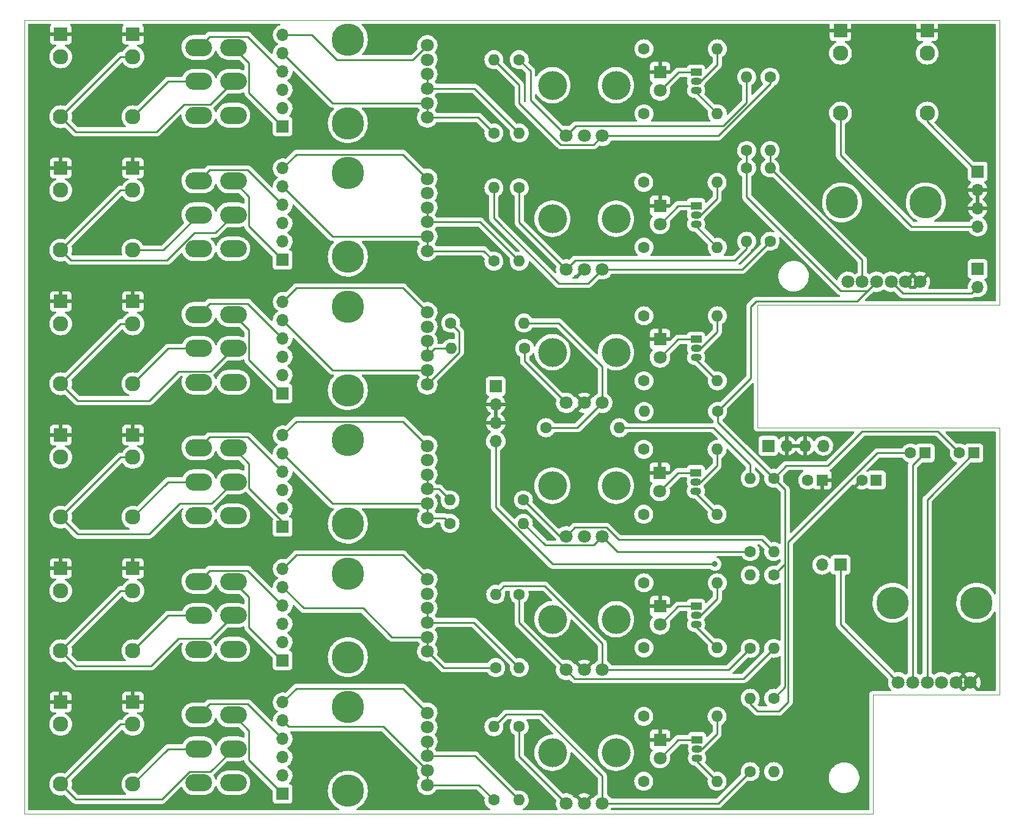
<source format=gtl>
G04 #@! TF.GenerationSoftware,KiCad,Pcbnew,(6.0.1)*
G04 #@! TF.CreationDate,2022-09-12T18:23:53+02:00*
G04 #@! TF.ProjectId,Output-mixer,4f757470-7574-42d6-9d69-7865722e6b69,rev?*
G04 #@! TF.SameCoordinates,Original*
G04 #@! TF.FileFunction,Copper,L1,Top*
G04 #@! TF.FilePolarity,Positive*
%FSLAX46Y46*%
G04 Gerber Fmt 4.6, Leading zero omitted, Abs format (unit mm)*
G04 Created by KiCad (PCBNEW (6.0.1)) date 2022-09-12 18:23:53*
%MOMM*%
%LPD*%
G01*
G04 APERTURE LIST*
G04 #@! TA.AperFunction,Profile*
%ADD10C,0.050000*%
G04 #@! TD*
G04 #@! TA.AperFunction,Profile*
%ADD11C,0.100000*%
G04 #@! TD*
G04 #@! TA.AperFunction,ComponentPad*
%ADD12C,1.800000*%
G04 #@! TD*
G04 #@! TA.AperFunction,ComponentPad*
%ADD13C,4.500000*%
G04 #@! TD*
G04 #@! TA.AperFunction,ComponentPad*
%ADD14C,1.600000*%
G04 #@! TD*
G04 #@! TA.AperFunction,ComponentPad*
%ADD15O,1.600000X1.600000*%
G04 #@! TD*
G04 #@! TA.AperFunction,ComponentPad*
%ADD16R,1.930000X1.830000*%
G04 #@! TD*
G04 #@! TA.AperFunction,ComponentPad*
%ADD17C,2.130000*%
G04 #@! TD*
G04 #@! TA.AperFunction,ComponentPad*
%ADD18R,1.600000X1.600000*%
G04 #@! TD*
G04 #@! TA.AperFunction,ComponentPad*
%ADD19O,3.700000X2.400000*%
G04 #@! TD*
G04 #@! TA.AperFunction,ComponentPad*
%ADD20R,1.800000X1.800000*%
G04 #@! TD*
G04 #@! TA.AperFunction,WasherPad*
%ADD21C,4.000000*%
G04 #@! TD*
G04 #@! TA.AperFunction,ComponentPad*
%ADD22R,1.500000X1.050000*%
G04 #@! TD*
G04 #@! TA.AperFunction,ComponentPad*
%ADD23O,1.500000X1.050000*%
G04 #@! TD*
G04 #@! TA.AperFunction,ComponentPad*
%ADD24R,1.700000X1.700000*%
G04 #@! TD*
G04 #@! TA.AperFunction,ComponentPad*
%ADD25O,1.700000X1.700000*%
G04 #@! TD*
G04 #@! TA.AperFunction,ViaPad*
%ADD26C,0.800000*%
G04 #@! TD*
G04 #@! TA.AperFunction,Conductor*
%ADD27C,0.250000*%
G04 #@! TD*
G04 APERTURE END LIST*
D10*
X152000000Y-31000000D02*
X152000000Y-70500000D01*
X17000000Y-31000000D02*
X17000000Y-141000000D01*
X17000000Y-31000000D02*
X152000000Y-31000000D01*
D11*
X118500000Y-87500000D02*
X118500000Y-70500000D01*
X152000000Y-87500000D02*
X118500000Y-87500000D01*
X152000000Y-87500000D02*
X152000000Y-124500000D01*
X118500000Y-70500000D02*
X152000000Y-70500000D01*
D10*
X17000000Y-141000000D02*
X134500000Y-141000000D01*
D11*
X152000000Y-124500000D02*
X134500000Y-124500000D01*
X134500000Y-124500000D02*
X134500000Y-141000000D01*
D12*
X72775000Y-98000000D03*
X72775000Y-100000000D03*
X72775000Y-90000000D03*
X72775000Y-96000000D03*
X72775000Y-94000000D03*
X72775000Y-92000000D03*
D13*
X61775000Y-100800000D03*
X61775000Y-89200000D03*
D14*
X120250000Y-38920000D03*
D15*
X120250000Y-49080000D03*
D14*
X117000000Y-51500000D03*
D15*
X117000000Y-61660000D03*
D16*
X32000000Y-107000000D03*
D17*
X32000000Y-118400000D03*
X32000000Y-110100000D03*
D18*
X134955113Y-94750000D03*
D14*
X132955113Y-94750000D03*
D19*
X41100000Y-71800000D03*
X41100000Y-76500000D03*
X41100000Y-81200000D03*
X45900000Y-71800000D03*
X45900000Y-76500000D03*
X45900000Y-81200000D03*
D20*
X105000000Y-56725000D03*
D12*
X105000000Y-59265000D03*
D14*
X76010000Y-73000000D03*
D15*
X86170000Y-73000000D03*
D14*
X102750000Y-136500000D03*
D15*
X112910000Y-136500000D03*
D14*
X102780000Y-62500000D03*
D15*
X112940000Y-62500000D03*
D21*
X98900000Y-95550000D03*
X90100000Y-95550000D03*
D12*
X97000000Y-102550000D03*
X94500000Y-102550000D03*
X92000000Y-102550000D03*
X133000000Y-67275000D03*
X131000000Y-67275000D03*
X141000000Y-67275000D03*
X135000000Y-67275000D03*
X137000000Y-67275000D03*
X139000000Y-67275000D03*
D13*
X130200000Y-56275000D03*
X141800000Y-56275000D03*
D18*
X127455112Y-94750000D03*
D14*
X125455112Y-94750000D03*
D21*
X98900000Y-77050000D03*
X90100000Y-77050000D03*
D12*
X97000000Y-84050000D03*
X94500000Y-84050000D03*
X92000000Y-84050000D03*
D14*
X85500000Y-128920000D03*
D15*
X85500000Y-139080000D03*
D14*
X82000000Y-64410000D03*
D15*
X82000000Y-54250000D03*
D16*
X32000000Y-51500000D03*
D17*
X32000000Y-62900000D03*
X32000000Y-54600000D03*
D14*
X102750000Y-127500000D03*
D15*
X112910000Y-127500000D03*
D16*
X22000000Y-107000000D03*
D17*
X22000000Y-118400000D03*
X22000000Y-110100000D03*
D16*
X22000000Y-33000000D03*
D17*
X22000000Y-44400000D03*
X22000000Y-36100000D03*
D19*
X41100000Y-108800000D03*
X41100000Y-113500000D03*
X41100000Y-118200000D03*
X45900000Y-108800000D03*
X45900000Y-113500000D03*
X45900000Y-118200000D03*
D16*
X32000000Y-125500000D03*
D17*
X32000000Y-136900000D03*
X32000000Y-128600000D03*
D14*
X120750000Y-125000000D03*
D15*
X120750000Y-135160000D03*
D22*
X110000000Y-38225000D03*
D23*
X110000000Y-39495000D03*
X110000000Y-40765000D03*
D22*
X109970000Y-93730000D03*
D23*
X109970000Y-95000000D03*
X109970000Y-96270000D03*
D14*
X102780000Y-43995000D03*
D15*
X112940000Y-43995000D03*
D16*
X22000000Y-70000000D03*
D17*
X22000000Y-81400000D03*
X22000000Y-73100000D03*
D14*
X120250000Y-61660000D03*
D15*
X120250000Y-51500000D03*
D20*
X105000000Y-130725000D03*
D12*
X105000000Y-133265000D03*
D14*
X102780000Y-118000000D03*
D15*
X112940000Y-118000000D03*
D19*
X41100000Y-34800000D03*
X41100000Y-39500000D03*
X41100000Y-44200000D03*
X45900000Y-34800000D03*
X45900000Y-39500000D03*
X45900000Y-44200000D03*
D14*
X102780000Y-109000000D03*
D15*
X112940000Y-109000000D03*
D20*
X105000000Y-112225000D03*
D12*
X105000000Y-114765000D03*
D14*
X117000000Y-49080000D03*
D15*
X117000000Y-38920000D03*
D14*
X102780000Y-81000000D03*
D15*
X112940000Y-81000000D03*
D16*
X22000000Y-51500000D03*
D17*
X22000000Y-62900000D03*
X22000000Y-54600000D03*
D18*
X148455113Y-91000000D03*
D14*
X146455113Y-91000000D03*
D16*
X22000000Y-88500000D03*
D17*
X22000000Y-99900000D03*
X22000000Y-91600000D03*
D14*
X102750000Y-53500000D03*
D15*
X112910000Y-53500000D03*
D16*
X142000000Y-32500000D03*
D17*
X142000000Y-43900000D03*
X142000000Y-35600000D03*
D12*
X140000000Y-122775000D03*
X138000000Y-122775000D03*
X148000000Y-122775000D03*
X142000000Y-122775000D03*
X144000000Y-122775000D03*
X146000000Y-122775000D03*
D13*
X137200000Y-111775000D03*
X148800000Y-111775000D03*
D12*
X72775000Y-135000000D03*
X72775000Y-137000000D03*
X72775000Y-127000000D03*
X72775000Y-133000000D03*
X72775000Y-131000000D03*
X72775000Y-129000000D03*
D13*
X61775000Y-137800000D03*
X61775000Y-126200000D03*
D14*
X102780000Y-72000000D03*
D15*
X112940000Y-72000000D03*
D14*
X112970000Y-85250000D03*
D15*
X102810000Y-85250000D03*
D16*
X32000000Y-70000000D03*
D17*
X32000000Y-81400000D03*
X32000000Y-73100000D03*
D14*
X89220000Y-87500000D03*
D15*
X99380000Y-87500000D03*
D12*
X72775000Y-61000000D03*
X72775000Y-63000000D03*
X72775000Y-53000000D03*
X72775000Y-59000000D03*
X72775000Y-57000000D03*
X72775000Y-55000000D03*
D13*
X61775000Y-63800000D03*
X61775000Y-52200000D03*
D16*
X32000000Y-33000000D03*
D17*
X32000000Y-44400000D03*
X32000000Y-36100000D03*
D14*
X120750000Y-94500000D03*
D15*
X120750000Y-104660000D03*
D14*
X85500000Y-110590000D03*
D15*
X85500000Y-120750000D03*
D21*
X98900000Y-114050000D03*
X90100000Y-114050000D03*
D12*
X97000000Y-121050000D03*
X94500000Y-121050000D03*
X92000000Y-121050000D03*
D14*
X120750000Y-107920000D03*
D15*
X120750000Y-118080000D03*
D12*
X72775000Y-42500000D03*
X72775000Y-44500000D03*
X72775000Y-34500000D03*
X72775000Y-40500000D03*
X72775000Y-38500000D03*
X72775000Y-36500000D03*
D13*
X61775000Y-45300000D03*
X61775000Y-33700000D03*
D12*
X72775000Y-79500000D03*
X72775000Y-81500000D03*
X72775000Y-71500000D03*
X72775000Y-77500000D03*
X72775000Y-75500000D03*
X72775000Y-73500000D03*
D13*
X61775000Y-82300000D03*
X61775000Y-70700000D03*
D14*
X82250000Y-120750000D03*
D15*
X82250000Y-110590000D03*
D18*
X141705113Y-91000000D03*
D14*
X139705113Y-91000000D03*
X117500000Y-118080000D03*
D15*
X117500000Y-107920000D03*
D14*
X82000000Y-139080000D03*
D15*
X82000000Y-128920000D03*
D16*
X32000000Y-88500000D03*
D17*
X32000000Y-99900000D03*
X32000000Y-91600000D03*
D21*
X90100000Y-58550000D03*
X98900000Y-58550000D03*
D12*
X97000000Y-65550000D03*
X94500000Y-65550000D03*
X92000000Y-65550000D03*
D14*
X86080000Y-97500000D03*
D15*
X75920000Y-97500000D03*
D14*
X86250000Y-76500000D03*
D15*
X76090000Y-76500000D03*
D22*
X110140000Y-130730000D03*
D23*
X110140000Y-132000000D03*
X110140000Y-133270000D03*
D14*
X82000000Y-46660000D03*
D15*
X82000000Y-36500000D03*
D20*
X105000000Y-75225000D03*
D12*
X105000000Y-77765000D03*
D16*
X22000000Y-125500000D03*
D17*
X22000000Y-136900000D03*
X22000000Y-128600000D03*
D19*
X41100000Y-90300000D03*
X41100000Y-95000000D03*
X41100000Y-99700000D03*
X45900000Y-90300000D03*
X45900000Y-95000000D03*
X45900000Y-99700000D03*
D20*
X105000000Y-38225000D03*
D12*
X105000000Y-40765000D03*
D19*
X41100000Y-53300000D03*
X41100000Y-58000000D03*
X41100000Y-62700000D03*
X45900000Y-53300000D03*
X45900000Y-58000000D03*
X45900000Y-62700000D03*
D14*
X102750000Y-99500000D03*
D15*
X112910000Y-99500000D03*
D19*
X41100000Y-127300000D03*
X41100000Y-132000000D03*
X41100000Y-136700000D03*
X45900000Y-127300000D03*
X45900000Y-132000000D03*
X45900000Y-136700000D03*
D14*
X85500000Y-54250000D03*
D15*
X85500000Y-64410000D03*
D14*
X102780000Y-34995000D03*
D15*
X112940000Y-34995000D03*
D12*
X72775000Y-116500000D03*
X72775000Y-118500000D03*
X72775000Y-108500000D03*
X72775000Y-114500000D03*
X72775000Y-112500000D03*
X72775000Y-110500000D03*
D13*
X61775000Y-119300000D03*
X61775000Y-107700000D03*
D14*
X117500000Y-104660000D03*
D15*
X117500000Y-94500000D03*
D22*
X110000000Y-75230000D03*
D23*
X110000000Y-76500000D03*
X110000000Y-77770000D03*
D21*
X90100000Y-40050000D03*
X98900000Y-40050000D03*
D12*
X97000000Y-47050000D03*
X94500000Y-47050000D03*
X92000000Y-47050000D03*
D14*
X85500000Y-36500000D03*
D15*
X85500000Y-46660000D03*
D16*
X130000000Y-32500000D03*
D17*
X130000000Y-43900000D03*
X130000000Y-35600000D03*
D21*
X90100000Y-132550000D03*
X98900000Y-132550000D03*
D12*
X97000000Y-139550000D03*
X94500000Y-139550000D03*
X92000000Y-139550000D03*
D14*
X75920000Y-100750000D03*
D15*
X86080000Y-100750000D03*
D14*
X117500000Y-135160000D03*
D15*
X117500000Y-125000000D03*
D14*
X102750000Y-90500000D03*
D15*
X112910000Y-90500000D03*
D22*
X110000000Y-56730000D03*
D23*
X110000000Y-58000000D03*
X110000000Y-59270000D03*
D22*
X110000000Y-112230000D03*
D23*
X110000000Y-113500000D03*
X110000000Y-114770000D03*
D20*
X104970000Y-93725000D03*
D12*
X104970000Y-96265000D03*
D24*
X149000000Y-65500000D03*
D25*
X149000000Y-68040000D03*
D24*
X52750000Y-119750000D03*
D25*
X52750000Y-117210000D03*
X52750000Y-114670000D03*
X52750000Y-112130000D03*
X52750000Y-109590000D03*
X52750000Y-107050000D03*
D24*
X52750000Y-138250000D03*
D25*
X52750000Y-135710000D03*
X52750000Y-133170000D03*
X52750000Y-130630000D03*
X52750000Y-128090000D03*
X52750000Y-125550000D03*
D24*
X149000000Y-52000000D03*
D25*
X149000000Y-54540000D03*
X149000000Y-57080000D03*
X149000000Y-59620000D03*
D24*
X120000000Y-90000000D03*
D25*
X122540000Y-90000000D03*
X125080000Y-90000000D03*
X127620000Y-90000000D03*
D24*
X52750000Y-45750000D03*
D25*
X52750000Y-43210000D03*
X52750000Y-40670000D03*
X52750000Y-38130000D03*
X52750000Y-35590000D03*
X52750000Y-33050000D03*
D24*
X52750000Y-64250000D03*
D25*
X52750000Y-61710000D03*
X52750000Y-59170000D03*
X52750000Y-56630000D03*
X52750000Y-54090000D03*
X52750000Y-51550000D03*
D24*
X82250000Y-81750000D03*
D25*
X82250000Y-84290000D03*
X82250000Y-86830000D03*
X82250000Y-89370000D03*
D24*
X52750000Y-101250000D03*
D25*
X52750000Y-98710000D03*
X52750000Y-96170000D03*
X52750000Y-93630000D03*
X52750000Y-91090000D03*
X52750000Y-88550000D03*
D24*
X130000000Y-106500000D03*
D25*
X127460000Y-106500000D03*
D24*
X52750000Y-82750000D03*
D25*
X52750000Y-80210000D03*
X52750000Y-77670000D03*
X52750000Y-75130000D03*
X52750000Y-72590000D03*
X52750000Y-70050000D03*
D26*
X112600000Y-106400000D03*
X92500000Y-136100000D03*
X88625000Y-129125000D03*
X123125000Y-94275000D03*
X93325000Y-135375000D03*
X126000000Y-135000000D03*
X125000000Y-135000000D03*
X126000000Y-134000000D03*
X143775000Y-93300000D03*
X142925000Y-93975000D03*
X137300000Y-89375000D03*
X125000000Y-134000000D03*
D27*
X41100000Y-39500000D02*
X36900000Y-39500000D01*
X36900000Y-39500000D02*
X32000000Y-44400000D01*
X90139700Y-106400000D02*
X112100000Y-106400000D01*
X112100000Y-106400000D02*
X112600000Y-106400000D01*
X82250000Y-89370000D02*
X82250000Y-98510300D01*
X82250000Y-98510300D02*
X90139700Y-106400000D01*
X42624520Y-33275480D02*
X47895480Y-33275480D01*
X41100000Y-34800000D02*
X42624520Y-33275480D01*
X47895480Y-33275480D02*
X52750000Y-38130000D01*
X42624520Y-51775480D02*
X47895480Y-51775480D01*
X41100000Y-53300000D02*
X42624520Y-51775480D01*
X47895480Y-51775480D02*
X52750000Y-56630000D01*
X47895480Y-70275480D02*
X52750000Y-75130000D01*
X41100000Y-71800000D02*
X42624520Y-70275480D01*
X42624520Y-70275480D02*
X47895480Y-70275480D01*
X138615000Y-68890000D02*
X137000000Y-67275000D01*
X149000000Y-68040000D02*
X148150000Y-68890000D01*
X148150000Y-68890000D02*
X138615000Y-68890000D01*
X47895480Y-88775480D02*
X52750000Y-93630000D01*
X41100000Y-90300000D02*
X42624520Y-88775480D01*
X42624520Y-88775480D02*
X47895480Y-88775480D01*
X41100000Y-108800000D02*
X42624520Y-107275480D01*
X42624520Y-107275480D02*
X47895480Y-107275480D01*
X47895480Y-107275480D02*
X52750000Y-112130000D01*
X42624520Y-125775480D02*
X47895480Y-125775480D01*
X41100000Y-127300000D02*
X42624520Y-125775480D01*
X47895480Y-125775480D02*
X52750000Y-130630000D01*
X48074520Y-41074520D02*
X52750000Y-45750000D01*
X45900000Y-34800000D02*
X48074520Y-36974520D01*
X48074520Y-36974520D02*
X48074520Y-41074520D01*
X48074520Y-59574520D02*
X52750000Y-64250000D01*
X48074520Y-55474520D02*
X48074520Y-59574520D01*
X45900000Y-53300000D02*
X48074520Y-55474520D01*
X48074520Y-73974520D02*
X48074520Y-78074520D01*
X45900000Y-71800000D02*
X48074520Y-73974520D01*
X48074520Y-78074520D02*
X52750000Y-82750000D01*
X45900000Y-90300000D02*
X48074520Y-92474520D01*
X48074520Y-92474520D02*
X48074520Y-95874520D01*
X52750000Y-100550000D02*
X52750000Y-101250000D01*
X48074520Y-95874520D02*
X52750000Y-100550000D01*
X52650000Y-119750000D02*
X52750000Y-119750000D01*
X48074520Y-115174520D02*
X52650000Y-119750000D01*
X48074520Y-110974520D02*
X48074520Y-115174520D01*
X45900000Y-108800000D02*
X48074520Y-110974520D01*
X45900000Y-127300000D02*
X48074520Y-129474520D01*
X48074520Y-129474520D02*
X48074520Y-133574520D01*
X48074520Y-133574520D02*
X52750000Y-138250000D01*
X32000000Y-36100000D02*
X30300000Y-36100000D01*
X24100000Y-46500000D02*
X22000000Y-44400000D01*
X42724520Y-42675480D02*
X39074520Y-42675480D01*
X30300000Y-36100000D02*
X22000000Y-44400000D01*
X35250000Y-46500000D02*
X24100000Y-46500000D01*
X45900000Y-39500000D02*
X42724520Y-42675480D01*
X39074520Y-42675480D02*
X35250000Y-46500000D01*
X45900000Y-58000000D02*
X43400000Y-60500000D01*
X23389511Y-64289511D02*
X22000000Y-62900000D01*
X30300000Y-54600000D02*
X22000000Y-62900000D01*
X40494004Y-60500000D02*
X36704493Y-64289511D01*
X43400000Y-60500000D02*
X40494004Y-60500000D01*
X36704493Y-64289511D02*
X23389511Y-64289511D01*
X32000000Y-54600000D02*
X30300000Y-54600000D01*
X45900000Y-76500000D02*
X42724520Y-79675480D01*
X42724520Y-79675480D02*
X38324520Y-79675480D01*
X34250000Y-83750000D02*
X24350000Y-83750000D01*
X38324520Y-79675480D02*
X34250000Y-83750000D01*
X30300000Y-73100000D02*
X22000000Y-81400000D01*
X32000000Y-73100000D02*
X30300000Y-73100000D01*
X24350000Y-83750000D02*
X22000000Y-81400000D01*
X112400000Y-87500000D02*
X117500000Y-92600000D01*
X117500000Y-92600000D02*
X117500000Y-94500000D01*
X133000000Y-67275000D02*
X133000000Y-64250000D01*
X120250000Y-49080000D02*
X120250000Y-51500000D01*
X117500000Y-125750000D02*
X117500000Y-125000000D01*
X139705113Y-91000000D02*
X135114813Y-91000000D01*
X99380000Y-87500000D02*
X112400000Y-87500000D01*
X122773551Y-103341262D02*
X122773551Y-125476449D01*
X121500000Y-126750000D02*
X118500000Y-126750000D01*
X135114813Y-91000000D02*
X122773551Y-103341262D01*
X122773551Y-125476449D02*
X121500000Y-126750000D01*
X133000000Y-64250000D02*
X120250000Y-51500000D01*
X118500000Y-126750000D02*
X117500000Y-125750000D01*
X122324031Y-123425969D02*
X120750000Y-125000000D01*
X113000000Y-85280000D02*
X112970000Y-85250000D01*
X146455113Y-91000000D02*
X143455113Y-88000000D01*
X120750000Y-107920000D02*
X122324031Y-106345969D01*
X122324031Y-96074031D02*
X122324031Y-106345969D01*
X113000000Y-86750000D02*
X113000000Y-85280000D01*
X133775489Y-68499511D02*
X129999511Y-68499511D01*
X117000000Y-55500000D02*
X117000000Y-51500000D01*
X118300000Y-70000000D02*
X117600000Y-70700000D01*
X117600000Y-80620000D02*
X112970000Y-85250000D01*
X122500000Y-92750000D02*
X120750000Y-94500000D01*
X120750000Y-94500000D02*
X122324031Y-96074031D01*
X122324031Y-106345969D02*
X122324031Y-123425969D01*
X143455113Y-88000000D02*
X133000000Y-88000000D01*
X133775489Y-68499511D02*
X132275000Y-70000000D01*
X117000000Y-49080000D02*
X117000000Y-51500000D01*
X128250000Y-92750000D02*
X122500000Y-92750000D01*
X120750000Y-94500000D02*
X113000000Y-86750000D01*
X132275000Y-70000000D02*
X118300000Y-70000000D01*
X133000000Y-88000000D02*
X128250000Y-92750000D01*
X129999511Y-68499511D02*
X117000000Y-55500000D01*
X135000000Y-67275000D02*
X133775489Y-68499511D01*
X117600000Y-70700000D02*
X117600000Y-80620000D01*
X38500000Y-98000000D02*
X34250000Y-102250000D01*
X45900000Y-95000000D02*
X42900000Y-98000000D01*
X34250000Y-102250000D02*
X24350000Y-102250000D01*
X30300000Y-91600000D02*
X22000000Y-99900000D01*
X42900000Y-98000000D02*
X38500000Y-98000000D01*
X32000000Y-91600000D02*
X30300000Y-91600000D01*
X24350000Y-102250000D02*
X22000000Y-99900000D01*
X82000000Y-54250000D02*
X82000000Y-58500000D01*
X116360000Y-65550000D02*
X120250000Y-61660000D01*
X91000000Y-67500000D02*
X95050000Y-67500000D01*
X97000000Y-65550000D02*
X116360000Y-65550000D01*
X82000000Y-58500000D02*
X91000000Y-67500000D01*
X95050000Y-67500000D02*
X97000000Y-65550000D01*
X85500000Y-59050000D02*
X85500000Y-54250000D01*
X115400000Y-64300000D02*
X93250000Y-64300000D01*
X92000000Y-65550000D02*
X85500000Y-59050000D01*
X117000000Y-62700000D02*
X115400000Y-64300000D01*
X93250000Y-64300000D02*
X92000000Y-65550000D01*
X117000000Y-61660000D02*
X117000000Y-62700000D01*
X93550000Y-87500000D02*
X89220000Y-87500000D01*
X97000000Y-79000000D02*
X97000000Y-84050000D01*
X97000000Y-84050000D02*
X93550000Y-87500000D01*
X91000000Y-73000000D02*
X97000000Y-79000000D01*
X86170000Y-73000000D02*
X91000000Y-73000000D01*
X86250000Y-78300000D02*
X92000000Y-84050000D01*
X86250000Y-76500000D02*
X86250000Y-78300000D01*
X86080000Y-100750000D02*
X89104511Y-103774511D01*
X117500000Y-104660000D02*
X99110000Y-104660000D01*
X89104511Y-103774511D02*
X95775489Y-103774511D01*
X95775489Y-103774511D02*
X97000000Y-102550000D01*
X99110000Y-104660000D02*
X97000000Y-102550000D01*
X91130000Y-102550000D02*
X92000000Y-102550000D01*
X97575489Y-101325489D02*
X99250000Y-103000000D01*
X93224511Y-101325489D02*
X97575489Y-101325489D01*
X92000000Y-102550000D02*
X93224511Y-101325489D01*
X119090000Y-103000000D02*
X120750000Y-104660000D01*
X86080000Y-97500000D02*
X91130000Y-102550000D01*
X99250000Y-103000000D02*
X119090000Y-103000000D01*
X89065489Y-109465489D02*
X97000000Y-117400000D01*
X97000000Y-121050000D02*
X114530000Y-121050000D01*
X97000000Y-117400000D02*
X97000000Y-121050000D01*
X82250000Y-110590000D02*
X83374511Y-109465489D01*
X114530000Y-121050000D02*
X117500000Y-118080000D01*
X83374511Y-109465489D02*
X89065489Y-109465489D01*
X116555489Y-122274511D02*
X120750000Y-118080000D01*
X92000000Y-121050000D02*
X85500000Y-114550000D01*
X92000000Y-121050000D02*
X93224511Y-122274511D01*
X93224511Y-122274511D02*
X116555489Y-122274511D01*
X85500000Y-114550000D02*
X85500000Y-110590000D01*
X88500000Y-127250000D02*
X97000000Y-135750000D01*
X117500000Y-135160000D02*
X113110000Y-139550000D01*
X83670000Y-127250000D02*
X88500000Y-127250000D01*
X113110000Y-139550000D02*
X97000000Y-139550000D01*
X97000000Y-135750000D02*
X97000000Y-139550000D01*
X82000000Y-128920000D02*
X83670000Y-127250000D01*
X85500000Y-128920000D02*
X85500000Y-133050000D01*
X85500000Y-133050000D02*
X92000000Y-139550000D01*
X120250000Y-38920000D02*
X120250000Y-39850000D01*
X82000000Y-36500000D02*
X85500000Y-40000000D01*
X95775489Y-48274511D02*
X97000000Y-47050000D01*
X85500000Y-42500000D02*
X91274511Y-48274511D01*
X85500000Y-40000000D02*
X85500000Y-42500000D01*
X120250000Y-39850000D02*
X113050000Y-47050000D01*
X91274511Y-48274511D02*
X95775489Y-48274511D01*
X113050000Y-47050000D02*
X97000000Y-47050000D01*
X117000000Y-38920000D02*
X117000000Y-42464282D01*
X113764282Y-45700000D02*
X93350000Y-45700000D01*
X87074031Y-42124031D02*
X87074031Y-38074031D01*
X92000000Y-47050000D02*
X87074031Y-42124031D01*
X93350000Y-45700000D02*
X92000000Y-47050000D01*
X87074031Y-38074031D02*
X85500000Y-36500000D01*
X117000000Y-42464282D02*
X113764282Y-45700000D01*
X41100000Y-113500000D02*
X36900000Y-113500000D01*
X36900000Y-113500000D02*
X32000000Y-118400000D01*
X24100000Y-139000000D02*
X22000000Y-136900000D01*
X42724520Y-135175480D02*
X39818524Y-135175480D01*
X45900000Y-132000000D02*
X42724520Y-135175480D01*
X39818524Y-135175480D02*
X35994004Y-139000000D01*
X35994004Y-139000000D02*
X24100000Y-139000000D01*
X32000000Y-128600000D02*
X30300000Y-128600000D01*
X30300000Y-128600000D02*
X22000000Y-136900000D01*
X72775000Y-44500000D02*
X79840000Y-44500000D01*
X72775000Y-42500000D02*
X72775000Y-44500000D01*
X79840000Y-44500000D02*
X82000000Y-46660000D01*
X72775000Y-42500000D02*
X59660000Y-42500000D01*
X59660000Y-42500000D02*
X52750000Y-35590000D01*
X56800000Y-33050000D02*
X60250000Y-36500000D01*
X52750000Y-33050000D02*
X56800000Y-33050000D01*
X70775000Y-36500000D02*
X72775000Y-34500000D01*
X60250000Y-36500000D02*
X70775000Y-36500000D01*
X107535000Y-75230000D02*
X105000000Y-77765000D01*
X110000000Y-75230000D02*
X107535000Y-75230000D01*
X139870000Y-59620000D02*
X149000000Y-59620000D01*
X130000000Y-49750000D02*
X139870000Y-59620000D01*
X130000000Y-43900000D02*
X130000000Y-49750000D01*
X72775000Y-63000000D02*
X80590000Y-63000000D01*
X72775000Y-61000000D02*
X72775000Y-63000000D01*
X80590000Y-63000000D02*
X82000000Y-64410000D01*
X72775000Y-61000000D02*
X59660000Y-61000000D01*
X59660000Y-61000000D02*
X52750000Y-54090000D01*
X142000000Y-45120000D02*
X148880000Y-52000000D01*
X148880000Y-52000000D02*
X149000000Y-52000000D01*
X142000000Y-45120000D02*
X142000000Y-43900000D01*
X107505000Y-93730000D02*
X104970000Y-96265000D01*
X109970000Y-93730000D02*
X107505000Y-93730000D01*
X110000000Y-38225000D02*
X107540000Y-38225000D01*
X107540000Y-38225000D02*
X105000000Y-40765000D01*
X110000000Y-112230000D02*
X107535000Y-112230000D01*
X107535000Y-112230000D02*
X105000000Y-114765000D01*
X52750000Y-51550000D02*
X54674511Y-49625489D01*
X69400489Y-49625489D02*
X72775000Y-53000000D01*
X54674511Y-49625489D02*
X69400489Y-49625489D01*
X72775000Y-81500000D02*
X77214511Y-77060489D01*
X59660000Y-79500000D02*
X52750000Y-72590000D01*
X72775000Y-79500000D02*
X72775000Y-81500000D01*
X77214511Y-74204511D02*
X76010000Y-73000000D01*
X77214511Y-77060489D02*
X77214511Y-74204511D01*
X72775000Y-79500000D02*
X59660000Y-79500000D01*
X72775000Y-71500000D02*
X69400489Y-68125489D01*
X54674511Y-68125489D02*
X52750000Y-70050000D01*
X69400489Y-68125489D02*
X54674511Y-68125489D01*
X72775000Y-98000000D02*
X59660000Y-98000000D01*
X72775000Y-98000000D02*
X72775000Y-100000000D01*
X59660000Y-98000000D02*
X52750000Y-91090000D01*
X75170000Y-100000000D02*
X75920000Y-100750000D01*
X72775000Y-100000000D02*
X75170000Y-100000000D01*
X110000000Y-76500000D02*
X110654022Y-76500000D01*
X110654022Y-76500000D02*
X112940000Y-74214022D01*
X112940000Y-74214022D02*
X112940000Y-72000000D01*
X110000000Y-77770000D02*
X110000000Y-78060000D01*
X110000000Y-78060000D02*
X112940000Y-81000000D01*
X112940000Y-37209022D02*
X112940000Y-34995000D01*
X110654022Y-39495000D02*
X112940000Y-37209022D01*
X110000000Y-39495000D02*
X110654022Y-39495000D01*
X110000000Y-41055000D02*
X110000000Y-40765000D01*
X112940000Y-43995000D02*
X110000000Y-41055000D01*
X112940000Y-111214022D02*
X112940000Y-109000000D01*
X110000000Y-113500000D02*
X110654022Y-113500000D01*
X110654022Y-113500000D02*
X112940000Y-111214022D01*
X110000000Y-114770000D02*
X110000000Y-115060000D01*
X110000000Y-115060000D02*
X112940000Y-118000000D01*
X112910000Y-127500000D02*
X112910000Y-129884022D01*
X112910000Y-129884022D02*
X110794022Y-132000000D01*
X110794022Y-132000000D02*
X110140000Y-132000000D01*
X110140000Y-133270000D02*
X110140000Y-133730000D01*
X110140000Y-133730000D02*
X112910000Y-136500000D01*
X110654022Y-58000000D02*
X110000000Y-58000000D01*
X112910000Y-53500000D02*
X112910000Y-55744022D01*
X112910000Y-55744022D02*
X110654022Y-58000000D01*
X110000000Y-59560000D02*
X112940000Y-62500000D01*
X110000000Y-59270000D02*
X110000000Y-59560000D01*
X69400489Y-86625489D02*
X72775000Y-90000000D01*
X52750000Y-88550000D02*
X54674511Y-86625489D01*
X54674511Y-86625489D02*
X69400489Y-86625489D01*
X130000000Y-114775000D02*
X130000000Y-106500000D01*
X138000000Y-122775000D02*
X130000000Y-114775000D01*
X107535000Y-130730000D02*
X105000000Y-133265000D01*
X110140000Y-130730000D02*
X107535000Y-130730000D01*
X107535000Y-56730000D02*
X105000000Y-59265000D01*
X110000000Y-56730000D02*
X107535000Y-56730000D01*
X141705113Y-91000000D02*
X140000000Y-92705113D01*
X140000000Y-92705113D02*
X140000000Y-122775000D01*
X142000000Y-122775000D02*
X142000000Y-97455113D01*
X142000000Y-97455113D02*
X148455113Y-91000000D01*
X85500000Y-46660000D02*
X79340000Y-40500000D01*
X79340000Y-40500000D02*
X72775000Y-40500000D01*
X72775000Y-38500000D02*
X72775000Y-40500000D01*
X67900000Y-116500000D02*
X63900000Y-112500000D01*
X82250000Y-120750000D02*
X75025000Y-120750000D01*
X72775000Y-116500000D02*
X72775000Y-118500000D01*
X72775000Y-116500000D02*
X67900000Y-116500000D01*
X75025000Y-120750000D02*
X72775000Y-118500000D01*
X55660000Y-112500000D02*
X52750000Y-109590000D01*
X63900000Y-112500000D02*
X55660000Y-112500000D01*
X72775000Y-57000000D02*
X72775000Y-59000000D01*
X85500000Y-64410000D02*
X80090000Y-59000000D01*
X80090000Y-59000000D02*
X72775000Y-59000000D01*
X32000000Y-62900000D02*
X36200000Y-62900000D01*
X36200000Y-62900000D02*
X41100000Y-58000000D01*
X69400489Y-105125489D02*
X72775000Y-108500000D01*
X54674511Y-105125489D02*
X69400489Y-105125489D01*
X52750000Y-107050000D02*
X54674511Y-105125489D01*
X36900000Y-76500000D02*
X32000000Y-81400000D01*
X41100000Y-76500000D02*
X36900000Y-76500000D01*
X41100000Y-95000000D02*
X36900000Y-95000000D01*
X36900000Y-95000000D02*
X32000000Y-99900000D01*
X42724520Y-116675480D02*
X38324520Y-116675480D01*
X38324520Y-116675480D02*
X34500000Y-120500000D01*
X34500000Y-120500000D02*
X24100000Y-120500000D01*
X30300000Y-110100000D02*
X22000000Y-118400000D01*
X24100000Y-120500000D02*
X22000000Y-118400000D01*
X32000000Y-110100000D02*
X30300000Y-110100000D01*
X45900000Y-113500000D02*
X42724520Y-116675480D01*
X73775000Y-76500000D02*
X72775000Y-77500000D01*
X76090000Y-76500000D02*
X73775000Y-76500000D01*
X72775000Y-75500000D02*
X72775000Y-77500000D01*
X72775000Y-96000000D02*
X72775000Y-94000000D01*
X74420000Y-96000000D02*
X75920000Y-97500000D01*
X72775000Y-96000000D02*
X74420000Y-96000000D01*
X72775000Y-137000000D02*
X79920000Y-137000000D01*
X53600000Y-128940000D02*
X66715000Y-128940000D01*
X72775000Y-135000000D02*
X72775000Y-137000000D01*
X79920000Y-137000000D02*
X82000000Y-139080000D01*
X52750000Y-128090000D02*
X53600000Y-128940000D01*
X66715000Y-128940000D02*
X72775000Y-135000000D01*
X72775000Y-114500000D02*
X79250000Y-114500000D01*
X79250000Y-114500000D02*
X85500000Y-120750000D01*
X72775000Y-112500000D02*
X72775000Y-114500000D01*
X69400489Y-123625489D02*
X72775000Y-127000000D01*
X52750000Y-125550000D02*
X54674511Y-123625489D01*
X54674511Y-123625489D02*
X69400489Y-123625489D01*
X72775000Y-133000000D02*
X79420000Y-133000000D01*
X72775000Y-131000000D02*
X72775000Y-133000000D01*
X79420000Y-133000000D02*
X85500000Y-139080000D01*
X112910000Y-92714022D02*
X112910000Y-90500000D01*
X110624022Y-95000000D02*
X112910000Y-92714022D01*
X109970000Y-95000000D02*
X110624022Y-95000000D01*
X109970000Y-96560000D02*
X112910000Y-99500000D01*
X109970000Y-96270000D02*
X109970000Y-96560000D01*
X41100000Y-132000000D02*
X36900000Y-132000000D01*
X36900000Y-132000000D02*
X32000000Y-136900000D01*
G04 #@! TA.AperFunction,Conductor*
G36*
X20651922Y-31528002D02*
G01*
X20698415Y-31581658D01*
X20708519Y-31651932D01*
X20679025Y-31716512D01*
X20672896Y-31723095D01*
X20666715Y-31729276D01*
X20590214Y-31831351D01*
X20581676Y-31846946D01*
X20536522Y-31967394D01*
X20532895Y-31982649D01*
X20527369Y-32033514D01*
X20527000Y-32040328D01*
X20527000Y-32727885D01*
X20531475Y-32743124D01*
X20532865Y-32744329D01*
X20540548Y-32746000D01*
X23454884Y-32746000D01*
X23470123Y-32741525D01*
X23471328Y-32740135D01*
X23472999Y-32732452D01*
X23472999Y-32040331D01*
X23472629Y-32033510D01*
X23467105Y-31982648D01*
X23463479Y-31967396D01*
X23418324Y-31846946D01*
X23409786Y-31831351D01*
X23333285Y-31729276D01*
X23327104Y-31723095D01*
X23293078Y-31660783D01*
X23298143Y-31589968D01*
X23340690Y-31533132D01*
X23407210Y-31508321D01*
X23416199Y-31508000D01*
X30583801Y-31508000D01*
X30651922Y-31528002D01*
X30698415Y-31581658D01*
X30708519Y-31651932D01*
X30679025Y-31716512D01*
X30672896Y-31723095D01*
X30666715Y-31729276D01*
X30590214Y-31831351D01*
X30581676Y-31846946D01*
X30536522Y-31967394D01*
X30532895Y-31982649D01*
X30527369Y-32033514D01*
X30527000Y-32040328D01*
X30527000Y-32727885D01*
X30531475Y-32743124D01*
X30532865Y-32744329D01*
X30540548Y-32746000D01*
X33454884Y-32746000D01*
X33470123Y-32741525D01*
X33471328Y-32740135D01*
X33472999Y-32732452D01*
X33472999Y-32040331D01*
X33472629Y-32033510D01*
X33467105Y-31982648D01*
X33463479Y-31967396D01*
X33418324Y-31846946D01*
X33409786Y-31831351D01*
X33333285Y-31729276D01*
X33327104Y-31723095D01*
X33293078Y-31660783D01*
X33298143Y-31589968D01*
X33340690Y-31533132D01*
X33407210Y-31508321D01*
X33416199Y-31508000D01*
X52303742Y-31508000D01*
X52371863Y-31528002D01*
X52418356Y-31581658D01*
X52428460Y-31651932D01*
X52398966Y-31716512D01*
X52342887Y-31753765D01*
X52221756Y-31793357D01*
X52023607Y-31896507D01*
X52019474Y-31899610D01*
X52019471Y-31899612D01*
X51908876Y-31982649D01*
X51844965Y-32030635D01*
X51690629Y-32192138D01*
X51564743Y-32376680D01*
X51526011Y-32460121D01*
X51489471Y-32538841D01*
X51470688Y-32579305D01*
X51410989Y-32794570D01*
X51387251Y-33016695D01*
X51387548Y-33021848D01*
X51387548Y-33021851D01*
X51392390Y-33105825D01*
X51400110Y-33239715D01*
X51401247Y-33244761D01*
X51401248Y-33244767D01*
X51419558Y-33326011D01*
X51449222Y-33457639D01*
X51533266Y-33664616D01*
X51582285Y-33744608D01*
X51633261Y-33827793D01*
X51649987Y-33855088D01*
X51796250Y-34023938D01*
X51968126Y-34166632D01*
X52018815Y-34196252D01*
X52041445Y-34209476D01*
X52090169Y-34261114D01*
X52103240Y-34330897D01*
X52076509Y-34396669D01*
X52036055Y-34430027D01*
X52023607Y-34436507D01*
X52019474Y-34439610D01*
X52019471Y-34439612D01*
X51849100Y-34567530D01*
X51844965Y-34570635D01*
X51841393Y-34574373D01*
X51716005Y-34705584D01*
X51690629Y-34732138D01*
X51564743Y-34916680D01*
X51535017Y-34980719D01*
X51476082Y-35107685D01*
X51470688Y-35119305D01*
X51410989Y-35334570D01*
X51387251Y-35556695D01*
X51387548Y-35561853D01*
X51387422Y-35567024D01*
X51385914Y-35566987D01*
X51371410Y-35629485D01*
X51320518Y-35678988D01*
X51250942Y-35693118D01*
X51184771Y-35667389D01*
X51172574Y-35656670D01*
X49897269Y-34381364D01*
X48399132Y-32883227D01*
X48391592Y-32874941D01*
X48387480Y-32868462D01*
X48361514Y-32844078D01*
X48337829Y-32821837D01*
X48334987Y-32819082D01*
X48315250Y-32799345D01*
X48312053Y-32796865D01*
X48303031Y-32789160D01*
X48284880Y-32772115D01*
X48270801Y-32758894D01*
X48263855Y-32755075D01*
X48263852Y-32755073D01*
X48253046Y-32749132D01*
X48236527Y-32738281D01*
X48229012Y-32732452D01*
X48220521Y-32725866D01*
X48213252Y-32722721D01*
X48213248Y-32722718D01*
X48179943Y-32708306D01*
X48169293Y-32703089D01*
X48130540Y-32681785D01*
X48110917Y-32676747D01*
X48092214Y-32670343D01*
X48080900Y-32665447D01*
X48080899Y-32665447D01*
X48073625Y-32662299D01*
X48065802Y-32661060D01*
X48065792Y-32661057D01*
X48029956Y-32655381D01*
X48018336Y-32652975D01*
X47983191Y-32643952D01*
X47983190Y-32643952D01*
X47975510Y-32641980D01*
X47955256Y-32641980D01*
X47935545Y-32640429D01*
X47923366Y-32638500D01*
X47915537Y-32637260D01*
X47886266Y-32640027D01*
X47871519Y-32641421D01*
X47859661Y-32641980D01*
X42703287Y-32641980D01*
X42692104Y-32641453D01*
X42684611Y-32639778D01*
X42676685Y-32640027D01*
X42676684Y-32640027D01*
X42616521Y-32641918D01*
X42612563Y-32641980D01*
X42584664Y-32641980D01*
X42580674Y-32642484D01*
X42568840Y-32643416D01*
X42524631Y-32644806D01*
X42517017Y-32647018D01*
X42517012Y-32647019D01*
X42505179Y-32650457D01*
X42485816Y-32654468D01*
X42465723Y-32657006D01*
X42458356Y-32659923D01*
X42458351Y-32659924D01*
X42424612Y-32673282D01*
X42413385Y-32677126D01*
X42370927Y-32689462D01*
X42364101Y-32693499D01*
X42353492Y-32699773D01*
X42335744Y-32708468D01*
X42316903Y-32715928D01*
X42310487Y-32720590D01*
X42310486Y-32720590D01*
X42281133Y-32741916D01*
X42271213Y-32748432D01*
X42239985Y-32766900D01*
X42239982Y-32766902D01*
X42233158Y-32770938D01*
X42218837Y-32785259D01*
X42203804Y-32798099D01*
X42187413Y-32810008D01*
X42182363Y-32816112D01*
X42182358Y-32816117D01*
X42159227Y-32844078D01*
X42151237Y-32852859D01*
X41948943Y-33055152D01*
X41886631Y-33089177D01*
X41853263Y-33091884D01*
X41845939Y-33091500D01*
X40383901Y-33091500D01*
X40381522Y-33091681D01*
X40381521Y-33091681D01*
X40195577Y-33105825D01*
X40195572Y-33105826D01*
X40190810Y-33106188D01*
X40186156Y-33107267D01*
X40186154Y-33107267D01*
X40065263Y-33135288D01*
X39937585Y-33164882D01*
X39696152Y-33261205D01*
X39472066Y-33392938D01*
X39270485Y-33557051D01*
X39096047Y-33749767D01*
X39093406Y-33753765D01*
X39093405Y-33753766D01*
X39089754Y-33759293D01*
X38952767Y-33966651D01*
X38950766Y-33970991D01*
X38950764Y-33970995D01*
X38861138Y-34165408D01*
X38843941Y-34202712D01*
X38842617Y-34207313D01*
X38842617Y-34207314D01*
X38774812Y-34443002D01*
X38772074Y-34452518D01*
X38738820Y-34710321D01*
X38740781Y-34793544D01*
X38744477Y-34950350D01*
X38744944Y-34970187D01*
X38790306Y-35226137D01*
X38873860Y-35472281D01*
X38993685Y-35702954D01*
X38996500Y-35706808D01*
X38996503Y-35706812D01*
X39103876Y-35853786D01*
X39147023Y-35912847D01*
X39225648Y-35991885D01*
X39326971Y-36093741D01*
X39326976Y-36093745D01*
X39330345Y-36097132D01*
X39539434Y-36251567D01*
X39543672Y-36253797D01*
X39543674Y-36253798D01*
X39647642Y-36308498D01*
X39769476Y-36372598D01*
X39773995Y-36374159D01*
X39774001Y-36374161D01*
X39950534Y-36435118D01*
X40015179Y-36457440D01*
X40183744Y-36488226D01*
X40229850Y-36496646D01*
X40270888Y-36504141D01*
X40354061Y-36508500D01*
X41816099Y-36508500D01*
X41818478Y-36508319D01*
X41818479Y-36508319D01*
X42004423Y-36494175D01*
X42004428Y-36494174D01*
X42009190Y-36493812D01*
X42013844Y-36492733D01*
X42013846Y-36492733D01*
X42257760Y-36436197D01*
X42262415Y-36435118D01*
X42503848Y-36338795D01*
X42727934Y-36207062D01*
X42929515Y-36042949D01*
X43103953Y-35850233D01*
X43117587Y-35829596D01*
X43207748Y-35693118D01*
X43247233Y-35633349D01*
X43252180Y-35622620D01*
X43354053Y-35401640D01*
X43354054Y-35401637D01*
X43356059Y-35397288D01*
X43357386Y-35392677D01*
X43379006Y-35317529D01*
X43417062Y-35257594D01*
X43481481Y-35227748D01*
X43551809Y-35237468D01*
X43605718Y-35283667D01*
X43619405Y-35311862D01*
X43673860Y-35472281D01*
X43793685Y-35702954D01*
X43796500Y-35706808D01*
X43796503Y-35706812D01*
X43903876Y-35853786D01*
X43947023Y-35912847D01*
X44025648Y-35991885D01*
X44126971Y-36093741D01*
X44126976Y-36093745D01*
X44130345Y-36097132D01*
X44339434Y-36251567D01*
X44343672Y-36253797D01*
X44343674Y-36253798D01*
X44447642Y-36308498D01*
X44569476Y-36372598D01*
X44573995Y-36374159D01*
X44574001Y-36374161D01*
X44750534Y-36435118D01*
X44815179Y-36457440D01*
X44983744Y-36488226D01*
X45029850Y-36496646D01*
X45070888Y-36504141D01*
X45154061Y-36508500D01*
X46616099Y-36508500D01*
X46648056Y-36506069D01*
X46717496Y-36520846D01*
X46746707Y-36542611D01*
X47404115Y-37200019D01*
X47438141Y-37262331D01*
X47441020Y-37289114D01*
X47441020Y-37829482D01*
X47421018Y-37897603D01*
X47367362Y-37944096D01*
X47297088Y-37954200D01*
X47256354Y-37940991D01*
X47234758Y-37929629D01*
X47234751Y-37929626D01*
X47230524Y-37927402D01*
X46984821Y-37842560D01*
X46762184Y-37801899D01*
X46733082Y-37796584D01*
X46733081Y-37796584D01*
X46729112Y-37795859D01*
X46645939Y-37791500D01*
X45183901Y-37791500D01*
X45181522Y-37791681D01*
X45181521Y-37791681D01*
X44995577Y-37805825D01*
X44995572Y-37805826D01*
X44990810Y-37806188D01*
X44986156Y-37807267D01*
X44986154Y-37807267D01*
X44837595Y-37841701D01*
X44737585Y-37864882D01*
X44496152Y-37961205D01*
X44272066Y-38092938D01*
X44070485Y-38257051D01*
X43896047Y-38449767D01*
X43893406Y-38453765D01*
X43893405Y-38453766D01*
X43841328Y-38532596D01*
X43752767Y-38666651D01*
X43750766Y-38670991D01*
X43750764Y-38670995D01*
X43646205Y-38897801D01*
X43643941Y-38902712D01*
X43642616Y-38907318D01*
X43642614Y-38907323D01*
X43620994Y-38982471D01*
X43582938Y-39042406D01*
X43518519Y-39072252D01*
X43448191Y-39062532D01*
X43394282Y-39016333D01*
X43380593Y-38988135D01*
X43378671Y-38982471D01*
X43326140Y-38827719D01*
X43206315Y-38597046D01*
X43190923Y-38575976D01*
X43055800Y-38391017D01*
X43055799Y-38391016D01*
X43052977Y-38387153D01*
X42935608Y-38269167D01*
X42873029Y-38206259D01*
X42873024Y-38206255D01*
X42869655Y-38202868D01*
X42865648Y-38199908D01*
X42697483Y-38075700D01*
X42660566Y-38048433D01*
X42653154Y-38044533D01*
X42504902Y-37966534D01*
X42430524Y-37927402D01*
X42426005Y-37925841D01*
X42425999Y-37925839D01*
X42189339Y-37844120D01*
X42189338Y-37844120D01*
X42184821Y-37842560D01*
X41962184Y-37801899D01*
X41933082Y-37796584D01*
X41933081Y-37796584D01*
X41929112Y-37795859D01*
X41845939Y-37791500D01*
X40383901Y-37791500D01*
X40381522Y-37791681D01*
X40381521Y-37791681D01*
X40195577Y-37805825D01*
X40195572Y-37805826D01*
X40190810Y-37806188D01*
X40186156Y-37807267D01*
X40186154Y-37807267D01*
X40037595Y-37841701D01*
X39937585Y-37864882D01*
X39696152Y-37961205D01*
X39472066Y-38092938D01*
X39270485Y-38257051D01*
X39096047Y-38449767D01*
X39093406Y-38453765D01*
X39093405Y-38453766D01*
X39041328Y-38532596D01*
X38952767Y-38666651D01*
X38904110Y-38772196D01*
X38894403Y-38793252D01*
X38847718Y-38846741D01*
X38779977Y-38866500D01*
X36978763Y-38866500D01*
X36967579Y-38865973D01*
X36960091Y-38864299D01*
X36952168Y-38864548D01*
X36892033Y-38866438D01*
X36888075Y-38866500D01*
X36860144Y-38866500D01*
X36856229Y-38866995D01*
X36856225Y-38866995D01*
X36856167Y-38867003D01*
X36856138Y-38867006D01*
X36844296Y-38867939D01*
X36800110Y-38869327D01*
X36782744Y-38874372D01*
X36780658Y-38874978D01*
X36761306Y-38878986D01*
X36749068Y-38880532D01*
X36749066Y-38880533D01*
X36741203Y-38881526D01*
X36700086Y-38897806D01*
X36688885Y-38901641D01*
X36646406Y-38913982D01*
X36639587Y-38918015D01*
X36639582Y-38918017D01*
X36628971Y-38924293D01*
X36611221Y-38932990D01*
X36592383Y-38940448D01*
X36585967Y-38945109D01*
X36585966Y-38945110D01*
X36556625Y-38966428D01*
X36546701Y-38972947D01*
X36515460Y-38991422D01*
X36515455Y-38991426D01*
X36508637Y-38995458D01*
X36494313Y-39009782D01*
X36479281Y-39022621D01*
X36462893Y-39034528D01*
X36449240Y-39051032D01*
X36434712Y-39068593D01*
X36426722Y-39077373D01*
X32630337Y-42873758D01*
X32568025Y-42907784D01*
X32497303Y-42901457D01*
X32497026Y-42902309D01*
X32493302Y-42901099D01*
X32493033Y-42901075D01*
X32492323Y-42900781D01*
X32492306Y-42900775D01*
X32487742Y-42898885D01*
X32383082Y-42873758D01*
X32251724Y-42842221D01*
X32251718Y-42842220D01*
X32246911Y-42841066D01*
X32000000Y-42821634D01*
X31753089Y-42841066D01*
X31748282Y-42842220D01*
X31748276Y-42842221D01*
X31616918Y-42873758D01*
X31512258Y-42898885D01*
X31507687Y-42900778D01*
X31507685Y-42900779D01*
X31288011Y-42991771D01*
X31288007Y-42991773D01*
X31283437Y-42993666D01*
X31072260Y-43123075D01*
X30997429Y-43186987D01*
X30892518Y-43276590D01*
X30883927Y-43283927D01*
X30723075Y-43472260D01*
X30593666Y-43683437D01*
X30591773Y-43688007D01*
X30591771Y-43688011D01*
X30500779Y-43907685D01*
X30498885Y-43912258D01*
X30482719Y-43979593D01*
X30442221Y-44148276D01*
X30442220Y-44148282D01*
X30441066Y-44153089D01*
X30421634Y-44400000D01*
X30441066Y-44646911D01*
X30442220Y-44651718D01*
X30442221Y-44651724D01*
X30456660Y-44711865D01*
X30498885Y-44887742D01*
X30500778Y-44892313D01*
X30500779Y-44892315D01*
X30587487Y-45101645D01*
X30593666Y-45116563D01*
X30723075Y-45327740D01*
X30883927Y-45516073D01*
X30887683Y-45519281D01*
X30887688Y-45519286D01*
X31034516Y-45644689D01*
X31073326Y-45704139D01*
X31073832Y-45775134D01*
X31035876Y-45835133D01*
X30971508Y-45865086D01*
X30952686Y-45866500D01*
X24414595Y-45866500D01*
X24346474Y-45846498D01*
X24325500Y-45829595D01*
X23526242Y-45030337D01*
X23492216Y-44968025D01*
X23498543Y-44897303D01*
X23497691Y-44897026D01*
X23498901Y-44893302D01*
X23498925Y-44893033D01*
X23499219Y-44892323D01*
X23499225Y-44892306D01*
X23501115Y-44887742D01*
X23543340Y-44711865D01*
X23557779Y-44651724D01*
X23557780Y-44651718D01*
X23558934Y-44646911D01*
X23578366Y-44400000D01*
X23558934Y-44153089D01*
X23557780Y-44148282D01*
X23557779Y-44148276D01*
X23517281Y-43979593D01*
X23501115Y-43912258D01*
X23498928Y-43906978D01*
X23498897Y-43906688D01*
X23497691Y-43902977D01*
X23498471Y-43902724D01*
X23491338Y-43836389D01*
X23526241Y-43769663D01*
X30437210Y-36858694D01*
X30499522Y-36824668D01*
X30570337Y-36829733D01*
X30627173Y-36872280D01*
X30633738Y-36881955D01*
X30720489Y-37023521D01*
X30720493Y-37023526D01*
X30723075Y-37027740D01*
X30883927Y-37216073D01*
X30887683Y-37219281D01*
X30899155Y-37229079D01*
X31072260Y-37376925D01*
X31283437Y-37506334D01*
X31288007Y-37508227D01*
X31288011Y-37508229D01*
X31503627Y-37597540D01*
X31512258Y-37601115D01*
X31551616Y-37610564D01*
X31748276Y-37657779D01*
X31748282Y-37657780D01*
X31753089Y-37658934D01*
X32000000Y-37678366D01*
X32246911Y-37658934D01*
X32251718Y-37657780D01*
X32251724Y-37657779D01*
X32448384Y-37610564D01*
X32487742Y-37601115D01*
X32496373Y-37597540D01*
X32711989Y-37508229D01*
X32711993Y-37508227D01*
X32716563Y-37506334D01*
X32927740Y-37376925D01*
X33100845Y-37229079D01*
X33112317Y-37219281D01*
X33116073Y-37216073D01*
X33276925Y-37027740D01*
X33406334Y-36816563D01*
X33411697Y-36803617D01*
X33499221Y-36592315D01*
X33499222Y-36592313D01*
X33501115Y-36587742D01*
X33537757Y-36435118D01*
X33557779Y-36351724D01*
X33557780Y-36351718D01*
X33558934Y-36346911D01*
X33578366Y-36100000D01*
X33558934Y-35853089D01*
X33557780Y-35848282D01*
X33557779Y-35848276D01*
X33517136Y-35678988D01*
X33501115Y-35612258D01*
X33494156Y-35595458D01*
X33408229Y-35388011D01*
X33408227Y-35388007D01*
X33406334Y-35383437D01*
X33276925Y-35172260D01*
X33116073Y-34983927D01*
X32927740Y-34823075D01*
X32716563Y-34693666D01*
X32648342Y-34665408D01*
X32593062Y-34620859D01*
X32570641Y-34553496D01*
X32588199Y-34484705D01*
X32640162Y-34436326D01*
X32696561Y-34422999D01*
X33009669Y-34422999D01*
X33016490Y-34422629D01*
X33067352Y-34417105D01*
X33082604Y-34413479D01*
X33203054Y-34368324D01*
X33218649Y-34359786D01*
X33320724Y-34283285D01*
X33333285Y-34270724D01*
X33409786Y-34168649D01*
X33418324Y-34153054D01*
X33463478Y-34032606D01*
X33467105Y-34017351D01*
X33472631Y-33966486D01*
X33473000Y-33959672D01*
X33473000Y-33272115D01*
X33468525Y-33256876D01*
X33467135Y-33255671D01*
X33459452Y-33254000D01*
X30545116Y-33254000D01*
X30529877Y-33258475D01*
X30528672Y-33259865D01*
X30527001Y-33267548D01*
X30527001Y-33959669D01*
X30527371Y-33966490D01*
X30532895Y-34017352D01*
X30536521Y-34032604D01*
X30581676Y-34153054D01*
X30590214Y-34168649D01*
X30666715Y-34270724D01*
X30679276Y-34283285D01*
X30781351Y-34359786D01*
X30796946Y-34368324D01*
X30917394Y-34413478D01*
X30932649Y-34417105D01*
X30983514Y-34422631D01*
X30990328Y-34423000D01*
X31303438Y-34423000D01*
X31371559Y-34443002D01*
X31418052Y-34496658D01*
X31428156Y-34566932D01*
X31398662Y-34631512D01*
X31351657Y-34665408D01*
X31344191Y-34668501D01*
X31288011Y-34691771D01*
X31288007Y-34691773D01*
X31283437Y-34693666D01*
X31072260Y-34823075D01*
X30883927Y-34983927D01*
X30723075Y-35172260D01*
X30593666Y-35383437D01*
X30591773Y-35388007D01*
X30591769Y-35388015D01*
X30591482Y-35388709D01*
X30591302Y-35388933D01*
X30589525Y-35392420D01*
X30588793Y-35392047D01*
X30546938Y-35443994D01*
X30475070Y-35466500D01*
X30378768Y-35466500D01*
X30367585Y-35465973D01*
X30360092Y-35464298D01*
X30352166Y-35464547D01*
X30352165Y-35464547D01*
X30292002Y-35466438D01*
X30288044Y-35466500D01*
X30260144Y-35466500D01*
X30256154Y-35467004D01*
X30244320Y-35467936D01*
X30200111Y-35469326D01*
X30192495Y-35471539D01*
X30192493Y-35471539D01*
X30180652Y-35474979D01*
X30161293Y-35478988D01*
X30159983Y-35479154D01*
X30141203Y-35481526D01*
X30133837Y-35484442D01*
X30133831Y-35484444D01*
X30100098Y-35497800D01*
X30088868Y-35501645D01*
X30054017Y-35511770D01*
X30046407Y-35513981D01*
X30039584Y-35518016D01*
X30028966Y-35524295D01*
X30011213Y-35532992D01*
X30003568Y-35536019D01*
X29992383Y-35540448D01*
X29985968Y-35545109D01*
X29956612Y-35566437D01*
X29946695Y-35572951D01*
X29908638Y-35595458D01*
X29894317Y-35609779D01*
X29879284Y-35622619D01*
X29862893Y-35634528D01*
X29857842Y-35640634D01*
X29834702Y-35668605D01*
X29826712Y-35677384D01*
X22630337Y-42873758D01*
X22568025Y-42907784D01*
X22497303Y-42901457D01*
X22497026Y-42902309D01*
X22493302Y-42901099D01*
X22493033Y-42901075D01*
X22492323Y-42900781D01*
X22492306Y-42900775D01*
X22487742Y-42898885D01*
X22383082Y-42873758D01*
X22251724Y-42842221D01*
X22251718Y-42842220D01*
X22246911Y-42841066D01*
X22000000Y-42821634D01*
X21753089Y-42841066D01*
X21748282Y-42842220D01*
X21748276Y-42842221D01*
X21616918Y-42873758D01*
X21512258Y-42898885D01*
X21507687Y-42900778D01*
X21507685Y-42900779D01*
X21288011Y-42991771D01*
X21288007Y-42991773D01*
X21283437Y-42993666D01*
X21072260Y-43123075D01*
X20997429Y-43186987D01*
X20892518Y-43276590D01*
X20883927Y-43283927D01*
X20723075Y-43472260D01*
X20593666Y-43683437D01*
X20591773Y-43688007D01*
X20591771Y-43688011D01*
X20500779Y-43907685D01*
X20498885Y-43912258D01*
X20482719Y-43979593D01*
X20442221Y-44148276D01*
X20442220Y-44148282D01*
X20441066Y-44153089D01*
X20421634Y-44400000D01*
X20441066Y-44646911D01*
X20442220Y-44651718D01*
X20442221Y-44651724D01*
X20456660Y-44711865D01*
X20498885Y-44887742D01*
X20500778Y-44892313D01*
X20500779Y-44892315D01*
X20587487Y-45101645D01*
X20593666Y-45116563D01*
X20723075Y-45327740D01*
X20883927Y-45516073D01*
X21072260Y-45676925D01*
X21283437Y-45806334D01*
X21288007Y-45808227D01*
X21288011Y-45808229D01*
X21506903Y-45898897D01*
X21512258Y-45901115D01*
X21557064Y-45911872D01*
X21748276Y-45957779D01*
X21748282Y-45957780D01*
X21753089Y-45958934D01*
X22000000Y-45978366D01*
X22246911Y-45958934D01*
X22251718Y-45957780D01*
X22251724Y-45957779D01*
X22442936Y-45911872D01*
X22487742Y-45901115D01*
X22493022Y-45898928D01*
X22493312Y-45898897D01*
X22497023Y-45897691D01*
X22497276Y-45898471D01*
X22563611Y-45891338D01*
X22630337Y-45926241D01*
X23596343Y-46892247D01*
X23603887Y-46900537D01*
X23608000Y-46907018D01*
X23613777Y-46912443D01*
X23657667Y-46953658D01*
X23660509Y-46956413D01*
X23680230Y-46976134D01*
X23683425Y-46978612D01*
X23692447Y-46986318D01*
X23724679Y-47016586D01*
X23731628Y-47020406D01*
X23742432Y-47026346D01*
X23758956Y-47037199D01*
X23774959Y-47049613D01*
X23815543Y-47067176D01*
X23826173Y-47072383D01*
X23864940Y-47093695D01*
X23872617Y-47095666D01*
X23872622Y-47095668D01*
X23884558Y-47098732D01*
X23903266Y-47105137D01*
X23921855Y-47113181D01*
X23929680Y-47114420D01*
X23929682Y-47114421D01*
X23965519Y-47120097D01*
X23977140Y-47122504D01*
X24008959Y-47130673D01*
X24019970Y-47133500D01*
X24040231Y-47133500D01*
X24059940Y-47135051D01*
X24079943Y-47138219D01*
X24087835Y-47137473D01*
X24093062Y-47136979D01*
X24123954Y-47134059D01*
X24135811Y-47133500D01*
X35171233Y-47133500D01*
X35182416Y-47134027D01*
X35189909Y-47135702D01*
X35197835Y-47135453D01*
X35197836Y-47135453D01*
X35257986Y-47133562D01*
X35261945Y-47133500D01*
X35289856Y-47133500D01*
X35293791Y-47133003D01*
X35293856Y-47132995D01*
X35305693Y-47132062D01*
X35337951Y-47131048D01*
X35341970Y-47130922D01*
X35349889Y-47130673D01*
X35369343Y-47125021D01*
X35388700Y-47121013D01*
X35400930Y-47119468D01*
X35400931Y-47119468D01*
X35408797Y-47118474D01*
X35416168Y-47115555D01*
X35416170Y-47115555D01*
X35449912Y-47102196D01*
X35461142Y-47098351D01*
X35495983Y-47088229D01*
X35495984Y-47088229D01*
X35503593Y-47086018D01*
X35510412Y-47081985D01*
X35510417Y-47081983D01*
X35521028Y-47075707D01*
X35538776Y-47067012D01*
X35557617Y-47059552D01*
X35565580Y-47053767D01*
X35593387Y-47033564D01*
X35603307Y-47027048D01*
X35634535Y-47008580D01*
X35634538Y-47008578D01*
X35641362Y-47004542D01*
X35655683Y-46990221D01*
X35670717Y-46977380D01*
X35672432Y-46976134D01*
X35687107Y-46965472D01*
X35715298Y-46931395D01*
X35723288Y-46922616D01*
X38526015Y-44119890D01*
X38588327Y-44085864D01*
X38659143Y-44090929D01*
X38715978Y-44133476D01*
X38741075Y-44206016D01*
X38744759Y-44362318D01*
X38744944Y-44370187D01*
X38751107Y-44404960D01*
X38788591Y-44616459D01*
X38790306Y-44626137D01*
X38791843Y-44630665D01*
X38797307Y-44646762D01*
X38873860Y-44872281D01*
X38993685Y-45102954D01*
X38996500Y-45106808D01*
X38996503Y-45106812D01*
X39143992Y-45308698D01*
X39147023Y-45312847D01*
X39207452Y-45373593D01*
X39326971Y-45493741D01*
X39326976Y-45493745D01*
X39330345Y-45497132D01*
X39334197Y-45499977D01*
X39334198Y-45499978D01*
X39402862Y-45550694D01*
X39539434Y-45651567D01*
X39543672Y-45653797D01*
X39543674Y-45653798D01*
X39611316Y-45689386D01*
X39769476Y-45772598D01*
X39773995Y-45774159D01*
X39774001Y-45774161D01*
X39953659Y-45836197D01*
X40015179Y-45857440D01*
X40064787Y-45866500D01*
X40266749Y-45903385D01*
X40270888Y-45904141D01*
X40354061Y-45908500D01*
X41816099Y-45908500D01*
X41818478Y-45908319D01*
X41818479Y-45908319D01*
X42004423Y-45894175D01*
X42004428Y-45894174D01*
X42009190Y-45893812D01*
X42013844Y-45892733D01*
X42013846Y-45892733D01*
X42257760Y-45836197D01*
X42262415Y-45835118D01*
X42503848Y-45738795D01*
X42727934Y-45607062D01*
X42929515Y-45442949D01*
X43103953Y-45250233D01*
X43110293Y-45240637D01*
X43225373Y-45066438D01*
X43247233Y-45033349D01*
X43253719Y-45019281D01*
X43354053Y-44801640D01*
X43354054Y-44801637D01*
X43356059Y-44797288D01*
X43358247Y-44789684D01*
X43379006Y-44717529D01*
X43417062Y-44657594D01*
X43481481Y-44627748D01*
X43551809Y-44637468D01*
X43605718Y-44683667D01*
X43619405Y-44711862D01*
X43673860Y-44872281D01*
X43793685Y-45102954D01*
X43796500Y-45106808D01*
X43796503Y-45106812D01*
X43943992Y-45308698D01*
X43947023Y-45312847D01*
X44007452Y-45373593D01*
X44126971Y-45493741D01*
X44126976Y-45493745D01*
X44130345Y-45497132D01*
X44134197Y-45499977D01*
X44134198Y-45499978D01*
X44202862Y-45550694D01*
X44339434Y-45651567D01*
X44343672Y-45653797D01*
X44343674Y-45653798D01*
X44411316Y-45689386D01*
X44569476Y-45772598D01*
X44573995Y-45774159D01*
X44574001Y-45774161D01*
X44753659Y-45836197D01*
X44815179Y-45857440D01*
X44864787Y-45866500D01*
X45066749Y-45903385D01*
X45070888Y-45904141D01*
X45154061Y-45908500D01*
X46616099Y-45908500D01*
X46618478Y-45908319D01*
X46618479Y-45908319D01*
X46804423Y-45894175D01*
X46804428Y-45894174D01*
X46809190Y-45893812D01*
X46813844Y-45892733D01*
X46813846Y-45892733D01*
X47057760Y-45836197D01*
X47062415Y-45835118D01*
X47303848Y-45738795D01*
X47527934Y-45607062D01*
X47729515Y-45442949D01*
X47903953Y-45250233D01*
X47910293Y-45240637D01*
X48025373Y-45066438D01*
X48047233Y-45033349D01*
X48053719Y-45019281D01*
X48154053Y-44801640D01*
X48154054Y-44801637D01*
X48156059Y-44797288D01*
X48179005Y-44717529D01*
X48226605Y-44552075D01*
X48226606Y-44552070D01*
X48227926Y-44547482D01*
X48261180Y-44289679D01*
X48257499Y-44133476D01*
X48255169Y-44034592D01*
X48255169Y-44034587D01*
X48255056Y-44029813D01*
X48222567Y-43846498D01*
X48210528Y-43778567D01*
X48210527Y-43778563D01*
X48209694Y-43773863D01*
X48126140Y-43527719D01*
X48006315Y-43297046D01*
X47999261Y-43287389D01*
X47855800Y-43091017D01*
X47855799Y-43091016D01*
X47852977Y-43087153D01*
X47755140Y-42988802D01*
X47673029Y-42906259D01*
X47673024Y-42906255D01*
X47669655Y-42902868D01*
X47664263Y-42898885D01*
X47490716Y-42770702D01*
X47460566Y-42748433D01*
X47455910Y-42745983D01*
X47234766Y-42629634D01*
X47230524Y-42627402D01*
X47226005Y-42625841D01*
X47225999Y-42625839D01*
X46989339Y-42544120D01*
X46989338Y-42544120D01*
X46984821Y-42542560D01*
X46729112Y-42495859D01*
X46645939Y-42491500D01*
X45183901Y-42491500D01*
X45181522Y-42491681D01*
X45181521Y-42491681D01*
X44995577Y-42505825D01*
X44995572Y-42505826D01*
X44990810Y-42506188D01*
X44986156Y-42507267D01*
X44986154Y-42507267D01*
X44742240Y-42563803D01*
X44737585Y-42564882D01*
X44496152Y-42661205D01*
X44272066Y-42792938D01*
X44070485Y-42957051D01*
X43896047Y-43149767D01*
X43893406Y-43153765D01*
X43893405Y-43153766D01*
X43871458Y-43186987D01*
X43752767Y-43366651D01*
X43750766Y-43370991D01*
X43750764Y-43370995D01*
X43651910Y-43585426D01*
X43643941Y-43602712D01*
X43642616Y-43607318D01*
X43642614Y-43607323D01*
X43620994Y-43682471D01*
X43582938Y-43742406D01*
X43518519Y-43772252D01*
X43448191Y-43762532D01*
X43394282Y-43716333D01*
X43380593Y-43688135D01*
X43378999Y-43683437D01*
X43326140Y-43527719D01*
X43206315Y-43297046D01*
X43191371Y-43276590D01*
X43182611Y-43264599D01*
X43158579Y-43197793D01*
X43174479Y-43128600D01*
X43187272Y-43109953D01*
X43189821Y-43106872D01*
X43197808Y-43098096D01*
X45051056Y-41244849D01*
X45113368Y-41210823D01*
X45146736Y-41208116D01*
X45154061Y-41208500D01*
X46616099Y-41208500D01*
X46618478Y-41208319D01*
X46618479Y-41208319D01*
X46804423Y-41194175D01*
X46804428Y-41194174D01*
X46809190Y-41193812D01*
X46813844Y-41192733D01*
X46813846Y-41192733D01*
X47057760Y-41136197D01*
X47062415Y-41135118D01*
X47270923Y-41051931D01*
X47341605Y-41045266D01*
X47404671Y-41077874D01*
X47440096Y-41139401D01*
X47443551Y-41164998D01*
X47443847Y-41174409D01*
X47449082Y-41192428D01*
X47449498Y-41193859D01*
X47453507Y-41213220D01*
X47456046Y-41233317D01*
X47458965Y-41240688D01*
X47458965Y-41240690D01*
X47472324Y-41274432D01*
X47476169Y-41285662D01*
X47488502Y-41328113D01*
X47492535Y-41334932D01*
X47492537Y-41334937D01*
X47498813Y-41345548D01*
X47507508Y-41363296D01*
X47514968Y-41382137D01*
X47519630Y-41388553D01*
X47519630Y-41388554D01*
X47540956Y-41417907D01*
X47547472Y-41427827D01*
X47569978Y-41465882D01*
X47584299Y-41480203D01*
X47597139Y-41495236D01*
X47609048Y-41511627D01*
X47628084Y-41527375D01*
X47643125Y-41539818D01*
X47651904Y-41547808D01*
X51354595Y-45250499D01*
X51388621Y-45312811D01*
X51391500Y-45339594D01*
X51391500Y-46648134D01*
X51398255Y-46710316D01*
X51449385Y-46846705D01*
X51536739Y-46963261D01*
X51653295Y-47050615D01*
X51789684Y-47101745D01*
X51851866Y-47108500D01*
X53648134Y-47108500D01*
X53710316Y-47101745D01*
X53846705Y-47050615D01*
X53963261Y-46963261D01*
X54050615Y-46846705D01*
X54101745Y-46710316D01*
X54108500Y-46648134D01*
X54108500Y-44851866D01*
X54101745Y-44789684D01*
X54050615Y-44653295D01*
X53963261Y-44536739D01*
X53846705Y-44449385D01*
X53832989Y-44444243D01*
X53728203Y-44404960D01*
X53671439Y-44362318D01*
X53646739Y-44295756D01*
X53661947Y-44226408D01*
X53683493Y-44197727D01*
X53751737Y-44129721D01*
X53788096Y-44093489D01*
X53839868Y-44021441D01*
X53915435Y-43916277D01*
X53918453Y-43912077D01*
X53921117Y-43906688D01*
X54015136Y-43716453D01*
X54015137Y-43716451D01*
X54017430Y-43711811D01*
X54082370Y-43498069D01*
X54111529Y-43276590D01*
X54111822Y-43264599D01*
X54113074Y-43213365D01*
X54113074Y-43213361D01*
X54113156Y-43210000D01*
X54094852Y-42987361D01*
X54040431Y-42770702D01*
X53951354Y-42565840D01*
X53906550Y-42496584D01*
X53832822Y-42382617D01*
X53832820Y-42382614D01*
X53830014Y-42378277D01*
X53679670Y-42213051D01*
X53675619Y-42209852D01*
X53675615Y-42209848D01*
X53508414Y-42077800D01*
X53508410Y-42077798D01*
X53504359Y-42074598D01*
X53463053Y-42051796D01*
X53413084Y-42001364D01*
X53398312Y-41931921D01*
X53423428Y-41865516D01*
X53450780Y-41838909D01*
X53508654Y-41797628D01*
X53629860Y-41711173D01*
X53788096Y-41553489D01*
X53840570Y-41480464D01*
X53915435Y-41376277D01*
X53918453Y-41372077D01*
X53922788Y-41363307D01*
X54015136Y-41176453D01*
X54015137Y-41176451D01*
X54017430Y-41171811D01*
X54057305Y-41040566D01*
X54080865Y-40963023D01*
X54080865Y-40963021D01*
X54082370Y-40958069D01*
X54111529Y-40736590D01*
X54113156Y-40670000D01*
X54094852Y-40447361D01*
X54040431Y-40230702D01*
X53951354Y-40025840D01*
X53891181Y-39932826D01*
X53832822Y-39842617D01*
X53832820Y-39842614D01*
X53830014Y-39838277D01*
X53679670Y-39673051D01*
X53675619Y-39669852D01*
X53675615Y-39669848D01*
X53508414Y-39537800D01*
X53508410Y-39537798D01*
X53504359Y-39534598D01*
X53463053Y-39511796D01*
X53413084Y-39461364D01*
X53398312Y-39391921D01*
X53423428Y-39325516D01*
X53450780Y-39298909D01*
X53494603Y-39267650D01*
X53629860Y-39171173D01*
X53648581Y-39152518D01*
X53738881Y-39062532D01*
X53788096Y-39013489D01*
X53800157Y-38996705D01*
X53915435Y-38836277D01*
X53918453Y-38832077D01*
X53924919Y-38818995D01*
X54015136Y-38636453D01*
X54015137Y-38636451D01*
X54017430Y-38631811D01*
X54058496Y-38496646D01*
X54080865Y-38423023D01*
X54080865Y-38423021D01*
X54082370Y-38418069D01*
X54111529Y-38196590D01*
X54112676Y-38149654D01*
X54134336Y-38082042D01*
X54189111Y-38036874D01*
X54259611Y-38028490D01*
X54327733Y-38063637D01*
X59156343Y-42892247D01*
X59163887Y-42900537D01*
X59168000Y-42907018D01*
X59173777Y-42912443D01*
X59217667Y-42953658D01*
X59220509Y-42956413D01*
X59240231Y-42976135D01*
X59243373Y-42978572D01*
X59243433Y-42978619D01*
X59252445Y-42986317D01*
X59278036Y-43010347D01*
X59284679Y-43016586D01*
X59291622Y-43020403D01*
X59302431Y-43026345D01*
X59318953Y-43037198D01*
X59334959Y-43049614D01*
X59342237Y-43052764D01*
X59342238Y-43052764D01*
X59375537Y-43067174D01*
X59386187Y-43072391D01*
X59424940Y-43093695D01*
X59432615Y-43095666D01*
X59432616Y-43095666D01*
X59444562Y-43098733D01*
X59463266Y-43105137D01*
X59467276Y-43106872D01*
X59481855Y-43113181D01*
X59489678Y-43114420D01*
X59489688Y-43114423D01*
X59525524Y-43120099D01*
X59537144Y-43122505D01*
X59572289Y-43131528D01*
X59579970Y-43133500D01*
X59600224Y-43133500D01*
X59619934Y-43135051D01*
X59639943Y-43138220D01*
X59647835Y-43137474D01*
X59683961Y-43134059D01*
X59695819Y-43133500D01*
X59736039Y-43133500D01*
X59804160Y-43153502D01*
X59850653Y-43207158D01*
X59860757Y-43277432D01*
X59831263Y-43342012D01*
X59824433Y-43349292D01*
X59721288Y-43450829D01*
X59616961Y-43581752D01*
X59532189Y-43688135D01*
X59514009Y-43710949D01*
X59339481Y-43994086D01*
X59200232Y-44296140D01*
X59199073Y-44299740D01*
X59199070Y-44299747D01*
X59119293Y-44547482D01*
X59098280Y-44612735D01*
X59097561Y-44616451D01*
X59097559Y-44616459D01*
X59038334Y-44922568D01*
X59035100Y-44939285D01*
X59034833Y-44943061D01*
X59034832Y-44943066D01*
X59013066Y-45250499D01*
X59011610Y-45271061D01*
X59013690Y-45312847D01*
X59026783Y-45575850D01*
X59028147Y-45603255D01*
X59028788Y-45606986D01*
X59028789Y-45606994D01*
X59081145Y-45911683D01*
X59084474Y-45931057D01*
X59085562Y-45934696D01*
X59085563Y-45934699D01*
X59106065Y-46003251D01*
X59179774Y-46249718D01*
X59181287Y-46253189D01*
X59181289Y-46253195D01*
X59224309Y-46351899D01*
X59312666Y-46554622D01*
X59481226Y-46841352D01*
X59483527Y-46844367D01*
X59680712Y-47102742D01*
X59680717Y-47102748D01*
X59683012Y-47105755D01*
X59915102Y-47344002D01*
X60174132Y-47552640D01*
X60256035Y-47603719D01*
X60383163Y-47683003D01*
X60456352Y-47728648D01*
X60757672Y-47869476D01*
X60761281Y-47870659D01*
X61063260Y-47969653D01*
X61073729Y-47973085D01*
X61399944Y-48037973D01*
X61403716Y-48038260D01*
X61403724Y-48038261D01*
X61727815Y-48062914D01*
X61727820Y-48062914D01*
X61731592Y-48063201D01*
X62063869Y-48048403D01*
X62068401Y-48047649D01*
X62388220Y-47994417D01*
X62388225Y-47994416D01*
X62391961Y-47993794D01*
X62711116Y-47900164D01*
X62714583Y-47898674D01*
X62714587Y-47898673D01*
X63013228Y-47770366D01*
X63013230Y-47770365D01*
X63016712Y-47768869D01*
X63304321Y-47601813D01*
X63307343Y-47599532D01*
X63307347Y-47599529D01*
X63566753Y-47403697D01*
X63566754Y-47403696D01*
X63569777Y-47401414D01*
X63809235Y-47170575D01*
X64019227Y-46912641D01*
X64175177Y-46665475D01*
X64194683Y-46634560D01*
X64194685Y-46634557D01*
X64196710Y-46631347D01*
X64339114Y-46330767D01*
X64444377Y-46015257D01*
X64510972Y-45689386D01*
X64537936Y-45357875D01*
X64538372Y-45316238D01*
X64538519Y-45302221D01*
X64538519Y-45302214D01*
X64538542Y-45300000D01*
X64537026Y-45274853D01*
X64518755Y-44971772D01*
X64518754Y-44971765D01*
X64518527Y-44967997D01*
X64472783Y-44717529D01*
X64459451Y-44644530D01*
X64459450Y-44644525D01*
X64458770Y-44640803D01*
X64454717Y-44627748D01*
X64361261Y-44326771D01*
X64360139Y-44323157D01*
X64224061Y-44019662D01*
X64109390Y-43829195D01*
X64054466Y-43737966D01*
X64054462Y-43737960D01*
X64052507Y-43734713D01*
X64050180Y-43731729D01*
X64050175Y-43731722D01*
X63850294Y-43475425D01*
X63850288Y-43475418D01*
X63847963Y-43472437D01*
X63845291Y-43469751D01*
X63845284Y-43469743D01*
X63724537Y-43348362D01*
X63690675Y-43285961D01*
X63695925Y-43215159D01*
X63738620Y-43158434D01*
X63805205Y-43133798D01*
X63813865Y-43133500D01*
X71440630Y-43133500D01*
X71508751Y-43153502D01*
X71548063Y-43193665D01*
X71634501Y-43334719D01*
X71637879Y-43338619D01*
X71637880Y-43338620D01*
X71704804Y-43415879D01*
X71734286Y-43480464D01*
X71724171Y-43550737D01*
X71700661Y-43585426D01*
X71676639Y-43610564D01*
X71673725Y-43614836D01*
X71673724Y-43614837D01*
X71647630Y-43653089D01*
X71546119Y-43801899D01*
X71448602Y-44011981D01*
X71386707Y-44235169D01*
X71362095Y-44465469D01*
X71362392Y-44470622D01*
X71362392Y-44470625D01*
X71373095Y-44656257D01*
X71375427Y-44696697D01*
X71376564Y-44701743D01*
X71376565Y-44701749D01*
X71397057Y-44792677D01*
X71426346Y-44922642D01*
X71428288Y-44927424D01*
X71428289Y-44927428D01*
X71503144Y-45111772D01*
X71513484Y-45137237D01*
X71634501Y-45334719D01*
X71786147Y-45509784D01*
X71964349Y-45657730D01*
X72164322Y-45774584D01*
X72380694Y-45857209D01*
X72385760Y-45858240D01*
X72385761Y-45858240D01*
X72426361Y-45866500D01*
X72607656Y-45903385D01*
X72738324Y-45908176D01*
X72833949Y-45911683D01*
X72833953Y-45911683D01*
X72839113Y-45911872D01*
X72844233Y-45911216D01*
X72844235Y-45911216D01*
X72940397Y-45898897D01*
X73068847Y-45882442D01*
X73073795Y-45880957D01*
X73073802Y-45880956D01*
X73285747Y-45817369D01*
X73290690Y-45815886D01*
X73295324Y-45813616D01*
X73494049Y-45716262D01*
X73494052Y-45716260D01*
X73498684Y-45713991D01*
X73687243Y-45579494D01*
X73851303Y-45416005D01*
X73986458Y-45227917D01*
X73998440Y-45203672D01*
X74046553Y-45151466D01*
X74111397Y-45133500D01*
X79525406Y-45133500D01*
X79593527Y-45153502D01*
X79614501Y-45170405D01*
X80690848Y-46246752D01*
X80724874Y-46309064D01*
X80723459Y-46368459D01*
X80707882Y-46426591D01*
X80707881Y-46426598D01*
X80706457Y-46431913D01*
X80686502Y-46660000D01*
X80706457Y-46888087D01*
X80707881Y-46893400D01*
X80707881Y-46893402D01*
X80763561Y-47101199D01*
X80765716Y-47109243D01*
X80768039Y-47114224D01*
X80768039Y-47114225D01*
X80860151Y-47311762D01*
X80860154Y-47311767D01*
X80862477Y-47316749D01*
X80865634Y-47321257D01*
X80977764Y-47481395D01*
X80993802Y-47504300D01*
X81155700Y-47666198D01*
X81160208Y-47669355D01*
X81160211Y-47669357D01*
X81206068Y-47701466D01*
X81343251Y-47797523D01*
X81348233Y-47799846D01*
X81348238Y-47799849D01*
X81545775Y-47891961D01*
X81550757Y-47894284D01*
X81556065Y-47895706D01*
X81556067Y-47895707D01*
X81766598Y-47952119D01*
X81766600Y-47952119D01*
X81771913Y-47953543D01*
X82000000Y-47973498D01*
X82228087Y-47953543D01*
X82233400Y-47952119D01*
X82233402Y-47952119D01*
X82443933Y-47895707D01*
X82443935Y-47895706D01*
X82449243Y-47894284D01*
X82454225Y-47891961D01*
X82651762Y-47799849D01*
X82651767Y-47799846D01*
X82656749Y-47797523D01*
X82793932Y-47701466D01*
X82839789Y-47669357D01*
X82839792Y-47669355D01*
X82844300Y-47666198D01*
X83006198Y-47504300D01*
X83022237Y-47481395D01*
X83134366Y-47321257D01*
X83137523Y-47316749D01*
X83139846Y-47311767D01*
X83139849Y-47311762D01*
X83231961Y-47114225D01*
X83231961Y-47114224D01*
X83234284Y-47109243D01*
X83236440Y-47101199D01*
X83292119Y-46893402D01*
X83292119Y-46893400D01*
X83293543Y-46888087D01*
X83313498Y-46660000D01*
X83293543Y-46431913D01*
X83280204Y-46382131D01*
X83235707Y-46216067D01*
X83235706Y-46216065D01*
X83234284Y-46210757D01*
X83231961Y-46205775D01*
X83139849Y-46008238D01*
X83139846Y-46008233D01*
X83137523Y-46003251D01*
X83035263Y-45857209D01*
X83009357Y-45820211D01*
X83009355Y-45820208D01*
X83006198Y-45815700D01*
X82844300Y-45653802D01*
X82839792Y-45650645D01*
X82839789Y-45650643D01*
X82713419Y-45562158D01*
X82656749Y-45522477D01*
X82651767Y-45520154D01*
X82651762Y-45520151D01*
X82454225Y-45428039D01*
X82454224Y-45428039D01*
X82449243Y-45425716D01*
X82443935Y-45424294D01*
X82443933Y-45424293D01*
X82233402Y-45367881D01*
X82233400Y-45367881D01*
X82228087Y-45366457D01*
X82000000Y-45346502D01*
X81771913Y-45366457D01*
X81708458Y-45383460D01*
X81637482Y-45381770D01*
X81586753Y-45350848D01*
X80343652Y-44107747D01*
X80336112Y-44099461D01*
X80332000Y-44092982D01*
X80282348Y-44046356D01*
X80279507Y-44043602D01*
X80259770Y-44023865D01*
X80256573Y-44021385D01*
X80247551Y-44013680D01*
X80233716Y-44000688D01*
X80215321Y-43983414D01*
X80208375Y-43979595D01*
X80208372Y-43979593D01*
X80197566Y-43973652D01*
X80181047Y-43962801D01*
X80180583Y-43962441D01*
X80165041Y-43950386D01*
X80157772Y-43947241D01*
X80157768Y-43947238D01*
X80124463Y-43932826D01*
X80113813Y-43927609D01*
X80075060Y-43906305D01*
X80055437Y-43901267D01*
X80036734Y-43894863D01*
X80025420Y-43889967D01*
X80025419Y-43889967D01*
X80018145Y-43886819D01*
X80010322Y-43885580D01*
X80010312Y-43885577D01*
X79974476Y-43879901D01*
X79962856Y-43877495D01*
X79927711Y-43868472D01*
X79927710Y-43868472D01*
X79920030Y-43866500D01*
X79899776Y-43866500D01*
X79880065Y-43864949D01*
X79867886Y-43863020D01*
X79860057Y-43861780D01*
X79852165Y-43862526D01*
X79816039Y-43865941D01*
X79804181Y-43866500D01*
X74111359Y-43866500D01*
X74043238Y-43846498D01*
X74005567Y-43808940D01*
X73897574Y-43642008D01*
X73897572Y-43642005D01*
X73894764Y-43637665D01*
X73849172Y-43587560D01*
X73818120Y-43523715D01*
X73826516Y-43453216D01*
X73846414Y-43421096D01*
X73847641Y-43419654D01*
X73851303Y-43416005D01*
X73986458Y-43227917D01*
X73991609Y-43217496D01*
X74086784Y-43024922D01*
X74086785Y-43024920D01*
X74089078Y-43020280D01*
X74156408Y-42798671D01*
X74186640Y-42569041D01*
X74186768Y-42563803D01*
X74188245Y-42503365D01*
X74188245Y-42503361D01*
X74188327Y-42500000D01*
X74178266Y-42377624D01*
X74169773Y-42274318D01*
X74169772Y-42274312D01*
X74169349Y-42269167D01*
X74130858Y-42115928D01*
X74114184Y-42049544D01*
X74114183Y-42049540D01*
X74112925Y-42044533D01*
X74110866Y-42039797D01*
X74022630Y-41836868D01*
X74022628Y-41836865D01*
X74020570Y-41832131D01*
X73920087Y-41676808D01*
X73897574Y-41642008D01*
X73897572Y-41642005D01*
X73894764Y-41637665D01*
X73849172Y-41587560D01*
X73818120Y-41523715D01*
X73826516Y-41453216D01*
X73846414Y-41421096D01*
X73847641Y-41419654D01*
X73851303Y-41416005D01*
X73986458Y-41227917D01*
X73998440Y-41203672D01*
X74046553Y-41151466D01*
X74111397Y-41133500D01*
X79025406Y-41133500D01*
X79093527Y-41153502D01*
X79114501Y-41170405D01*
X84190848Y-46246752D01*
X84224874Y-46309064D01*
X84223459Y-46368459D01*
X84207882Y-46426591D01*
X84207881Y-46426598D01*
X84206457Y-46431913D01*
X84186502Y-46660000D01*
X84206457Y-46888087D01*
X84207881Y-46893400D01*
X84207881Y-46893402D01*
X84263561Y-47101199D01*
X84265716Y-47109243D01*
X84268039Y-47114224D01*
X84268039Y-47114225D01*
X84360151Y-47311762D01*
X84360154Y-47311767D01*
X84362477Y-47316749D01*
X84365634Y-47321257D01*
X84477764Y-47481395D01*
X84493802Y-47504300D01*
X84655700Y-47666198D01*
X84660208Y-47669355D01*
X84660211Y-47669357D01*
X84706068Y-47701466D01*
X84843251Y-47797523D01*
X84848233Y-47799846D01*
X84848238Y-47799849D01*
X85045775Y-47891961D01*
X85050757Y-47894284D01*
X85056065Y-47895706D01*
X85056067Y-47895707D01*
X85266598Y-47952119D01*
X85266600Y-47952119D01*
X85271913Y-47953543D01*
X85500000Y-47973498D01*
X85728087Y-47953543D01*
X85733400Y-47952119D01*
X85733402Y-47952119D01*
X85943933Y-47895707D01*
X85943935Y-47895706D01*
X85949243Y-47894284D01*
X85954225Y-47891961D01*
X86151762Y-47799849D01*
X86151767Y-47799846D01*
X86156749Y-47797523D01*
X86293932Y-47701466D01*
X86339789Y-47669357D01*
X86339792Y-47669355D01*
X86344300Y-47666198D01*
X86506198Y-47504300D01*
X86522237Y-47481395D01*
X86634366Y-47321257D01*
X86637523Y-47316749D01*
X86639846Y-47311767D01*
X86639849Y-47311762D01*
X86731961Y-47114225D01*
X86731961Y-47114224D01*
X86734284Y-47109243D01*
X86736440Y-47101199D01*
X86792119Y-46893402D01*
X86792119Y-46893400D01*
X86793543Y-46888087D01*
X86813498Y-46660000D01*
X86793543Y-46431913D01*
X86780204Y-46382131D01*
X86735707Y-46216067D01*
X86735706Y-46216065D01*
X86734284Y-46210757D01*
X86731961Y-46205775D01*
X86639849Y-46008238D01*
X86639846Y-46008233D01*
X86637523Y-46003251D01*
X86535263Y-45857209D01*
X86509357Y-45820211D01*
X86509355Y-45820208D01*
X86506198Y-45815700D01*
X86344300Y-45653802D01*
X86339792Y-45650645D01*
X86339789Y-45650643D01*
X86213419Y-45562158D01*
X86156749Y-45522477D01*
X86151767Y-45520154D01*
X86151762Y-45520151D01*
X85954225Y-45428039D01*
X85954224Y-45428039D01*
X85949243Y-45425716D01*
X85943935Y-45424294D01*
X85943933Y-45424293D01*
X85733402Y-45367881D01*
X85733400Y-45367881D01*
X85728087Y-45366457D01*
X85500000Y-45346502D01*
X85271913Y-45366457D01*
X85266602Y-45367880D01*
X85266591Y-45367882D01*
X85208459Y-45383459D01*
X85137483Y-45381770D01*
X85086752Y-45350848D01*
X82487184Y-42751279D01*
X79843652Y-40107747D01*
X79836112Y-40099461D01*
X79832000Y-40092982D01*
X79809217Y-40071587D01*
X79782349Y-40046357D01*
X79779507Y-40043602D01*
X79759770Y-40023865D01*
X79756573Y-40021385D01*
X79747551Y-40013680D01*
X79740758Y-40007301D01*
X79715321Y-39983414D01*
X79708375Y-39979595D01*
X79708372Y-39979593D01*
X79697566Y-39973652D01*
X79681047Y-39962801D01*
X79677621Y-39960144D01*
X79665041Y-39950386D01*
X79657772Y-39947241D01*
X79657768Y-39947238D01*
X79624463Y-39932826D01*
X79613813Y-39927609D01*
X79575060Y-39906305D01*
X79555437Y-39901267D01*
X79536734Y-39894863D01*
X79525420Y-39889967D01*
X79525419Y-39889967D01*
X79518145Y-39886819D01*
X79510322Y-39885580D01*
X79510312Y-39885577D01*
X79474476Y-39879901D01*
X79462856Y-39877495D01*
X79427711Y-39868472D01*
X79427710Y-39868472D01*
X79420030Y-39866500D01*
X79399776Y-39866500D01*
X79380065Y-39864949D01*
X79367886Y-39863020D01*
X79360057Y-39861780D01*
X79352165Y-39862526D01*
X79316039Y-39865941D01*
X79304181Y-39866500D01*
X74111359Y-39866500D01*
X74043238Y-39846498D01*
X74005567Y-39808940D01*
X73897574Y-39642008D01*
X73897572Y-39642005D01*
X73894764Y-39637665D01*
X73849172Y-39587560D01*
X73818120Y-39523715D01*
X73826516Y-39453216D01*
X73846414Y-39421096D01*
X73847641Y-39419654D01*
X73851303Y-39416005D01*
X73986458Y-39227917D01*
X74014503Y-39171173D01*
X74086784Y-39024922D01*
X74086785Y-39024920D01*
X74089078Y-39020280D01*
X74156408Y-38798671D01*
X74186640Y-38569041D01*
X74186722Y-38565691D01*
X74188245Y-38503365D01*
X74188245Y-38503361D01*
X74188327Y-38500000D01*
X74179367Y-38391017D01*
X74169773Y-38274318D01*
X74169772Y-38274312D01*
X74169349Y-38269167D01*
X74140119Y-38152798D01*
X74114184Y-38049544D01*
X74114183Y-38049540D01*
X74112925Y-38044533D01*
X74108421Y-38034175D01*
X74022630Y-37836868D01*
X74022628Y-37836865D01*
X74020570Y-37832131D01*
X73928295Y-37689496D01*
X73897574Y-37642008D01*
X73897572Y-37642005D01*
X73894764Y-37637665D01*
X73849172Y-37587560D01*
X73818120Y-37523715D01*
X73826516Y-37453216D01*
X73846414Y-37421096D01*
X73847641Y-37419654D01*
X73851303Y-37416005D01*
X73986458Y-37227917D01*
X74001540Y-37197402D01*
X74086784Y-37024922D01*
X74086785Y-37024920D01*
X74089078Y-37020280D01*
X74156408Y-36798671D01*
X74186640Y-36569041D01*
X74186722Y-36565691D01*
X74188245Y-36503365D01*
X74188245Y-36503361D01*
X74188327Y-36500000D01*
X80686502Y-36500000D01*
X80706457Y-36728087D01*
X80707880Y-36733398D01*
X80707881Y-36733402D01*
X80762128Y-36935851D01*
X80765716Y-36949243D01*
X80768039Y-36954224D01*
X80768039Y-36954225D01*
X80860151Y-37151762D01*
X80860154Y-37151767D01*
X80862477Y-37156749D01*
X80897939Y-37207394D01*
X80989825Y-37338620D01*
X80993802Y-37344300D01*
X81155700Y-37506198D01*
X81160208Y-37509355D01*
X81160211Y-37509357D01*
X81185108Y-37526790D01*
X81343251Y-37637523D01*
X81348233Y-37639846D01*
X81348238Y-37639849D01*
X81533129Y-37726064D01*
X81550757Y-37734284D01*
X81556065Y-37735706D01*
X81556067Y-37735707D01*
X81766598Y-37792119D01*
X81766600Y-37792119D01*
X81771913Y-37793543D01*
X82000000Y-37813498D01*
X82228087Y-37793543D01*
X82233398Y-37792120D01*
X82233409Y-37792118D01*
X82291541Y-37776541D01*
X82362517Y-37778230D01*
X82413248Y-37809152D01*
X84829595Y-40225499D01*
X84863621Y-40287811D01*
X84866500Y-40314594D01*
X84866500Y-42421233D01*
X84865973Y-42432416D01*
X84864298Y-42439909D01*
X84864547Y-42447835D01*
X84864547Y-42447836D01*
X84866438Y-42507986D01*
X84866500Y-42511945D01*
X84866500Y-42539856D01*
X84866997Y-42543790D01*
X84866997Y-42543791D01*
X84867005Y-42543856D01*
X84867938Y-42555693D01*
X84869327Y-42599889D01*
X84874978Y-42619339D01*
X84878987Y-42638700D01*
X84881526Y-42658797D01*
X84884445Y-42666168D01*
X84884445Y-42666170D01*
X84897804Y-42699912D01*
X84901649Y-42711142D01*
X84913982Y-42753593D01*
X84918015Y-42760412D01*
X84918017Y-42760417D01*
X84924293Y-42771028D01*
X84932988Y-42788776D01*
X84940448Y-42807617D01*
X84945110Y-42814033D01*
X84945110Y-42814034D01*
X84966436Y-42843387D01*
X84972952Y-42853307D01*
X84995458Y-42891362D01*
X85009779Y-42905683D01*
X85022619Y-42920716D01*
X85034528Y-42937107D01*
X85040634Y-42942158D01*
X85068605Y-42965298D01*
X85077384Y-42973288D01*
X90770859Y-48666764D01*
X90778399Y-48675050D01*
X90782511Y-48681529D01*
X90788288Y-48686954D01*
X90832162Y-48728154D01*
X90835004Y-48730909D01*
X90854741Y-48750646D01*
X90857938Y-48753126D01*
X90866958Y-48760829D01*
X90899190Y-48791097D01*
X90906136Y-48794916D01*
X90906139Y-48794918D01*
X90916945Y-48800859D01*
X90933464Y-48811710D01*
X90949470Y-48824125D01*
X90956739Y-48827270D01*
X90956743Y-48827273D01*
X90990048Y-48841685D01*
X91000698Y-48846902D01*
X91039451Y-48868206D01*
X91047126Y-48870177D01*
X91047127Y-48870177D01*
X91059073Y-48873244D01*
X91077778Y-48879648D01*
X91096366Y-48887692D01*
X91104189Y-48888931D01*
X91104199Y-48888934D01*
X91140035Y-48894610D01*
X91151655Y-48897016D01*
X91183470Y-48905184D01*
X91194481Y-48908011D01*
X91214735Y-48908011D01*
X91234445Y-48909562D01*
X91254454Y-48912731D01*
X91262346Y-48911985D01*
X91281091Y-48910213D01*
X91298473Y-48908570D01*
X91310330Y-48908011D01*
X95696722Y-48908011D01*
X95707905Y-48908538D01*
X95715398Y-48910213D01*
X95723324Y-48909964D01*
X95723325Y-48909964D01*
X95783475Y-48908073D01*
X95787434Y-48908011D01*
X95815345Y-48908011D01*
X95819280Y-48907514D01*
X95819345Y-48907506D01*
X95831182Y-48906573D01*
X95863440Y-48905559D01*
X95867459Y-48905433D01*
X95875378Y-48905184D01*
X95894832Y-48899532D01*
X95914189Y-48895524D01*
X95926419Y-48893979D01*
X95926420Y-48893979D01*
X95934286Y-48892985D01*
X95941657Y-48890066D01*
X95941659Y-48890066D01*
X95975401Y-48876707D01*
X95986631Y-48872862D01*
X96021472Y-48862740D01*
X96021473Y-48862740D01*
X96029082Y-48860529D01*
X96035901Y-48856496D01*
X96035906Y-48856494D01*
X96046517Y-48850218D01*
X96064265Y-48841523D01*
X96083106Y-48834063D01*
X96118876Y-48808075D01*
X96128796Y-48801559D01*
X96160024Y-48783091D01*
X96160027Y-48783089D01*
X96166851Y-48779053D01*
X96181172Y-48764732D01*
X96196206Y-48751891D01*
X96206183Y-48744642D01*
X96212596Y-48739983D01*
X96217646Y-48733879D01*
X96217651Y-48733874D01*
X96240782Y-48705913D01*
X96248772Y-48697132D01*
X96502150Y-48443755D01*
X96564462Y-48409730D01*
X96616365Y-48409380D01*
X96832656Y-48453385D01*
X96963324Y-48458176D01*
X97058949Y-48461683D01*
X97058953Y-48461683D01*
X97064113Y-48461872D01*
X97069233Y-48461216D01*
X97069235Y-48461216D01*
X97142270Y-48451860D01*
X97293847Y-48432442D01*
X97298795Y-48430957D01*
X97298802Y-48430956D01*
X97510747Y-48367369D01*
X97515690Y-48365886D01*
X97520324Y-48363616D01*
X97719049Y-48266262D01*
X97719052Y-48266260D01*
X97723684Y-48263991D01*
X97912243Y-48129494D01*
X98076303Y-47966005D01*
X98211458Y-47777917D01*
X98223440Y-47753672D01*
X98271553Y-47701466D01*
X98336397Y-47683500D01*
X112971233Y-47683500D01*
X112982416Y-47684027D01*
X112989909Y-47685702D01*
X112997835Y-47685453D01*
X112997836Y-47685453D01*
X113057986Y-47683562D01*
X113061945Y-47683500D01*
X113089856Y-47683500D01*
X113093791Y-47683003D01*
X113093856Y-47682995D01*
X113105693Y-47682062D01*
X113137951Y-47681048D01*
X113141970Y-47680922D01*
X113149889Y-47680673D01*
X113169343Y-47675021D01*
X113188700Y-47671013D01*
X113200930Y-47669468D01*
X113200931Y-47669468D01*
X113208797Y-47668474D01*
X113216168Y-47665555D01*
X113216170Y-47665555D01*
X113249912Y-47652196D01*
X113261142Y-47648351D01*
X113295983Y-47638229D01*
X113295984Y-47638229D01*
X113303593Y-47636018D01*
X113310412Y-47631985D01*
X113310417Y-47631983D01*
X113321028Y-47625707D01*
X113338776Y-47617012D01*
X113357617Y-47609552D01*
X113393387Y-47583564D01*
X113403307Y-47577048D01*
X113434535Y-47558580D01*
X113434538Y-47558578D01*
X113441362Y-47554542D01*
X113455683Y-47540221D01*
X113470717Y-47527380D01*
X113480694Y-47520131D01*
X113487107Y-47515472D01*
X113515298Y-47481395D01*
X113523288Y-47472616D01*
X117095904Y-43900000D01*
X128421634Y-43900000D01*
X128441066Y-44146911D01*
X128442220Y-44151718D01*
X128442221Y-44151724D01*
X128460630Y-44228402D01*
X128498885Y-44387742D01*
X128500778Y-44392313D01*
X128500779Y-44392315D01*
X128565052Y-44547482D01*
X128593666Y-44616563D01*
X128723075Y-44827740D01*
X128799823Y-44917600D01*
X128871223Y-45001198D01*
X128883927Y-45016073D01*
X129072260Y-45176925D01*
X129283437Y-45306334D01*
X129288007Y-45308227D01*
X129288015Y-45308231D01*
X129288709Y-45308518D01*
X129288933Y-45308698D01*
X129292420Y-45310475D01*
X129292047Y-45311207D01*
X129343994Y-45353062D01*
X129366500Y-45424930D01*
X129366500Y-49671233D01*
X129365973Y-49682416D01*
X129364298Y-49689909D01*
X129364547Y-49697835D01*
X129364547Y-49697836D01*
X129366438Y-49757986D01*
X129366500Y-49761945D01*
X129366500Y-49789856D01*
X129366997Y-49793790D01*
X129366997Y-49793791D01*
X129367005Y-49793856D01*
X129367938Y-49805693D01*
X129369327Y-49849889D01*
X129374978Y-49869339D01*
X129378987Y-49888700D01*
X129381526Y-49908797D01*
X129384445Y-49916168D01*
X129384445Y-49916170D01*
X129397804Y-49949912D01*
X129401649Y-49961142D01*
X129413982Y-50003593D01*
X129418015Y-50010412D01*
X129418017Y-50010417D01*
X129424293Y-50021028D01*
X129432988Y-50038776D01*
X129440448Y-50057617D01*
X129445110Y-50064033D01*
X129445110Y-50064034D01*
X129466436Y-50093387D01*
X129472952Y-50103307D01*
X129489730Y-50131676D01*
X129495458Y-50141362D01*
X129509779Y-50155683D01*
X129522619Y-50170716D01*
X129534528Y-50187107D01*
X129568605Y-50215298D01*
X129577384Y-50223288D01*
X139366348Y-60012253D01*
X139373888Y-60020539D01*
X139378000Y-60027018D01*
X139383777Y-60032443D01*
X139427651Y-60073643D01*
X139430493Y-60076398D01*
X139450230Y-60096135D01*
X139453427Y-60098615D01*
X139462447Y-60106318D01*
X139494679Y-60136586D01*
X139501625Y-60140405D01*
X139501628Y-60140407D01*
X139512434Y-60146348D01*
X139528953Y-60157199D01*
X139544959Y-60169614D01*
X139552228Y-60172759D01*
X139552232Y-60172762D01*
X139585537Y-60187174D01*
X139596187Y-60192391D01*
X139634940Y-60213695D01*
X139642615Y-60215666D01*
X139642616Y-60215666D01*
X139654562Y-60218733D01*
X139673266Y-60225137D01*
X139676153Y-60226386D01*
X139691855Y-60233181D01*
X139699678Y-60234420D01*
X139699688Y-60234423D01*
X139735524Y-60240099D01*
X139747144Y-60242505D01*
X139782289Y-60251528D01*
X139789970Y-60253500D01*
X139810224Y-60253500D01*
X139829934Y-60255051D01*
X139849943Y-60258220D01*
X139857835Y-60257474D01*
X139893961Y-60254059D01*
X139905819Y-60253500D01*
X147724274Y-60253500D01*
X147792395Y-60273502D01*
X147831707Y-60313665D01*
X147899987Y-60425088D01*
X148046250Y-60593938D01*
X148218126Y-60736632D01*
X148411000Y-60849338D01*
X148619692Y-60929030D01*
X148624760Y-60930061D01*
X148624763Y-60930062D01*
X148732017Y-60951883D01*
X148838597Y-60973567D01*
X148843772Y-60973757D01*
X148843774Y-60973757D01*
X149056673Y-60981564D01*
X149056677Y-60981564D01*
X149061837Y-60981753D01*
X149066957Y-60981097D01*
X149066959Y-60981097D01*
X149278288Y-60954025D01*
X149278289Y-60954025D01*
X149283416Y-60953368D01*
X149288366Y-60951883D01*
X149492429Y-60890661D01*
X149492434Y-60890659D01*
X149497384Y-60889174D01*
X149697994Y-60790896D01*
X149879860Y-60661173D01*
X149918961Y-60622209D01*
X149969241Y-60572104D01*
X150038096Y-60503489D01*
X150055700Y-60478991D01*
X150165435Y-60326277D01*
X150168453Y-60322077D01*
X150172611Y-60313665D01*
X150265136Y-60126453D01*
X150265137Y-60126451D01*
X150267430Y-60121811D01*
X150304269Y-60000560D01*
X150330865Y-59913023D01*
X150330865Y-59913021D01*
X150332370Y-59908069D01*
X150361529Y-59686590D01*
X150361611Y-59683240D01*
X150363074Y-59623365D01*
X150363074Y-59623361D01*
X150363156Y-59620000D01*
X150344852Y-59397361D01*
X150290431Y-59180702D01*
X150201354Y-58975840D01*
X150142286Y-58884535D01*
X150082822Y-58792617D01*
X150082820Y-58792614D01*
X150080014Y-58788277D01*
X149929670Y-58623051D01*
X149925619Y-58619852D01*
X149925615Y-58619848D01*
X149758414Y-58487800D01*
X149758410Y-58487798D01*
X149754359Y-58484598D01*
X149745293Y-58479593D01*
X149717270Y-58464124D01*
X149712569Y-58461529D01*
X149662598Y-58411097D01*
X149647826Y-58341654D01*
X149672942Y-58275248D01*
X149700294Y-58248641D01*
X149875328Y-58123792D01*
X149883200Y-58117139D01*
X150034052Y-57966812D01*
X150040730Y-57958965D01*
X150165003Y-57786020D01*
X150170313Y-57777183D01*
X150264670Y-57586267D01*
X150268469Y-57576672D01*
X150330377Y-57372910D01*
X150332555Y-57362837D01*
X150333986Y-57351962D01*
X150331775Y-57337778D01*
X150318617Y-57334000D01*
X147683225Y-57334000D01*
X147669694Y-57337973D01*
X147668257Y-57347966D01*
X147698565Y-57482446D01*
X147701645Y-57492275D01*
X147781770Y-57689603D01*
X147786413Y-57698794D01*
X147897694Y-57880388D01*
X147903777Y-57888699D01*
X148043213Y-58049667D01*
X148050580Y-58056883D01*
X148214434Y-58192916D01*
X148222881Y-58198831D01*
X148291969Y-58239203D01*
X148340693Y-58290842D01*
X148353764Y-58360625D01*
X148327033Y-58426396D01*
X148286584Y-58459752D01*
X148273607Y-58466507D01*
X148269474Y-58469610D01*
X148269471Y-58469612D01*
X148099100Y-58597530D01*
X148094965Y-58600635D01*
X148091393Y-58604373D01*
X147955025Y-58747074D01*
X147940629Y-58762138D01*
X147937715Y-58766410D01*
X147937714Y-58766411D01*
X147825095Y-58931504D01*
X147770184Y-58976507D01*
X147721007Y-58986500D01*
X143089441Y-58986500D01*
X143021320Y-58966498D01*
X142974827Y-58912842D01*
X142964723Y-58842568D01*
X142994217Y-58777988D01*
X143035281Y-58747967D01*
X143034832Y-58747074D01*
X143038227Y-58745366D01*
X143041712Y-58743869D01*
X143329321Y-58576813D01*
X143332343Y-58574532D01*
X143332347Y-58574529D01*
X143591753Y-58378697D01*
X143591754Y-58378696D01*
X143594777Y-58376414D01*
X143801772Y-58176870D01*
X143831508Y-58148204D01*
X143831509Y-58148203D01*
X143834235Y-58145575D01*
X144044227Y-57887641D01*
X144163380Y-57698794D01*
X144219683Y-57609560D01*
X144219685Y-57609557D01*
X144221710Y-57606347D01*
X144245548Y-57556032D01*
X144308743Y-57422642D01*
X144364114Y-57305767D01*
X144366482Y-57298671D01*
X144453569Y-57037639D01*
X144469377Y-56990257D01*
X144471678Y-56979000D01*
X144502801Y-56826703D01*
X144505360Y-56814183D01*
X147664389Y-56814183D01*
X147665912Y-56822607D01*
X147678292Y-56826000D01*
X148727885Y-56826000D01*
X148743124Y-56821525D01*
X148744329Y-56820135D01*
X148746000Y-56812452D01*
X148746000Y-56807885D01*
X149254000Y-56807885D01*
X149258475Y-56823124D01*
X149259865Y-56824329D01*
X149267548Y-56826000D01*
X150318344Y-56826000D01*
X150331875Y-56822027D01*
X150333180Y-56812947D01*
X150291214Y-56645875D01*
X150287894Y-56636124D01*
X150202972Y-56440814D01*
X150198105Y-56431739D01*
X150082426Y-56252926D01*
X150076136Y-56244757D01*
X149932806Y-56087240D01*
X149925273Y-56080215D01*
X149758139Y-55948222D01*
X149749552Y-55942517D01*
X149712116Y-55921851D01*
X149662146Y-55871419D01*
X149647374Y-55801976D01*
X149672490Y-55735571D01*
X149699842Y-55708964D01*
X149875327Y-55583792D01*
X149883200Y-55577139D01*
X150034052Y-55426812D01*
X150040730Y-55418965D01*
X150165003Y-55246020D01*
X150170313Y-55237183D01*
X150264670Y-55046267D01*
X150268469Y-55036672D01*
X150330377Y-54832910D01*
X150332555Y-54822837D01*
X150333986Y-54811962D01*
X150331775Y-54797778D01*
X150318617Y-54794000D01*
X149272115Y-54794000D01*
X149256876Y-54798475D01*
X149255671Y-54799865D01*
X149254000Y-54807548D01*
X149254000Y-56807885D01*
X148746000Y-56807885D01*
X148746000Y-54812115D01*
X148741525Y-54796876D01*
X148740135Y-54795671D01*
X148732452Y-54794000D01*
X147683225Y-54794000D01*
X147669694Y-54797973D01*
X147668257Y-54807966D01*
X147698565Y-54942446D01*
X147701645Y-54952275D01*
X147781770Y-55149603D01*
X147786413Y-55158794D01*
X147897694Y-55340388D01*
X147903777Y-55348699D01*
X148043213Y-55509667D01*
X148050580Y-55516883D01*
X148214434Y-55652916D01*
X148222881Y-55658831D01*
X148292479Y-55699501D01*
X148341203Y-55751140D01*
X148354274Y-55820923D01*
X148327543Y-55886694D01*
X148287087Y-55920053D01*
X148278462Y-55924542D01*
X148269738Y-55930036D01*
X148099433Y-56057905D01*
X148091726Y-56064748D01*
X147944590Y-56218717D01*
X147938104Y-56226727D01*
X147818098Y-56402649D01*
X147813000Y-56411623D01*
X147723338Y-56604783D01*
X147719775Y-56614470D01*
X147664389Y-56814183D01*
X144505360Y-56814183D01*
X144535972Y-56664386D01*
X144562936Y-56332875D01*
X144563542Y-56275000D01*
X144562630Y-56259870D01*
X144543755Y-55946772D01*
X144543754Y-55946765D01*
X144543527Y-55942997D01*
X144501182Y-55711142D01*
X144484451Y-55619530D01*
X144484450Y-55619525D01*
X144483770Y-55615803D01*
X144473831Y-55583792D01*
X144403936Y-55358694D01*
X144385139Y-55298157D01*
X144249061Y-54994662D01*
X144151678Y-54832910D01*
X144079466Y-54712966D01*
X144079462Y-54712960D01*
X144077507Y-54709713D01*
X144075180Y-54706729D01*
X144075175Y-54706722D01*
X143875294Y-54450425D01*
X143875288Y-54450418D01*
X143872963Y-54447437D01*
X143638392Y-54211634D01*
X143377191Y-54005720D01*
X143093144Y-53832677D01*
X142972046Y-53777617D01*
X142793817Y-53696580D01*
X142793809Y-53696577D01*
X142790365Y-53695011D01*
X142473240Y-53594718D01*
X142153336Y-53534560D01*
X142150087Y-53533949D01*
X142150085Y-53533949D01*
X142146364Y-53533249D01*
X141814470Y-53511496D01*
X141810690Y-53511704D01*
X141810689Y-53511704D01*
X141744822Y-53515329D01*
X141482366Y-53529773D01*
X141478639Y-53530434D01*
X141478635Y-53530434D01*
X141219510Y-53576358D01*
X141154864Y-53587815D01*
X141151239Y-53588920D01*
X141151234Y-53588921D01*
X140992706Y-53637237D01*
X140836707Y-53684782D01*
X140833243Y-53686313D01*
X140833236Y-53686316D01*
X140708748Y-53741352D01*
X140532503Y-53819269D01*
X140529249Y-53821205D01*
X140529243Y-53821208D01*
X140268184Y-53976522D01*
X140246659Y-53989328D01*
X140243658Y-53991643D01*
X140243654Y-53991646D01*
X140167062Y-54050737D01*
X139983316Y-54192496D01*
X139980617Y-54195152D01*
X139980618Y-54195152D01*
X139759476Y-54412847D01*
X139746288Y-54425829D01*
X139539009Y-54685949D01*
X139364481Y-54969086D01*
X139225232Y-55271140D01*
X139224073Y-55274740D01*
X139224070Y-55274747D01*
X139142600Y-55527740D01*
X139123280Y-55587735D01*
X139122561Y-55591451D01*
X139122559Y-55591459D01*
X139065856Y-55884535D01*
X139060100Y-55914285D01*
X139059833Y-55918061D01*
X139059832Y-55918066D01*
X139036938Y-56241431D01*
X139036610Y-56246061D01*
X139042471Y-56363803D01*
X139051718Y-56549544D01*
X139053147Y-56578255D01*
X139053788Y-56581986D01*
X139053789Y-56581994D01*
X139106890Y-56891017D01*
X139109474Y-56906057D01*
X139110562Y-56909696D01*
X139110563Y-56909699D01*
X139167861Y-57101288D01*
X139204774Y-57224718D01*
X139206287Y-57228189D01*
X139206289Y-57228195D01*
X139247818Y-57323478D01*
X139337666Y-57529622D01*
X139339589Y-57532893D01*
X139339591Y-57532897D01*
X139400930Y-57637237D01*
X139506226Y-57816352D01*
X139508527Y-57819367D01*
X139705712Y-58077742D01*
X139705717Y-58077748D01*
X139708012Y-58080755D01*
X139733410Y-58106827D01*
X139923607Y-58302069D01*
X139940102Y-58319002D01*
X140199132Y-58527640D01*
X140281035Y-58578719D01*
X140477969Y-58701538D01*
X140481352Y-58703648D01*
X140484795Y-58705257D01*
X140484801Y-58705260D01*
X140572722Y-58746352D01*
X140625967Y-58793315D01*
X140645368Y-58861609D01*
X140624767Y-58929551D01*
X140570704Y-58975570D01*
X140519373Y-58986500D01*
X140184594Y-58986500D01*
X140116473Y-58966498D01*
X140095499Y-58949595D01*
X130670405Y-49524500D01*
X130636379Y-49462188D01*
X130633500Y-49435405D01*
X130633500Y-45424930D01*
X130653502Y-45356809D01*
X130707989Y-45311277D01*
X130707580Y-45310475D01*
X130711088Y-45308688D01*
X130711291Y-45308518D01*
X130711985Y-45308231D01*
X130711993Y-45308227D01*
X130716563Y-45306334D01*
X130927740Y-45176925D01*
X131116073Y-45016073D01*
X131128778Y-45001198D01*
X131200177Y-44917600D01*
X131276925Y-44827740D01*
X131406334Y-44616563D01*
X131434949Y-44547482D01*
X131499221Y-44392315D01*
X131499222Y-44392313D01*
X131501115Y-44387742D01*
X131539370Y-44228402D01*
X131557779Y-44151724D01*
X131557780Y-44151718D01*
X131558934Y-44146911D01*
X131578366Y-43900000D01*
X140421634Y-43900000D01*
X140441066Y-44146911D01*
X140442220Y-44151718D01*
X140442221Y-44151724D01*
X140460630Y-44228402D01*
X140498885Y-44387742D01*
X140500778Y-44392313D01*
X140500779Y-44392315D01*
X140565052Y-44547482D01*
X140593666Y-44616563D01*
X140723075Y-44827740D01*
X140799823Y-44917600D01*
X140871223Y-45001198D01*
X140883927Y-45016073D01*
X141072260Y-45176925D01*
X141283437Y-45306334D01*
X141288007Y-45308227D01*
X141288011Y-45308229D01*
X141364518Y-45339919D01*
X141419799Y-45384468D01*
X141433450Y-45409941D01*
X141440448Y-45427617D01*
X141445110Y-45434033D01*
X141445110Y-45434034D01*
X141466436Y-45463387D01*
X141472952Y-45473307D01*
X141495458Y-45511362D01*
X141509779Y-45525683D01*
X141522619Y-45540716D01*
X141534528Y-45557107D01*
X141561589Y-45579494D01*
X141568605Y-45585298D01*
X141577384Y-45593288D01*
X147604595Y-51620499D01*
X147638621Y-51682811D01*
X147641500Y-51709594D01*
X147641500Y-52898134D01*
X147648255Y-52960316D01*
X147699385Y-53096705D01*
X147786739Y-53213261D01*
X147903295Y-53300615D01*
X147911704Y-53303767D01*
X147911705Y-53303768D01*
X148020960Y-53344726D01*
X148077725Y-53387367D01*
X148102425Y-53453929D01*
X148087218Y-53523278D01*
X148067825Y-53549759D01*
X147944590Y-53678717D01*
X147938104Y-53686727D01*
X147818098Y-53862649D01*
X147813000Y-53871623D01*
X147723338Y-54064783D01*
X147719775Y-54074470D01*
X147664389Y-54274183D01*
X147665912Y-54282607D01*
X147678292Y-54286000D01*
X150318344Y-54286000D01*
X150331875Y-54282027D01*
X150333180Y-54272947D01*
X150291214Y-54105875D01*
X150287894Y-54096124D01*
X150202972Y-53900814D01*
X150198105Y-53891739D01*
X150082426Y-53712926D01*
X150076136Y-53704757D01*
X149932293Y-53546677D01*
X149901241Y-53482831D01*
X149909635Y-53412333D01*
X149954812Y-53357564D01*
X149981256Y-53343895D01*
X150088297Y-53303767D01*
X150096705Y-53300615D01*
X150213261Y-53213261D01*
X150300615Y-53096705D01*
X150351745Y-52960316D01*
X150358500Y-52898134D01*
X150358500Y-51101866D01*
X150351745Y-51039684D01*
X150300615Y-50903295D01*
X150213261Y-50786739D01*
X150096705Y-50699385D01*
X149960316Y-50648255D01*
X149898134Y-50641500D01*
X148469595Y-50641500D01*
X148401474Y-50621498D01*
X148380500Y-50604595D01*
X143037655Y-45261750D01*
X143003629Y-45199438D01*
X143008694Y-45128623D01*
X143044919Y-45076844D01*
X143047104Y-45074978D01*
X143116073Y-45016073D01*
X143128778Y-45001198D01*
X143200177Y-44917600D01*
X143276925Y-44827740D01*
X143406334Y-44616563D01*
X143434949Y-44547482D01*
X143499221Y-44392315D01*
X143499222Y-44392313D01*
X143501115Y-44387742D01*
X143539370Y-44228402D01*
X143557779Y-44151724D01*
X143557780Y-44151718D01*
X143558934Y-44146911D01*
X143578366Y-43900000D01*
X143558934Y-43653089D01*
X143557780Y-43648282D01*
X143557779Y-43648276D01*
X143502270Y-43417070D01*
X143501115Y-43412258D01*
X143475034Y-43349293D01*
X143408229Y-43188011D01*
X143408227Y-43188007D01*
X143406334Y-43183437D01*
X143276925Y-42972260D01*
X143116073Y-42783927D01*
X142927740Y-42623075D01*
X142716563Y-42493666D01*
X142711993Y-42491773D01*
X142711989Y-42491771D01*
X142492315Y-42400779D01*
X142492313Y-42400778D01*
X142487742Y-42398885D01*
X142401904Y-42378277D01*
X142251724Y-42342221D01*
X142251718Y-42342220D01*
X142246911Y-42341066D01*
X142000000Y-42321634D01*
X141753089Y-42341066D01*
X141748282Y-42342220D01*
X141748276Y-42342221D01*
X141598096Y-42378277D01*
X141512258Y-42398885D01*
X141507687Y-42400778D01*
X141507685Y-42400779D01*
X141288011Y-42491771D01*
X141288007Y-42491773D01*
X141283437Y-42493666D01*
X141072260Y-42623075D01*
X140883927Y-42783927D01*
X140723075Y-42972260D01*
X140593666Y-43183437D01*
X140591773Y-43188007D01*
X140591771Y-43188011D01*
X140524966Y-43349293D01*
X140498885Y-43412258D01*
X140497730Y-43417070D01*
X140442221Y-43648276D01*
X140442220Y-43648282D01*
X140441066Y-43653089D01*
X140421634Y-43900000D01*
X131578366Y-43900000D01*
X131558934Y-43653089D01*
X131557780Y-43648282D01*
X131557779Y-43648276D01*
X131502270Y-43417070D01*
X131501115Y-43412258D01*
X131475034Y-43349293D01*
X131408229Y-43188011D01*
X131408227Y-43188007D01*
X131406334Y-43183437D01*
X131276925Y-42972260D01*
X131116073Y-42783927D01*
X130927740Y-42623075D01*
X130716563Y-42493666D01*
X130711993Y-42491773D01*
X130711989Y-42491771D01*
X130492315Y-42400779D01*
X130492313Y-42400778D01*
X130487742Y-42398885D01*
X130401904Y-42378277D01*
X130251724Y-42342221D01*
X130251718Y-42342220D01*
X130246911Y-42341066D01*
X130000000Y-42321634D01*
X129753089Y-42341066D01*
X129748282Y-42342220D01*
X129748276Y-42342221D01*
X129598096Y-42378277D01*
X129512258Y-42398885D01*
X129507687Y-42400778D01*
X129507685Y-42400779D01*
X129288011Y-42491771D01*
X129288007Y-42491773D01*
X129283437Y-42493666D01*
X129072260Y-42623075D01*
X128883927Y-42783927D01*
X128723075Y-42972260D01*
X128593666Y-43183437D01*
X128591773Y-43188007D01*
X128591771Y-43188011D01*
X128524966Y-43349293D01*
X128498885Y-43412258D01*
X128497730Y-43417070D01*
X128442221Y-43648276D01*
X128442220Y-43648282D01*
X128441066Y-43653089D01*
X128421634Y-43900000D01*
X117095904Y-43900000D01*
X120642247Y-40353657D01*
X120650537Y-40346113D01*
X120657018Y-40342000D01*
X120703659Y-40292332D01*
X120706413Y-40289491D01*
X120726135Y-40269769D01*
X120728612Y-40266576D01*
X120736317Y-40257555D01*
X120761159Y-40231100D01*
X120766586Y-40225321D01*
X120770407Y-40218371D01*
X120776346Y-40207568D01*
X120787202Y-40191041D01*
X120794757Y-40181302D01*
X120794758Y-40181300D01*
X120799614Y-40175040D01*
X120817174Y-40134460D01*
X120822462Y-40123684D01*
X120822548Y-40123528D01*
X120872952Y-40073528D01*
X120879642Y-40070163D01*
X120901765Y-40059847D01*
X120906749Y-40057523D01*
X121026529Y-39973652D01*
X121089789Y-39929357D01*
X121089792Y-39929355D01*
X121094300Y-39926198D01*
X121256198Y-39764300D01*
X121286914Y-39720434D01*
X121363845Y-39610564D01*
X121387523Y-39576749D01*
X121389846Y-39571767D01*
X121389849Y-39571762D01*
X121481961Y-39374225D01*
X121481961Y-39374224D01*
X121484284Y-39369243D01*
X121485943Y-39363054D01*
X121542119Y-39153402D01*
X121542119Y-39153400D01*
X121543543Y-39148087D01*
X121563498Y-38920000D01*
X121543543Y-38691913D01*
X121535704Y-38662658D01*
X121485707Y-38476067D01*
X121485706Y-38476065D01*
X121484284Y-38470757D01*
X121474496Y-38449767D01*
X121389849Y-38268238D01*
X121389846Y-38268233D01*
X121387523Y-38263251D01*
X121297106Y-38134122D01*
X121259357Y-38080211D01*
X121259355Y-38080208D01*
X121256198Y-38075700D01*
X121094300Y-37913802D01*
X121089792Y-37910645D01*
X121089789Y-37910643D01*
X120971467Y-37827793D01*
X120906749Y-37782477D01*
X120901767Y-37780154D01*
X120901762Y-37780151D01*
X120704225Y-37688039D01*
X120704224Y-37688039D01*
X120699243Y-37685716D01*
X120693935Y-37684294D01*
X120693933Y-37684293D01*
X120483402Y-37627881D01*
X120483400Y-37627881D01*
X120478087Y-37626457D01*
X120250000Y-37606502D01*
X120021913Y-37626457D01*
X120016600Y-37627881D01*
X120016598Y-37627881D01*
X119806067Y-37684293D01*
X119806065Y-37684294D01*
X119800757Y-37685716D01*
X119795776Y-37688039D01*
X119795775Y-37688039D01*
X119598238Y-37780151D01*
X119598233Y-37780154D01*
X119593251Y-37782477D01*
X119528533Y-37827793D01*
X119410211Y-37910643D01*
X119410208Y-37910645D01*
X119405700Y-37913802D01*
X119243802Y-38075700D01*
X119240645Y-38080208D01*
X119240643Y-38080211D01*
X119202894Y-38134122D01*
X119112477Y-38263251D01*
X119110154Y-38268233D01*
X119110151Y-38268238D01*
X119025504Y-38449767D01*
X119015716Y-38470757D01*
X119014294Y-38476065D01*
X119014293Y-38476067D01*
X118964296Y-38662658D01*
X118956457Y-38691913D01*
X118936502Y-38920000D01*
X118956457Y-39148087D01*
X118957881Y-39153400D01*
X118957881Y-39153402D01*
X119014058Y-39363054D01*
X119015716Y-39369243D01*
X119018039Y-39374224D01*
X119018039Y-39374225D01*
X119110151Y-39571762D01*
X119110154Y-39571767D01*
X119112477Y-39576749D01*
X119136155Y-39610564D01*
X119213087Y-39720434D01*
X119243802Y-39764300D01*
X119252704Y-39773202D01*
X119286730Y-39835514D01*
X119281665Y-39906329D01*
X119252704Y-39951392D01*
X117848595Y-41355501D01*
X117786283Y-41389527D01*
X117715468Y-41384462D01*
X117658632Y-41341915D01*
X117633821Y-41275395D01*
X117633500Y-41266406D01*
X117633500Y-40139394D01*
X117653502Y-40071273D01*
X117687229Y-40036181D01*
X117839789Y-39929357D01*
X117839792Y-39929355D01*
X117844300Y-39926198D01*
X118006198Y-39764300D01*
X118036914Y-39720434D01*
X118113845Y-39610564D01*
X118137523Y-39576749D01*
X118139846Y-39571767D01*
X118139849Y-39571762D01*
X118231961Y-39374225D01*
X118231961Y-39374224D01*
X118234284Y-39369243D01*
X118235943Y-39363054D01*
X118292119Y-39153402D01*
X118292119Y-39153400D01*
X118293543Y-39148087D01*
X118313498Y-38920000D01*
X118293543Y-38691913D01*
X118285704Y-38662658D01*
X118235707Y-38476067D01*
X118235706Y-38476065D01*
X118234284Y-38470757D01*
X118224496Y-38449767D01*
X118139849Y-38268238D01*
X118139846Y-38268233D01*
X118137523Y-38263251D01*
X118047106Y-38134122D01*
X118009357Y-38080211D01*
X118009355Y-38080208D01*
X118006198Y-38075700D01*
X117844300Y-37913802D01*
X117839792Y-37910645D01*
X117839789Y-37910643D01*
X117721467Y-37827793D01*
X117656749Y-37782477D01*
X117651767Y-37780154D01*
X117651762Y-37780151D01*
X117454225Y-37688039D01*
X117454224Y-37688039D01*
X117449243Y-37685716D01*
X117443935Y-37684294D01*
X117443933Y-37684293D01*
X117233402Y-37627881D01*
X117233400Y-37627881D01*
X117228087Y-37626457D01*
X117000000Y-37606502D01*
X116771913Y-37626457D01*
X116766600Y-37627881D01*
X116766598Y-37627881D01*
X116556067Y-37684293D01*
X116556065Y-37684294D01*
X116550757Y-37685716D01*
X116545776Y-37688039D01*
X116545775Y-37688039D01*
X116348238Y-37780151D01*
X116348233Y-37780154D01*
X116343251Y-37782477D01*
X116278533Y-37827793D01*
X116160211Y-37910643D01*
X116160208Y-37910645D01*
X116155700Y-37913802D01*
X115993802Y-38075700D01*
X115990645Y-38080208D01*
X115990643Y-38080211D01*
X115952894Y-38134122D01*
X115862477Y-38263251D01*
X115860154Y-38268233D01*
X115860151Y-38268238D01*
X115775504Y-38449767D01*
X115765716Y-38470757D01*
X115764294Y-38476065D01*
X115764293Y-38476067D01*
X115714296Y-38662658D01*
X115706457Y-38691913D01*
X115686502Y-38920000D01*
X115706457Y-39148087D01*
X115707881Y-39153400D01*
X115707881Y-39153402D01*
X115764058Y-39363054D01*
X115765716Y-39369243D01*
X115768039Y-39374224D01*
X115768039Y-39374225D01*
X115860151Y-39571762D01*
X115860154Y-39571767D01*
X115862477Y-39576749D01*
X115886155Y-39610564D01*
X115963087Y-39720434D01*
X115993802Y-39764300D01*
X116155700Y-39926198D01*
X116160208Y-39929355D01*
X116160211Y-39929357D01*
X116312771Y-40036181D01*
X116357099Y-40091638D01*
X116366500Y-40139394D01*
X116366500Y-42149687D01*
X116346498Y-42217808D01*
X116329595Y-42238782D01*
X114467617Y-44100760D01*
X114405305Y-44134786D01*
X114334490Y-44129721D01*
X114277654Y-44087174D01*
X114252843Y-44020654D01*
X114253001Y-44000688D01*
X114253019Y-44000482D01*
X114253019Y-44000475D01*
X114253498Y-43995000D01*
X114233543Y-43766913D01*
X114219413Y-43714179D01*
X114175707Y-43551067D01*
X114175706Y-43551065D01*
X114174284Y-43545757D01*
X114140012Y-43472260D01*
X114079849Y-43343238D01*
X114079846Y-43343233D01*
X114077523Y-43338251D01*
X113990077Y-43213365D01*
X113949357Y-43155211D01*
X113949355Y-43155208D01*
X113946198Y-43150700D01*
X113784300Y-42988802D01*
X113779792Y-42985645D01*
X113779789Y-42985643D01*
X113675248Y-42912443D01*
X113596749Y-42857477D01*
X113591767Y-42855154D01*
X113591762Y-42855151D01*
X113394225Y-42763039D01*
X113394224Y-42763039D01*
X113389243Y-42760716D01*
X113383935Y-42759294D01*
X113383933Y-42759293D01*
X113173402Y-42702881D01*
X113173400Y-42702881D01*
X113168087Y-42701457D01*
X112940000Y-42681502D01*
X112711913Y-42701457D01*
X112706602Y-42702880D01*
X112706591Y-42702882D01*
X112648459Y-42718459D01*
X112577483Y-42716770D01*
X112526752Y-42685848D01*
X111187696Y-41346791D01*
X111153670Y-41284479D01*
X111158735Y-41213663D01*
X111165956Y-41197766D01*
X111179425Y-41172856D01*
X111179425Y-41172855D01*
X111182356Y-41167435D01*
X111214476Y-41063671D01*
X111240468Y-40979707D01*
X111240469Y-40979704D01*
X111242290Y-40973820D01*
X111244395Y-40953798D01*
X111262832Y-40778378D01*
X111262832Y-40778377D01*
X111263476Y-40772250D01*
X111255898Y-40688986D01*
X111245665Y-40576543D01*
X111245664Y-40576540D01*
X111245106Y-40570404D01*
X111242132Y-40560297D01*
X111189620Y-40381880D01*
X111187881Y-40375971D01*
X111183951Y-40368452D01*
X111133684Y-40272301D01*
X111093981Y-40196355D01*
X111094016Y-40196337D01*
X111074111Y-40130559D01*
X111089271Y-40069591D01*
X111120421Y-40011981D01*
X111182356Y-39897435D01*
X111188767Y-39876724D01*
X111220037Y-39824889D01*
X112272731Y-38772196D01*
X113332253Y-37712674D01*
X113340539Y-37705134D01*
X113347018Y-37701022D01*
X113362728Y-37684293D01*
X113393643Y-37651371D01*
X113396398Y-37648529D01*
X113416135Y-37628792D01*
X113418615Y-37625595D01*
X113426320Y-37616573D01*
X113433682Y-37608733D01*
X113456586Y-37584343D01*
X113460405Y-37577397D01*
X113460407Y-37577394D01*
X113466348Y-37566588D01*
X113477199Y-37550069D01*
X113483460Y-37541997D01*
X113489614Y-37534063D01*
X113492759Y-37526794D01*
X113492762Y-37526790D01*
X113507174Y-37493485D01*
X113512391Y-37482835D01*
X113533695Y-37444082D01*
X113538733Y-37424459D01*
X113545137Y-37405756D01*
X113550033Y-37394442D01*
X113550033Y-37394441D01*
X113553181Y-37387167D01*
X113554420Y-37379344D01*
X113554423Y-37379334D01*
X113560099Y-37343498D01*
X113562505Y-37331878D01*
X113571528Y-37296733D01*
X113571528Y-37296732D01*
X113573500Y-37289052D01*
X113573500Y-37268798D01*
X113575051Y-37249087D01*
X113576980Y-37236908D01*
X113578220Y-37229079D01*
X113574059Y-37185060D01*
X113573500Y-37173203D01*
X113573500Y-36214394D01*
X113593502Y-36146273D01*
X113627229Y-36111181D01*
X113779789Y-36004357D01*
X113779792Y-36004355D01*
X113784300Y-36001198D01*
X113946198Y-35839300D01*
X113954256Y-35827793D01*
X114059573Y-35677384D01*
X114077523Y-35651749D01*
X114079846Y-35646767D01*
X114079849Y-35646762D01*
X114101654Y-35600000D01*
X128421634Y-35600000D01*
X128441066Y-35846911D01*
X128442220Y-35851718D01*
X128442221Y-35851724D01*
X128477172Y-35997301D01*
X128498885Y-36087742D01*
X128500778Y-36092313D01*
X128500779Y-36092315D01*
X128582060Y-36288543D01*
X128593666Y-36316563D01*
X128723075Y-36527740D01*
X128883927Y-36716073D01*
X129072260Y-36876925D01*
X129283437Y-37006334D01*
X129288007Y-37008227D01*
X129288011Y-37008229D01*
X129505585Y-37098351D01*
X129512258Y-37101115D01*
X129584563Y-37118474D01*
X129748276Y-37157779D01*
X129748282Y-37157780D01*
X129753089Y-37158934D01*
X130000000Y-37178366D01*
X130246911Y-37158934D01*
X130251718Y-37157780D01*
X130251724Y-37157779D01*
X130415437Y-37118474D01*
X130487742Y-37101115D01*
X130494415Y-37098351D01*
X130711989Y-37008229D01*
X130711993Y-37008227D01*
X130716563Y-37006334D01*
X130927740Y-36876925D01*
X131116073Y-36716073D01*
X131276925Y-36527740D01*
X131406334Y-36316563D01*
X131417941Y-36288543D01*
X131499221Y-36092315D01*
X131499222Y-36092313D01*
X131501115Y-36087742D01*
X131522828Y-35997301D01*
X131557779Y-35851724D01*
X131557780Y-35851718D01*
X131558934Y-35846911D01*
X131578366Y-35600000D01*
X140421634Y-35600000D01*
X140441066Y-35846911D01*
X140442220Y-35851718D01*
X140442221Y-35851724D01*
X140477172Y-35997301D01*
X140498885Y-36087742D01*
X140500778Y-36092313D01*
X140500779Y-36092315D01*
X140582060Y-36288543D01*
X140593666Y-36316563D01*
X140723075Y-36527740D01*
X140883927Y-36716073D01*
X141072260Y-36876925D01*
X141283437Y-37006334D01*
X141288007Y-37008227D01*
X141288011Y-37008229D01*
X141505585Y-37098351D01*
X141512258Y-37101115D01*
X141584563Y-37118474D01*
X141748276Y-37157779D01*
X141748282Y-37157780D01*
X141753089Y-37158934D01*
X142000000Y-37178366D01*
X142246911Y-37158934D01*
X142251718Y-37157780D01*
X142251724Y-37157779D01*
X142415437Y-37118474D01*
X142487742Y-37101115D01*
X142494415Y-37098351D01*
X142711989Y-37008229D01*
X142711993Y-37008227D01*
X142716563Y-37006334D01*
X142927740Y-36876925D01*
X143116073Y-36716073D01*
X143276925Y-36527740D01*
X143406334Y-36316563D01*
X143417941Y-36288543D01*
X143499221Y-36092315D01*
X143499222Y-36092313D01*
X143501115Y-36087742D01*
X143522828Y-35997301D01*
X143557779Y-35851724D01*
X143557780Y-35851718D01*
X143558934Y-35846911D01*
X143578366Y-35600000D01*
X143558934Y-35353089D01*
X143557780Y-35348282D01*
X143557779Y-35348276D01*
X143510345Y-35150702D01*
X143501115Y-35112258D01*
X143499221Y-35107685D01*
X143408229Y-34888011D01*
X143408227Y-34888007D01*
X143406334Y-34883437D01*
X143276925Y-34672260D01*
X143116073Y-34483927D01*
X142927740Y-34323075D01*
X142716563Y-34193666D01*
X142648342Y-34165408D01*
X142593062Y-34120859D01*
X142570641Y-34053496D01*
X142588199Y-33984705D01*
X142640162Y-33936326D01*
X142696561Y-33922999D01*
X143009669Y-33922999D01*
X143016490Y-33922629D01*
X143067352Y-33917105D01*
X143082604Y-33913479D01*
X143203054Y-33868324D01*
X143218649Y-33859786D01*
X143320724Y-33783285D01*
X143333285Y-33770724D01*
X143409786Y-33668649D01*
X143418324Y-33653054D01*
X143463478Y-33532606D01*
X143467105Y-33517351D01*
X143472631Y-33466486D01*
X143473000Y-33459672D01*
X143473000Y-32772115D01*
X143468525Y-32756876D01*
X143467135Y-32755671D01*
X143459452Y-32754000D01*
X140545116Y-32754000D01*
X140529877Y-32758475D01*
X140528672Y-32759865D01*
X140527001Y-32767548D01*
X140527001Y-33459669D01*
X140527371Y-33466490D01*
X140532895Y-33517352D01*
X140536521Y-33532604D01*
X140581676Y-33653054D01*
X140590214Y-33668649D01*
X140666715Y-33770724D01*
X140679276Y-33783285D01*
X140781351Y-33859786D01*
X140796946Y-33868324D01*
X140917394Y-33913478D01*
X140932649Y-33917105D01*
X140983514Y-33922631D01*
X140990328Y-33923000D01*
X141303438Y-33923000D01*
X141371559Y-33943002D01*
X141418052Y-33996658D01*
X141428156Y-34066932D01*
X141398662Y-34131512D01*
X141351657Y-34165408D01*
X141342402Y-34169242D01*
X141288011Y-34191771D01*
X141288007Y-34191773D01*
X141283437Y-34193666D01*
X141072260Y-34323075D01*
X140883927Y-34483927D01*
X140723075Y-34672260D01*
X140593666Y-34883437D01*
X140591773Y-34888007D01*
X140591771Y-34888011D01*
X140500779Y-35107685D01*
X140498885Y-35112258D01*
X140489655Y-35150702D01*
X140442221Y-35348276D01*
X140442220Y-35348282D01*
X140441066Y-35353089D01*
X140421634Y-35600000D01*
X131578366Y-35600000D01*
X131558934Y-35353089D01*
X131557780Y-35348282D01*
X131557779Y-35348276D01*
X131510345Y-35150702D01*
X131501115Y-35112258D01*
X131499221Y-35107685D01*
X131408229Y-34888011D01*
X131408227Y-34888007D01*
X131406334Y-34883437D01*
X131276925Y-34672260D01*
X131116073Y-34483927D01*
X130927740Y-34323075D01*
X130716563Y-34193666D01*
X130648342Y-34165408D01*
X130593062Y-34120859D01*
X130570641Y-34053496D01*
X130588199Y-33984705D01*
X130640162Y-33936326D01*
X130696561Y-33922999D01*
X131009669Y-33922999D01*
X131016490Y-33922629D01*
X131067352Y-33917105D01*
X131082604Y-33913479D01*
X131203054Y-33868324D01*
X131218649Y-33859786D01*
X131320724Y-33783285D01*
X131333285Y-33770724D01*
X131409786Y-33668649D01*
X131418324Y-33653054D01*
X131463478Y-33532606D01*
X131467105Y-33517351D01*
X131472631Y-33466486D01*
X131473000Y-33459672D01*
X131473000Y-32772115D01*
X131468525Y-32756876D01*
X131467135Y-32755671D01*
X131459452Y-32754000D01*
X128545116Y-32754000D01*
X128529877Y-32758475D01*
X128528672Y-32759865D01*
X128527001Y-32767548D01*
X128527001Y-33459669D01*
X128527371Y-33466490D01*
X128532895Y-33517352D01*
X128536521Y-33532604D01*
X128581676Y-33653054D01*
X128590214Y-33668649D01*
X128666715Y-33770724D01*
X128679276Y-33783285D01*
X128781351Y-33859786D01*
X128796946Y-33868324D01*
X128917394Y-33913478D01*
X128932649Y-33917105D01*
X128983514Y-33922631D01*
X128990328Y-33923000D01*
X129303438Y-33923000D01*
X129371559Y-33943002D01*
X129418052Y-33996658D01*
X129428156Y-34066932D01*
X129398662Y-34131512D01*
X129351657Y-34165408D01*
X129342402Y-34169242D01*
X129288011Y-34191771D01*
X129288007Y-34191773D01*
X129283437Y-34193666D01*
X129072260Y-34323075D01*
X128883927Y-34483927D01*
X128723075Y-34672260D01*
X128593666Y-34883437D01*
X128591773Y-34888007D01*
X128591771Y-34888011D01*
X128500779Y-35107685D01*
X128498885Y-35112258D01*
X128489655Y-35150702D01*
X128442221Y-35348276D01*
X128442220Y-35348282D01*
X128441066Y-35353089D01*
X128421634Y-35600000D01*
X114101654Y-35600000D01*
X114171961Y-35449225D01*
X114171961Y-35449224D01*
X114174284Y-35444243D01*
X114181851Y-35416005D01*
X114232119Y-35228402D01*
X114232119Y-35228400D01*
X114233543Y-35223087D01*
X114253498Y-34995000D01*
X114233543Y-34766913D01*
X114231229Y-34758277D01*
X114175707Y-34551067D01*
X114175706Y-34551065D01*
X114174284Y-34545757D01*
X114171961Y-34540775D01*
X114079849Y-34343238D01*
X114079846Y-34343233D01*
X114077523Y-34338251D01*
X113993959Y-34218909D01*
X113949357Y-34155211D01*
X113949355Y-34155208D01*
X113946198Y-34150700D01*
X113784300Y-33988802D01*
X113779792Y-33985645D01*
X113779789Y-33985643D01*
X113681906Y-33917105D01*
X113596749Y-33857477D01*
X113591767Y-33855154D01*
X113591762Y-33855151D01*
X113394225Y-33763039D01*
X113394224Y-33763039D01*
X113389243Y-33760716D01*
X113383935Y-33759294D01*
X113383933Y-33759293D01*
X113173402Y-33702881D01*
X113173400Y-33702881D01*
X113168087Y-33701457D01*
X112940000Y-33681502D01*
X112711913Y-33701457D01*
X112706600Y-33702881D01*
X112706598Y-33702881D01*
X112496067Y-33759293D01*
X112496065Y-33759294D01*
X112490757Y-33760716D01*
X112485776Y-33763039D01*
X112485775Y-33763039D01*
X112288238Y-33855151D01*
X112288233Y-33855154D01*
X112283251Y-33857477D01*
X112198094Y-33917105D01*
X112100211Y-33985643D01*
X112100208Y-33985645D01*
X112095700Y-33988802D01*
X111933802Y-34150700D01*
X111930645Y-34155208D01*
X111930643Y-34155211D01*
X111886041Y-34218909D01*
X111802477Y-34338251D01*
X111800154Y-34343233D01*
X111800151Y-34343238D01*
X111708039Y-34540775D01*
X111705716Y-34545757D01*
X111704294Y-34551065D01*
X111704293Y-34551067D01*
X111648771Y-34758277D01*
X111646457Y-34766913D01*
X111626502Y-34995000D01*
X111646457Y-35223087D01*
X111647881Y-35228400D01*
X111647881Y-35228402D01*
X111698150Y-35416005D01*
X111705716Y-35444243D01*
X111708039Y-35449224D01*
X111708039Y-35449225D01*
X111800151Y-35646762D01*
X111800154Y-35646767D01*
X111802477Y-35651749D01*
X111820427Y-35677384D01*
X111925745Y-35827793D01*
X111933802Y-35839300D01*
X112095700Y-36001198D01*
X112100208Y-36004355D01*
X112100211Y-36004357D01*
X112252771Y-36111181D01*
X112297099Y-36166638D01*
X112306500Y-36214394D01*
X112306500Y-36894428D01*
X112286498Y-36962549D01*
X112269599Y-36983519D01*
X111473593Y-37779524D01*
X111411283Y-37813548D01*
X111340467Y-37808483D01*
X111283632Y-37765936D01*
X111258821Y-37699416D01*
X111258500Y-37690427D01*
X111258500Y-37651866D01*
X111251745Y-37589684D01*
X111200615Y-37453295D01*
X111113261Y-37336739D01*
X110996705Y-37249385D01*
X110860316Y-37198255D01*
X110798134Y-37191500D01*
X109201866Y-37191500D01*
X109139684Y-37198255D01*
X109003295Y-37249385D01*
X108886739Y-37336739D01*
X108799385Y-37453295D01*
X108796233Y-37461703D01*
X108778228Y-37509730D01*
X108735586Y-37566495D01*
X108669024Y-37591194D01*
X108660246Y-37591500D01*
X107618763Y-37591500D01*
X107607579Y-37590973D01*
X107600091Y-37589299D01*
X107592168Y-37589548D01*
X107532033Y-37591438D01*
X107528075Y-37591500D01*
X107500144Y-37591500D01*
X107496229Y-37591995D01*
X107496225Y-37591995D01*
X107496167Y-37592003D01*
X107496138Y-37592006D01*
X107484296Y-37592939D01*
X107440110Y-37594327D01*
X107423264Y-37599221D01*
X107420658Y-37599978D01*
X107401306Y-37603986D01*
X107389068Y-37605532D01*
X107389066Y-37605533D01*
X107381203Y-37606526D01*
X107340086Y-37622806D01*
X107328885Y-37626641D01*
X107286406Y-37638982D01*
X107279587Y-37643015D01*
X107279582Y-37643017D01*
X107268971Y-37649293D01*
X107251221Y-37657990D01*
X107232383Y-37665448D01*
X107225967Y-37670109D01*
X107225966Y-37670110D01*
X107196625Y-37691428D01*
X107186701Y-37697947D01*
X107155460Y-37716422D01*
X107155455Y-37716426D01*
X107148637Y-37720458D01*
X107134313Y-37734782D01*
X107119281Y-37747621D01*
X107102893Y-37759528D01*
X107076371Y-37791588D01*
X107074712Y-37793593D01*
X107066722Y-37802373D01*
X106427000Y-38442095D01*
X106364688Y-38476121D01*
X106337905Y-38479000D01*
X103610116Y-38479000D01*
X103594877Y-38483475D01*
X103593672Y-38484865D01*
X103592001Y-38492548D01*
X103592001Y-39169669D01*
X103592371Y-39176490D01*
X103597895Y-39227352D01*
X103601521Y-39242604D01*
X103646676Y-39363054D01*
X103655214Y-39378649D01*
X103731715Y-39480724D01*
X103744276Y-39493285D01*
X103846351Y-39569786D01*
X103861946Y-39578324D01*
X103921540Y-39600665D01*
X103978304Y-39643307D01*
X104003004Y-39709868D01*
X103987796Y-39779217D01*
X103968404Y-39805698D01*
X103965821Y-39808401D01*
X103901639Y-39875564D01*
X103898725Y-39879836D01*
X103898724Y-39879837D01*
X103879487Y-39908037D01*
X103771119Y-40066899D01*
X103673602Y-40276981D01*
X103611707Y-40500169D01*
X103587095Y-40730469D01*
X103587392Y-40735622D01*
X103587392Y-40735625D01*
X103597277Y-40907062D01*
X103600427Y-40961697D01*
X103601564Y-40966743D01*
X103601565Y-40966749D01*
X103624917Y-41070366D01*
X103651346Y-41187642D01*
X103653288Y-41192424D01*
X103653289Y-41192428D01*
X103726237Y-41372077D01*
X103738484Y-41402237D01*
X103859501Y-41599719D01*
X104011147Y-41774784D01*
X104189349Y-41922730D01*
X104389322Y-42039584D01*
X104394147Y-42041426D01*
X104394148Y-42041427D01*
X104428296Y-42054467D01*
X104605694Y-42122209D01*
X104610760Y-42123240D01*
X104610761Y-42123240D01*
X104653902Y-42132017D01*
X104832656Y-42168385D01*
X104963324Y-42173176D01*
X105058949Y-42176683D01*
X105058953Y-42176683D01*
X105064113Y-42176872D01*
X105069233Y-42176216D01*
X105069235Y-42176216D01*
X105165475Y-42163887D01*
X105293847Y-42147442D01*
X105298795Y-42145957D01*
X105298802Y-42145956D01*
X105510747Y-42082369D01*
X105515690Y-42080886D01*
X105520324Y-42078616D01*
X105719049Y-41981262D01*
X105719052Y-41981260D01*
X105723684Y-41978991D01*
X105912243Y-41844494D01*
X106076303Y-41681005D01*
X106211458Y-41492917D01*
X106222047Y-41471493D01*
X106311784Y-41289922D01*
X106311785Y-41289920D01*
X106314078Y-41285280D01*
X106381408Y-41063671D01*
X106411640Y-40834041D01*
X106412364Y-40804415D01*
X106413245Y-40768365D01*
X106413245Y-40768361D01*
X106413327Y-40765000D01*
X106394349Y-40534167D01*
X106358026Y-40389560D01*
X106360830Y-40318618D01*
X106391135Y-40269769D01*
X107765499Y-38895405D01*
X107827811Y-38861379D01*
X107854594Y-38858500D01*
X108660246Y-38858500D01*
X108728367Y-38878502D01*
X108774860Y-38932158D01*
X108778228Y-38940270D01*
X108794049Y-38982471D01*
X108799385Y-38996705D01*
X108804773Y-39003894D01*
X108804906Y-39004137D01*
X108820076Y-39073494D01*
X108814752Y-39101907D01*
X108757710Y-39286180D01*
X108757066Y-39292305D01*
X108757066Y-39292306D01*
X108753124Y-39329813D01*
X108736524Y-39487750D01*
X108738713Y-39511797D01*
X108753128Y-39670187D01*
X108754894Y-39689596D01*
X108756632Y-39695502D01*
X108756633Y-39695506D01*
X108785790Y-39794572D01*
X108812119Y-39884029D01*
X108814972Y-39889486D01*
X108814973Y-39889489D01*
X108853300Y-39962801D01*
X108905923Y-40063460D01*
X108905923Y-40063462D01*
X108906019Y-40063645D01*
X108905984Y-40063663D01*
X108925889Y-40129441D01*
X108910729Y-40190409D01*
X108817644Y-40362565D01*
X108803947Y-40406812D01*
X108760789Y-40546234D01*
X108757710Y-40556180D01*
X108757066Y-40562305D01*
X108757066Y-40562306D01*
X108747122Y-40656915D01*
X108736524Y-40757750D01*
X108754894Y-40959596D01*
X108756632Y-40965502D01*
X108756633Y-40965506D01*
X108788152Y-41072596D01*
X108812119Y-41154029D01*
X108814972Y-41159486D01*
X108814973Y-41159489D01*
X108848324Y-41223283D01*
X108906019Y-41333645D01*
X109033019Y-41491601D01*
X109188281Y-41621881D01*
X109193673Y-41624845D01*
X109193677Y-41624848D01*
X109344074Y-41707529D01*
X109365891Y-41719523D01*
X109559084Y-41780807D01*
X109565201Y-41781493D01*
X109565205Y-41781494D01*
X109634282Y-41789242D01*
X109716817Y-41798500D01*
X109795406Y-41798500D01*
X109863527Y-41818502D01*
X109884501Y-41835405D01*
X111630848Y-43581752D01*
X111664874Y-43644064D01*
X111663459Y-43703459D01*
X111647882Y-43761591D01*
X111647881Y-43761598D01*
X111646457Y-43766913D01*
X111626502Y-43995000D01*
X111646457Y-44223087D01*
X111647881Y-44228400D01*
X111647881Y-44228402D01*
X111685873Y-44370187D01*
X111705716Y-44444243D01*
X111708039Y-44449224D01*
X111708039Y-44449225D01*
X111800151Y-44646762D01*
X111800154Y-44646767D01*
X111802477Y-44651749D01*
X111844571Y-44711865D01*
X111928340Y-44831499D01*
X111933802Y-44839300D01*
X111945907Y-44851405D01*
X111979933Y-44913717D01*
X111974868Y-44984532D01*
X111932321Y-45041368D01*
X111865801Y-45066179D01*
X111856812Y-45066500D01*
X103863188Y-45066500D01*
X103795067Y-45046498D01*
X103748574Y-44992842D01*
X103738470Y-44922568D01*
X103767964Y-44857988D01*
X103774093Y-44851405D01*
X103786198Y-44839300D01*
X103791661Y-44831499D01*
X103875429Y-44711865D01*
X103917523Y-44651749D01*
X103919846Y-44646767D01*
X103919849Y-44646762D01*
X104011961Y-44449225D01*
X104011961Y-44449224D01*
X104014284Y-44444243D01*
X104034128Y-44370187D01*
X104072119Y-44228402D01*
X104072119Y-44228400D01*
X104073543Y-44223087D01*
X104093498Y-43995000D01*
X104073543Y-43766913D01*
X104059413Y-43714179D01*
X104015707Y-43551067D01*
X104015706Y-43551065D01*
X104014284Y-43545757D01*
X103980012Y-43472260D01*
X103919849Y-43343238D01*
X103919846Y-43343233D01*
X103917523Y-43338251D01*
X103830077Y-43213365D01*
X103789357Y-43155211D01*
X103789355Y-43155208D01*
X103786198Y-43150700D01*
X103624300Y-42988802D01*
X103619792Y-42985645D01*
X103619789Y-42985643D01*
X103515248Y-42912443D01*
X103436749Y-42857477D01*
X103431767Y-42855154D01*
X103431762Y-42855151D01*
X103234225Y-42763039D01*
X103234224Y-42763039D01*
X103229243Y-42760716D01*
X103223935Y-42759294D01*
X103223933Y-42759293D01*
X103013402Y-42702881D01*
X103013400Y-42702881D01*
X103008087Y-42701457D01*
X102780000Y-42681502D01*
X102551913Y-42701457D01*
X102546600Y-42702881D01*
X102546598Y-42702881D01*
X102336067Y-42759293D01*
X102336065Y-42759294D01*
X102330757Y-42760716D01*
X102325776Y-42763039D01*
X102325775Y-42763039D01*
X102128238Y-42855151D01*
X102128233Y-42855154D01*
X102123251Y-42857477D01*
X102044752Y-42912443D01*
X101940211Y-42985643D01*
X101940208Y-42985645D01*
X101935700Y-42988802D01*
X101773802Y-43150700D01*
X101770645Y-43155208D01*
X101770643Y-43155211D01*
X101729923Y-43213365D01*
X101642477Y-43338251D01*
X101640154Y-43343233D01*
X101640151Y-43343238D01*
X101579988Y-43472260D01*
X101545716Y-43545757D01*
X101544294Y-43551065D01*
X101544293Y-43551067D01*
X101500587Y-43714179D01*
X101486457Y-43766913D01*
X101466502Y-43995000D01*
X101486457Y-44223087D01*
X101487881Y-44228400D01*
X101487881Y-44228402D01*
X101525873Y-44370187D01*
X101545716Y-44444243D01*
X101548039Y-44449224D01*
X101548039Y-44449225D01*
X101640151Y-44646762D01*
X101640154Y-44646767D01*
X101642477Y-44651749D01*
X101684571Y-44711865D01*
X101768340Y-44831499D01*
X101773802Y-44839300D01*
X101785907Y-44851405D01*
X101819933Y-44913717D01*
X101814868Y-44984532D01*
X101772321Y-45041368D01*
X101705801Y-45066179D01*
X101696812Y-45066500D01*
X93428767Y-45066500D01*
X93417584Y-45065973D01*
X93410091Y-45064298D01*
X93402165Y-45064547D01*
X93402164Y-45064547D01*
X93342014Y-45066438D01*
X93338055Y-45066500D01*
X93310144Y-45066500D01*
X93306210Y-45066997D01*
X93306209Y-45066997D01*
X93306144Y-45067005D01*
X93294307Y-45067938D01*
X93262490Y-45068938D01*
X93258029Y-45069078D01*
X93250110Y-45069327D01*
X93232454Y-45074456D01*
X93230658Y-45074978D01*
X93211306Y-45078986D01*
X93204235Y-45079880D01*
X93191203Y-45081526D01*
X93183834Y-45084443D01*
X93183832Y-45084444D01*
X93150097Y-45097800D01*
X93138869Y-45101645D01*
X93096407Y-45113982D01*
X93089585Y-45118016D01*
X93089579Y-45118019D01*
X93078968Y-45124294D01*
X93061218Y-45132990D01*
X93049756Y-45137528D01*
X93049751Y-45137531D01*
X93042383Y-45140448D01*
X93035968Y-45145109D01*
X93006625Y-45166427D01*
X92996707Y-45172943D01*
X92978019Y-45183995D01*
X92958637Y-45195458D01*
X92944313Y-45209782D01*
X92929281Y-45222621D01*
X92912893Y-45234528D01*
X92890373Y-45261750D01*
X92884712Y-45268593D01*
X92876722Y-45277373D01*
X92498112Y-45655983D01*
X92435800Y-45690009D01*
X92371087Y-45685924D01*
X92370906Y-45686610D01*
X92367437Y-45685694D01*
X92366967Y-45685664D01*
X92365914Y-45685291D01*
X92365900Y-45685287D01*
X92361028Y-45683562D01*
X92355935Y-45682655D01*
X92355932Y-45682654D01*
X92138095Y-45643851D01*
X92138089Y-45643850D01*
X92133006Y-45642945D01*
X92060096Y-45642054D01*
X91906581Y-45640179D01*
X91906579Y-45640179D01*
X91901411Y-45640116D01*
X91672464Y-45675150D01*
X91631885Y-45688413D01*
X91560922Y-45690563D01*
X91503647Y-45657742D01*
X87744436Y-41898531D01*
X87710410Y-41836219D01*
X87707531Y-41809436D01*
X87707531Y-41395318D01*
X87727533Y-41327197D01*
X87781189Y-41280704D01*
X87851463Y-41270600D01*
X87916043Y-41300094D01*
X87939916Y-41327804D01*
X88048372Y-41498702D01*
X88066568Y-41527375D01*
X88267767Y-41770582D01*
X88270657Y-41773296D01*
X88270658Y-41773297D01*
X88279387Y-41781494D01*
X88497860Y-41986654D01*
X88501062Y-41988981D01*
X88501064Y-41988982D01*
X88523214Y-42005075D01*
X88753221Y-42172184D01*
X88756690Y-42174091D01*
X88756693Y-42174093D01*
X89025068Y-42321634D01*
X89029821Y-42324247D01*
X89033490Y-42325700D01*
X89033495Y-42325702D01*
X89301084Y-42431648D01*
X89323298Y-42440443D01*
X89629025Y-42518940D01*
X89942179Y-42558500D01*
X90257821Y-42558500D01*
X90570975Y-42518940D01*
X90876702Y-42440443D01*
X90898916Y-42431648D01*
X91166505Y-42325702D01*
X91166510Y-42325700D01*
X91170179Y-42324247D01*
X91174932Y-42321634D01*
X91443307Y-42174093D01*
X91443310Y-42174091D01*
X91446779Y-42172184D01*
X91676786Y-42005075D01*
X91698936Y-41988982D01*
X91698938Y-41988981D01*
X91702140Y-41986654D01*
X91920613Y-41781494D01*
X91929342Y-41773297D01*
X91929343Y-41773296D01*
X91932233Y-41770582D01*
X92133432Y-41527375D01*
X92302562Y-41260869D01*
X92304246Y-41257290D01*
X92304250Y-41257283D01*
X92435267Y-40978856D01*
X92435269Y-40978852D01*
X92436956Y-40975266D01*
X92442048Y-40959596D01*
X92509622Y-40751622D01*
X92534495Y-40675072D01*
X92593641Y-40365020D01*
X92613460Y-40050000D01*
X96386540Y-40050000D01*
X96406359Y-40365020D01*
X96465505Y-40675072D01*
X96490378Y-40751622D01*
X96557953Y-40959596D01*
X96563044Y-40975266D01*
X96564731Y-40978852D01*
X96564733Y-40978856D01*
X96695750Y-41257283D01*
X96695754Y-41257290D01*
X96697438Y-41260869D01*
X96866568Y-41527375D01*
X97067767Y-41770582D01*
X97070657Y-41773296D01*
X97070658Y-41773297D01*
X97079387Y-41781494D01*
X97297860Y-41986654D01*
X97301062Y-41988981D01*
X97301064Y-41988982D01*
X97323214Y-42005075D01*
X97553221Y-42172184D01*
X97556690Y-42174091D01*
X97556693Y-42174093D01*
X97825068Y-42321634D01*
X97829821Y-42324247D01*
X97833490Y-42325700D01*
X97833495Y-42325702D01*
X98101084Y-42431648D01*
X98123298Y-42440443D01*
X98429025Y-42518940D01*
X98742179Y-42558500D01*
X99057821Y-42558500D01*
X99370975Y-42518940D01*
X99676702Y-42440443D01*
X99698916Y-42431648D01*
X99966505Y-42325702D01*
X99966510Y-42325700D01*
X99970179Y-42324247D01*
X99974932Y-42321634D01*
X100243307Y-42174093D01*
X100243310Y-42174091D01*
X100246779Y-42172184D01*
X100476786Y-42005075D01*
X100498936Y-41988982D01*
X100498938Y-41988981D01*
X100502140Y-41986654D01*
X100720613Y-41781494D01*
X100729342Y-41773297D01*
X100729343Y-41773296D01*
X100732233Y-41770582D01*
X100933432Y-41527375D01*
X101102562Y-41260869D01*
X101104246Y-41257290D01*
X101104250Y-41257283D01*
X101235267Y-40978856D01*
X101235269Y-40978852D01*
X101236956Y-40975266D01*
X101242048Y-40959596D01*
X101309622Y-40751622D01*
X101334495Y-40675072D01*
X101393641Y-40365020D01*
X101413460Y-40050000D01*
X101393641Y-39734980D01*
X101334495Y-39424928D01*
X101242449Y-39141641D01*
X101238182Y-39128507D01*
X101238182Y-39128506D01*
X101236956Y-39124734D01*
X101228724Y-39107240D01*
X101104250Y-38842717D01*
X101104246Y-38842710D01*
X101102562Y-38839131D01*
X100933432Y-38572625D01*
X100779996Y-38387153D01*
X100734758Y-38332470D01*
X100734757Y-38332469D01*
X100732233Y-38329418D01*
X100721901Y-38319715D01*
X100693001Y-38292577D01*
X100502140Y-38113346D01*
X100486319Y-38101851D01*
X100444961Y-38071803D01*
X100281284Y-37952885D01*
X103592000Y-37952885D01*
X103596475Y-37968124D01*
X103597865Y-37969329D01*
X103605548Y-37971000D01*
X104727885Y-37971000D01*
X104743124Y-37966525D01*
X104744329Y-37965135D01*
X104746000Y-37957452D01*
X104746000Y-37952885D01*
X105254000Y-37952885D01*
X105258475Y-37968124D01*
X105259865Y-37969329D01*
X105267548Y-37971000D01*
X106389884Y-37971000D01*
X106405123Y-37966525D01*
X106406328Y-37965135D01*
X106407999Y-37957452D01*
X106407999Y-37280331D01*
X106407629Y-37273510D01*
X106402105Y-37222648D01*
X106398479Y-37207396D01*
X106353324Y-37086946D01*
X106344786Y-37071351D01*
X106268285Y-36969276D01*
X106255724Y-36956715D01*
X106153649Y-36880214D01*
X106138054Y-36871676D01*
X106017606Y-36826522D01*
X106002351Y-36822895D01*
X105951486Y-36817369D01*
X105944672Y-36817000D01*
X105272115Y-36817000D01*
X105256876Y-36821475D01*
X105255671Y-36822865D01*
X105254000Y-36830548D01*
X105254000Y-37952885D01*
X104746000Y-37952885D01*
X104746000Y-36835116D01*
X104741525Y-36819877D01*
X104740135Y-36818672D01*
X104732452Y-36817001D01*
X104055331Y-36817001D01*
X104048510Y-36817371D01*
X103997648Y-36822895D01*
X103982396Y-36826521D01*
X103861946Y-36871676D01*
X103846351Y-36880214D01*
X103744276Y-36956715D01*
X103731715Y-36969276D01*
X103655214Y-37071351D01*
X103646676Y-37086946D01*
X103601522Y-37207394D01*
X103597895Y-37222649D01*
X103592369Y-37273514D01*
X103592000Y-37280328D01*
X103592000Y-37952885D01*
X100281284Y-37952885D01*
X100246779Y-37927816D01*
X100243191Y-37925843D01*
X99973648Y-37777660D01*
X99973647Y-37777659D01*
X99970179Y-37775753D01*
X99966510Y-37774300D01*
X99966505Y-37774298D01*
X99680372Y-37661010D01*
X99680371Y-37661010D01*
X99676702Y-37659557D01*
X99370975Y-37581060D01*
X99057821Y-37541500D01*
X98742179Y-37541500D01*
X98429025Y-37581060D01*
X98123298Y-37659557D01*
X98119629Y-37661010D01*
X98119628Y-37661010D01*
X97833495Y-37774298D01*
X97833490Y-37774300D01*
X97829821Y-37775753D01*
X97826353Y-37777659D01*
X97826352Y-37777660D01*
X97556810Y-37925843D01*
X97553221Y-37927816D01*
X97355039Y-38071803D01*
X97313682Y-38101851D01*
X97297860Y-38113346D01*
X97106999Y-38292577D01*
X97078100Y-38319715D01*
X97067767Y-38329418D01*
X97065243Y-38332469D01*
X97065242Y-38332470D01*
X97020004Y-38387153D01*
X96866568Y-38572625D01*
X96697438Y-38839131D01*
X96695754Y-38842710D01*
X96695750Y-38842717D01*
X96571276Y-39107240D01*
X96563044Y-39124734D01*
X96561818Y-39128506D01*
X96561818Y-39128507D01*
X96557551Y-39141641D01*
X96465505Y-39424928D01*
X96406359Y-39734980D01*
X96386540Y-40050000D01*
X92613460Y-40050000D01*
X92593641Y-39734980D01*
X92534495Y-39424928D01*
X92442449Y-39141641D01*
X92438182Y-39128507D01*
X92438182Y-39128506D01*
X92436956Y-39124734D01*
X92428724Y-39107240D01*
X92304250Y-38842717D01*
X92304246Y-38842710D01*
X92302562Y-38839131D01*
X92133432Y-38572625D01*
X91979996Y-38387153D01*
X91934758Y-38332470D01*
X91934757Y-38332469D01*
X91932233Y-38329418D01*
X91921901Y-38319715D01*
X91893001Y-38292577D01*
X91702140Y-38113346D01*
X91686319Y-38101851D01*
X91644961Y-38071803D01*
X91446779Y-37927816D01*
X91443191Y-37925843D01*
X91173648Y-37777660D01*
X91173647Y-37777659D01*
X91170179Y-37775753D01*
X91166510Y-37774300D01*
X91166505Y-37774298D01*
X90880372Y-37661010D01*
X90880371Y-37661010D01*
X90876702Y-37659557D01*
X90570975Y-37581060D01*
X90257821Y-37541500D01*
X89942179Y-37541500D01*
X89629025Y-37581060D01*
X89323298Y-37659557D01*
X89319629Y-37661010D01*
X89319628Y-37661010D01*
X89033495Y-37774298D01*
X89033490Y-37774300D01*
X89029821Y-37775753D01*
X89026353Y-37777659D01*
X89026352Y-37777660D01*
X88756810Y-37925843D01*
X88753221Y-37927816D01*
X88555039Y-38071803D01*
X88513682Y-38101851D01*
X88497860Y-38113346D01*
X88306999Y-38292577D01*
X88278100Y-38319715D01*
X88267767Y-38329418D01*
X88265243Y-38332469D01*
X88265242Y-38332470D01*
X88220004Y-38387153D01*
X88066568Y-38572625D01*
X88064444Y-38575972D01*
X88064441Y-38575976D01*
X87939916Y-38772196D01*
X87886527Y-38818995D01*
X87816312Y-38829500D01*
X87751564Y-38800376D01*
X87712840Y-38740870D01*
X87707531Y-38704682D01*
X87707531Y-38152798D01*
X87708058Y-38141615D01*
X87709733Y-38134122D01*
X87708557Y-38096695D01*
X87707593Y-38066045D01*
X87707531Y-38062086D01*
X87707531Y-38034175D01*
X87707026Y-38030175D01*
X87706093Y-38018332D01*
X87705894Y-38011981D01*
X87704704Y-37974142D01*
X87699052Y-37954688D01*
X87695044Y-37935331D01*
X87693499Y-37923101D01*
X87693499Y-37923100D01*
X87692505Y-37915234D01*
X87689388Y-37907361D01*
X87676227Y-37874119D01*
X87672382Y-37862889D01*
X87662260Y-37828048D01*
X87662260Y-37828047D01*
X87660049Y-37820438D01*
X87656016Y-37813619D01*
X87656014Y-37813614D01*
X87649738Y-37803003D01*
X87641043Y-37785255D01*
X87633583Y-37766414D01*
X87619932Y-37747624D01*
X87607595Y-37730644D01*
X87601079Y-37720724D01*
X87582611Y-37689496D01*
X87582609Y-37689493D01*
X87578573Y-37682669D01*
X87564252Y-37668348D01*
X87551411Y-37653314D01*
X87548962Y-37649943D01*
X87539503Y-37636924D01*
X87505426Y-37608733D01*
X87496647Y-37600743D01*
X86809152Y-36913248D01*
X86775126Y-36850936D01*
X86776541Y-36791541D01*
X86792118Y-36733409D01*
X86792120Y-36733398D01*
X86793543Y-36728087D01*
X86813498Y-36500000D01*
X86793543Y-36271913D01*
X86778131Y-36214394D01*
X86735707Y-36056067D01*
X86735706Y-36056065D01*
X86734284Y-36050757D01*
X86731961Y-36045775D01*
X86639849Y-35848238D01*
X86639846Y-35848233D01*
X86637523Y-35843251D01*
X86539286Y-35702954D01*
X86509357Y-35660211D01*
X86509355Y-35660208D01*
X86506198Y-35655700D01*
X86344300Y-35493802D01*
X86339792Y-35490645D01*
X86339789Y-35490643D01*
X86206464Y-35397288D01*
X86156749Y-35362477D01*
X86151767Y-35360154D01*
X86151762Y-35360151D01*
X85954225Y-35268039D01*
X85954224Y-35268039D01*
X85949243Y-35265716D01*
X85943935Y-35264294D01*
X85943933Y-35264293D01*
X85733402Y-35207881D01*
X85733400Y-35207881D01*
X85728087Y-35206457D01*
X85500000Y-35186502D01*
X85271913Y-35206457D01*
X85266600Y-35207881D01*
X85266598Y-35207881D01*
X85056067Y-35264293D01*
X85056065Y-35264294D01*
X85050757Y-35265716D01*
X85045776Y-35268039D01*
X85045775Y-35268039D01*
X84848238Y-35360151D01*
X84848233Y-35360154D01*
X84843251Y-35362477D01*
X84793536Y-35397288D01*
X84660211Y-35490643D01*
X84660208Y-35490645D01*
X84655700Y-35493802D01*
X84493802Y-35655700D01*
X84490645Y-35660208D01*
X84490643Y-35660211D01*
X84460714Y-35702954D01*
X84362477Y-35843251D01*
X84360154Y-35848233D01*
X84360151Y-35848238D01*
X84268039Y-36045775D01*
X84265716Y-36050757D01*
X84264294Y-36056065D01*
X84264293Y-36056067D01*
X84221869Y-36214394D01*
X84206457Y-36271913D01*
X84186502Y-36500000D01*
X84206457Y-36728087D01*
X84207880Y-36733398D01*
X84207881Y-36733402D01*
X84262128Y-36935851D01*
X84265716Y-36949243D01*
X84268039Y-36954224D01*
X84268039Y-36954225D01*
X84360151Y-37151762D01*
X84360154Y-37151767D01*
X84362477Y-37156749D01*
X84397939Y-37207394D01*
X84489825Y-37338620D01*
X84493802Y-37344300D01*
X84655700Y-37506198D01*
X84660208Y-37509355D01*
X84660211Y-37509357D01*
X84685108Y-37526790D01*
X84843251Y-37637523D01*
X84848233Y-37639846D01*
X84848238Y-37639849D01*
X85033129Y-37726064D01*
X85050757Y-37734284D01*
X85056065Y-37735706D01*
X85056067Y-37735707D01*
X85266598Y-37792119D01*
X85266600Y-37792119D01*
X85271913Y-37793543D01*
X85500000Y-37813498D01*
X85728087Y-37793543D01*
X85733392Y-37792121D01*
X85733406Y-37792119D01*
X85791539Y-37776541D01*
X85862516Y-37778229D01*
X85913248Y-37809152D01*
X86166181Y-38062086D01*
X86403627Y-38299532D01*
X86437652Y-38361844D01*
X86440531Y-38388627D01*
X86440531Y-42045264D01*
X86440004Y-42056447D01*
X86438329Y-42063940D01*
X86438578Y-42071866D01*
X86438578Y-42071867D01*
X86440469Y-42132017D01*
X86440531Y-42135976D01*
X86440531Y-42163887D01*
X86441028Y-42167821D01*
X86441028Y-42167822D01*
X86441036Y-42167887D01*
X86441969Y-42179724D01*
X86443358Y-42223920D01*
X86444572Y-42228099D01*
X86435677Y-42296931D01*
X86389955Y-42351246D01*
X86322127Y-42372219D01*
X86253728Y-42353192D01*
X86231232Y-42335327D01*
X86170405Y-42274500D01*
X86136379Y-42212188D01*
X86133500Y-42185405D01*
X86133500Y-40078763D01*
X86134027Y-40067579D01*
X86135701Y-40060091D01*
X86133562Y-39992032D01*
X86133500Y-39988075D01*
X86133500Y-39960144D01*
X86132994Y-39956138D01*
X86132061Y-39944292D01*
X86130988Y-39910121D01*
X86130673Y-39900110D01*
X86125022Y-39880658D01*
X86121014Y-39861306D01*
X86119468Y-39849068D01*
X86119467Y-39849066D01*
X86118474Y-39841203D01*
X86102194Y-39800086D01*
X86098359Y-39788885D01*
X86086018Y-39746406D01*
X86081985Y-39739587D01*
X86081983Y-39739582D01*
X86075707Y-39728971D01*
X86067010Y-39711221D01*
X86059552Y-39692383D01*
X86033571Y-39656623D01*
X86027053Y-39646701D01*
X86008578Y-39615460D01*
X86008574Y-39615455D01*
X86004542Y-39608637D01*
X85990218Y-39594313D01*
X85977376Y-39579278D01*
X85975539Y-39576749D01*
X85965472Y-39562893D01*
X85931406Y-39534711D01*
X85922627Y-39526722D01*
X83309152Y-36913247D01*
X83275126Y-36850935D01*
X83276540Y-36791541D01*
X83280353Y-36777310D01*
X83293543Y-36728087D01*
X83313498Y-36500000D01*
X83293543Y-36271913D01*
X83278131Y-36214394D01*
X83235707Y-36056067D01*
X83235706Y-36056065D01*
X83234284Y-36050757D01*
X83231961Y-36045775D01*
X83139849Y-35848238D01*
X83139846Y-35848233D01*
X83137523Y-35843251D01*
X83039286Y-35702954D01*
X83009357Y-35660211D01*
X83009355Y-35660208D01*
X83006198Y-35655700D01*
X82844300Y-35493802D01*
X82839792Y-35490645D01*
X82839789Y-35490643D01*
X82706464Y-35397288D01*
X82656749Y-35362477D01*
X82651767Y-35360154D01*
X82651762Y-35360151D01*
X82454225Y-35268039D01*
X82454224Y-35268039D01*
X82449243Y-35265716D01*
X82443935Y-35264294D01*
X82443933Y-35264293D01*
X82233402Y-35207881D01*
X82233400Y-35207881D01*
X82228087Y-35206457D01*
X82000000Y-35186502D01*
X81771913Y-35206457D01*
X81766600Y-35207881D01*
X81766598Y-35207881D01*
X81556067Y-35264293D01*
X81556065Y-35264294D01*
X81550757Y-35265716D01*
X81545776Y-35268039D01*
X81545775Y-35268039D01*
X81348238Y-35360151D01*
X81348233Y-35360154D01*
X81343251Y-35362477D01*
X81293536Y-35397288D01*
X81160211Y-35490643D01*
X81160208Y-35490645D01*
X81155700Y-35493802D01*
X80993802Y-35655700D01*
X80990645Y-35660208D01*
X80990643Y-35660211D01*
X80960714Y-35702954D01*
X80862477Y-35843251D01*
X80860154Y-35848233D01*
X80860151Y-35848238D01*
X80768039Y-36045775D01*
X80765716Y-36050757D01*
X80764294Y-36056065D01*
X80764293Y-36056067D01*
X80721869Y-36214394D01*
X80706457Y-36271913D01*
X80686502Y-36500000D01*
X74188327Y-36500000D01*
X74177669Y-36370366D01*
X74169773Y-36274318D01*
X74169772Y-36274312D01*
X74169349Y-36269167D01*
X74135611Y-36134849D01*
X74114184Y-36049544D01*
X74114183Y-36049540D01*
X74112925Y-36044533D01*
X74110866Y-36039797D01*
X74022630Y-35836868D01*
X74022628Y-35836865D01*
X74020570Y-35832131D01*
X73939497Y-35706812D01*
X73897574Y-35642008D01*
X73897572Y-35642005D01*
X73894764Y-35637665D01*
X73860475Y-35599982D01*
X73849172Y-35587560D01*
X73818120Y-35523715D01*
X73826516Y-35453216D01*
X73846414Y-35421096D01*
X73847641Y-35419654D01*
X73851303Y-35416005D01*
X73986458Y-35227917D01*
X73991554Y-35217607D01*
X74086784Y-35024922D01*
X74086785Y-35024920D01*
X74089078Y-35020280D01*
X74096759Y-34995000D01*
X101466502Y-34995000D01*
X101486457Y-35223087D01*
X101487881Y-35228400D01*
X101487881Y-35228402D01*
X101538150Y-35416005D01*
X101545716Y-35444243D01*
X101548039Y-35449224D01*
X101548039Y-35449225D01*
X101640151Y-35646762D01*
X101640154Y-35646767D01*
X101642477Y-35651749D01*
X101660427Y-35677384D01*
X101765745Y-35827793D01*
X101773802Y-35839300D01*
X101935700Y-36001198D01*
X101940208Y-36004355D01*
X101940211Y-36004357D01*
X101999362Y-36045775D01*
X102123251Y-36132523D01*
X102128233Y-36134846D01*
X102128238Y-36134849D01*
X102276616Y-36204038D01*
X102330757Y-36229284D01*
X102336065Y-36230706D01*
X102336067Y-36230707D01*
X102546598Y-36287119D01*
X102546600Y-36287119D01*
X102551913Y-36288543D01*
X102780000Y-36308498D01*
X103008087Y-36288543D01*
X103013400Y-36287119D01*
X103013402Y-36287119D01*
X103223933Y-36230707D01*
X103223935Y-36230706D01*
X103229243Y-36229284D01*
X103283384Y-36204038D01*
X103431762Y-36134849D01*
X103431767Y-36134846D01*
X103436749Y-36132523D01*
X103560638Y-36045775D01*
X103619789Y-36004357D01*
X103619792Y-36004355D01*
X103624300Y-36001198D01*
X103786198Y-35839300D01*
X103794256Y-35827793D01*
X103899573Y-35677384D01*
X103917523Y-35651749D01*
X103919846Y-35646767D01*
X103919849Y-35646762D01*
X104011961Y-35449225D01*
X104011961Y-35449224D01*
X104014284Y-35444243D01*
X104021851Y-35416005D01*
X104072119Y-35228402D01*
X104072119Y-35228400D01*
X104073543Y-35223087D01*
X104093498Y-34995000D01*
X104073543Y-34766913D01*
X104071229Y-34758277D01*
X104015707Y-34551067D01*
X104015706Y-34551065D01*
X104014284Y-34545757D01*
X104011961Y-34540775D01*
X103919849Y-34343238D01*
X103919846Y-34343233D01*
X103917523Y-34338251D01*
X103833959Y-34218909D01*
X103789357Y-34155211D01*
X103789355Y-34155208D01*
X103786198Y-34150700D01*
X103624300Y-33988802D01*
X103619792Y-33985645D01*
X103619789Y-33985643D01*
X103521906Y-33917105D01*
X103436749Y-33857477D01*
X103431767Y-33855154D01*
X103431762Y-33855151D01*
X103234225Y-33763039D01*
X103234224Y-33763039D01*
X103229243Y-33760716D01*
X103223935Y-33759294D01*
X103223933Y-33759293D01*
X103013402Y-33702881D01*
X103013400Y-33702881D01*
X103008087Y-33701457D01*
X102780000Y-33681502D01*
X102551913Y-33701457D01*
X102546600Y-33702881D01*
X102546598Y-33702881D01*
X102336067Y-33759293D01*
X102336065Y-33759294D01*
X102330757Y-33760716D01*
X102325776Y-33763039D01*
X102325775Y-33763039D01*
X102128238Y-33855151D01*
X102128233Y-33855154D01*
X102123251Y-33857477D01*
X102038094Y-33917105D01*
X101940211Y-33985643D01*
X101940208Y-33985645D01*
X101935700Y-33988802D01*
X101773802Y-34150700D01*
X101770645Y-34155208D01*
X101770643Y-34155211D01*
X101726041Y-34218909D01*
X101642477Y-34338251D01*
X101640154Y-34343233D01*
X101640151Y-34343238D01*
X101548039Y-34540775D01*
X101545716Y-34545757D01*
X101544294Y-34551065D01*
X101544293Y-34551067D01*
X101488771Y-34758277D01*
X101486457Y-34766913D01*
X101466502Y-34995000D01*
X74096759Y-34995000D01*
X74156408Y-34798671D01*
X74186640Y-34569041D01*
X74187331Y-34540775D01*
X74188245Y-34503365D01*
X74188245Y-34503361D01*
X74188327Y-34500000D01*
X74176799Y-34359786D01*
X74169773Y-34274318D01*
X74169772Y-34274312D01*
X74169349Y-34269167D01*
X74118551Y-34066932D01*
X74114184Y-34049544D01*
X74114183Y-34049540D01*
X74112925Y-34044533D01*
X74103732Y-34023390D01*
X74022630Y-33836868D01*
X74022628Y-33836865D01*
X74020570Y-33832131D01*
X73894764Y-33637665D01*
X73738887Y-33466358D01*
X73734836Y-33463159D01*
X73734832Y-33463155D01*
X73561177Y-33326011D01*
X73561172Y-33326008D01*
X73557123Y-33322810D01*
X73552607Y-33320317D01*
X73552604Y-33320315D01*
X73358879Y-33213373D01*
X73358875Y-33213371D01*
X73354355Y-33210876D01*
X73349486Y-33209152D01*
X73349482Y-33209150D01*
X73140903Y-33135288D01*
X73140899Y-33135287D01*
X73136028Y-33133562D01*
X73130935Y-33132655D01*
X73130932Y-33132654D01*
X72913095Y-33093851D01*
X72913089Y-33093850D01*
X72908006Y-33092945D01*
X72835096Y-33092054D01*
X72681581Y-33090179D01*
X72681579Y-33090179D01*
X72676411Y-33090116D01*
X72447464Y-33125150D01*
X72227314Y-33197106D01*
X72222726Y-33199494D01*
X72222722Y-33199496D01*
X72026461Y-33301663D01*
X72021872Y-33304052D01*
X72017739Y-33307155D01*
X72017736Y-33307157D01*
X71903487Y-33392938D01*
X71836655Y-33443117D01*
X71676639Y-33610564D01*
X71673725Y-33614836D01*
X71673724Y-33614837D01*
X71658152Y-33637665D01*
X71546119Y-33801899D01*
X71448602Y-34011981D01*
X71386707Y-34235169D01*
X71362095Y-34465469D01*
X71362392Y-34470622D01*
X71362392Y-34470625D01*
X71368258Y-34572359D01*
X71375427Y-34696697D01*
X71376564Y-34701743D01*
X71376565Y-34701749D01*
X71416623Y-34879498D01*
X71412087Y-34950350D01*
X71382801Y-34996295D01*
X70963090Y-35416005D01*
X70549499Y-35829596D01*
X70487187Y-35863621D01*
X70460404Y-35866500D01*
X63814513Y-35866500D01*
X63746392Y-35846498D01*
X63699899Y-35792842D01*
X63689795Y-35722568D01*
X63719289Y-35657988D01*
X63727065Y-35649787D01*
X63730203Y-35646762D01*
X63809235Y-35570575D01*
X64019227Y-35312641D01*
X64196710Y-35031347D01*
X64213317Y-34996295D01*
X64285890Y-34843110D01*
X64339114Y-34730767D01*
X64345936Y-34710321D01*
X64399067Y-34551067D01*
X64444377Y-34415257D01*
X64510972Y-34089386D01*
X64537936Y-33757875D01*
X64538328Y-33720405D01*
X64538519Y-33702221D01*
X64538519Y-33702214D01*
X64538542Y-33700000D01*
X64538332Y-33696518D01*
X64518755Y-33371772D01*
X64518754Y-33371765D01*
X64518527Y-33367997D01*
X64468635Y-33094819D01*
X64459451Y-33044530D01*
X64459450Y-33044525D01*
X64458770Y-33040803D01*
X64452886Y-33021851D01*
X64382313Y-32794570D01*
X64360139Y-32723157D01*
X64224061Y-32419662D01*
X64119508Y-32246000D01*
X64054466Y-32137966D01*
X64054462Y-32137960D01*
X64052507Y-32134713D01*
X64050180Y-32131729D01*
X64050175Y-32131722D01*
X63850294Y-31875425D01*
X63850288Y-31875418D01*
X63847963Y-31872437D01*
X63845291Y-31869751D01*
X63845284Y-31869743D01*
X63699170Y-31722862D01*
X63665308Y-31660461D01*
X63670558Y-31589659D01*
X63713253Y-31532935D01*
X63779838Y-31508298D01*
X63788498Y-31508000D01*
X128401000Y-31508000D01*
X128469121Y-31528002D01*
X128515614Y-31581658D01*
X128527000Y-31634000D01*
X128527000Y-32227885D01*
X128531475Y-32243124D01*
X128532865Y-32244329D01*
X128540548Y-32246000D01*
X131454884Y-32246000D01*
X131470123Y-32241525D01*
X131471328Y-32240135D01*
X131472999Y-32232452D01*
X131472999Y-31634000D01*
X131493001Y-31565879D01*
X131546657Y-31519386D01*
X131598999Y-31508000D01*
X140401000Y-31508000D01*
X140469121Y-31528002D01*
X140515614Y-31581658D01*
X140527000Y-31634000D01*
X140527000Y-32227885D01*
X140531475Y-32243124D01*
X140532865Y-32244329D01*
X140540548Y-32246000D01*
X143454884Y-32246000D01*
X143470123Y-32241525D01*
X143471328Y-32240135D01*
X143472999Y-32232452D01*
X143472999Y-31634000D01*
X143493001Y-31565879D01*
X143546657Y-31519386D01*
X143598999Y-31508000D01*
X151366000Y-31508000D01*
X151434121Y-31528002D01*
X151480614Y-31581658D01*
X151492000Y-31634000D01*
X151492000Y-69866000D01*
X151471998Y-69934121D01*
X151418342Y-69980614D01*
X151366000Y-69992000D01*
X133483094Y-69992000D01*
X133414973Y-69971998D01*
X133368480Y-69918342D01*
X133358376Y-69848068D01*
X133387870Y-69783488D01*
X133393983Y-69776922D01*
X134181183Y-68989722D01*
X134196208Y-68976890D01*
X134212596Y-68964983D01*
X134240778Y-68930917D01*
X134248767Y-68922138D01*
X134502150Y-68668755D01*
X134564462Y-68634730D01*
X134616365Y-68634380D01*
X134832656Y-68678385D01*
X134963324Y-68683176D01*
X135058949Y-68686683D01*
X135058953Y-68686683D01*
X135064113Y-68686872D01*
X135069233Y-68686216D01*
X135069235Y-68686216D01*
X135142270Y-68676860D01*
X135293847Y-68657442D01*
X135298795Y-68655957D01*
X135298802Y-68655956D01*
X135510747Y-68592369D01*
X135515690Y-68590886D01*
X135532063Y-68582865D01*
X135719049Y-68491262D01*
X135719052Y-68491260D01*
X135723684Y-68488991D01*
X135792918Y-68439607D01*
X135908035Y-68357496D01*
X135908039Y-68357493D01*
X135912243Y-68354494D01*
X135915905Y-68350844D01*
X135919853Y-68347508D01*
X135921002Y-68348868D01*
X135976526Y-68318682D01*
X136047332Y-68323878D01*
X136083566Y-68344908D01*
X136189349Y-68432730D01*
X136389322Y-68549584D01*
X136605694Y-68632209D01*
X136610760Y-68633240D01*
X136610761Y-68633240D01*
X136617446Y-68634600D01*
X136832656Y-68678385D01*
X136963324Y-68683176D01*
X137058949Y-68686683D01*
X137058953Y-68686683D01*
X137064113Y-68686872D01*
X137069233Y-68686216D01*
X137069235Y-68686216D01*
X137288719Y-68658099D01*
X137288720Y-68658099D01*
X137293847Y-68657442D01*
X137369983Y-68634600D01*
X137440979Y-68634184D01*
X137495287Y-68666191D01*
X137804741Y-68975646D01*
X138111353Y-69282258D01*
X138118887Y-69290537D01*
X138123000Y-69297018D01*
X138165464Y-69336894D01*
X138172651Y-69343643D01*
X138175493Y-69346398D01*
X138195230Y-69366135D01*
X138198427Y-69368615D01*
X138207447Y-69376318D01*
X138239679Y-69406586D01*
X138246625Y-69410405D01*
X138246628Y-69410407D01*
X138257434Y-69416348D01*
X138273953Y-69427199D01*
X138289959Y-69439614D01*
X138297228Y-69442759D01*
X138297232Y-69442762D01*
X138330537Y-69457174D01*
X138341187Y-69462391D01*
X138379940Y-69483695D01*
X138387615Y-69485666D01*
X138387616Y-69485666D01*
X138399562Y-69488733D01*
X138418267Y-69495137D01*
X138436855Y-69503181D01*
X138444678Y-69504420D01*
X138444688Y-69504423D01*
X138480524Y-69510099D01*
X138492144Y-69512505D01*
X138523959Y-69520673D01*
X138534970Y-69523500D01*
X138555224Y-69523500D01*
X138574934Y-69525051D01*
X138594943Y-69528220D01*
X138602835Y-69527474D01*
X138621580Y-69525702D01*
X138638962Y-69524059D01*
X138650819Y-69523500D01*
X148071233Y-69523500D01*
X148082416Y-69524027D01*
X148089909Y-69525702D01*
X148097835Y-69525453D01*
X148097836Y-69525453D01*
X148157986Y-69523562D01*
X148161945Y-69523500D01*
X148189856Y-69523500D01*
X148193791Y-69523003D01*
X148193856Y-69522995D01*
X148205693Y-69522062D01*
X148237951Y-69521048D01*
X148241970Y-69520922D01*
X148249889Y-69520673D01*
X148269343Y-69515021D01*
X148288700Y-69511013D01*
X148300930Y-69509468D01*
X148300931Y-69509468D01*
X148308797Y-69508474D01*
X148316168Y-69505555D01*
X148316170Y-69505555D01*
X148349912Y-69492196D01*
X148361142Y-69488351D01*
X148395983Y-69478229D01*
X148395984Y-69478229D01*
X148403593Y-69476018D01*
X148410412Y-69471985D01*
X148410417Y-69471983D01*
X148421028Y-69465707D01*
X148438776Y-69457012D01*
X148457617Y-69449552D01*
X148480408Y-69432994D01*
X148493387Y-69423564D01*
X148503307Y-69417048D01*
X148534535Y-69398580D01*
X148534538Y-69398578D01*
X148541362Y-69394542D01*
X148546972Y-69388932D01*
X148553228Y-69384079D01*
X148554610Y-69385861D01*
X148606861Y-69357329D01*
X148658762Y-69356979D01*
X148838597Y-69393567D01*
X148843772Y-69393757D01*
X148843774Y-69393757D01*
X149056673Y-69401564D01*
X149056677Y-69401564D01*
X149061837Y-69401753D01*
X149066957Y-69401097D01*
X149066959Y-69401097D01*
X149278288Y-69374025D01*
X149278289Y-69374025D01*
X149283416Y-69373368D01*
X149289509Y-69371540D01*
X149492429Y-69310661D01*
X149492434Y-69310659D01*
X149497384Y-69309174D01*
X149697994Y-69210896D01*
X149879860Y-69081173D01*
X149889159Y-69071907D01*
X149997933Y-68963512D01*
X150038096Y-68923489D01*
X150057485Y-68896507D01*
X150165435Y-68746277D01*
X150168453Y-68742077D01*
X150173400Y-68732069D01*
X150265136Y-68546453D01*
X150265137Y-68546451D01*
X150267430Y-68541811D01*
X150323429Y-68357496D01*
X150330865Y-68333023D01*
X150330865Y-68333021D01*
X150332370Y-68328069D01*
X150361529Y-68106590D01*
X150361611Y-68103240D01*
X150363074Y-68043365D01*
X150363074Y-68043361D01*
X150363156Y-68040000D01*
X150344852Y-67817361D01*
X150290431Y-67600702D01*
X150201354Y-67395840D01*
X150125098Y-67277966D01*
X150082822Y-67212617D01*
X150082820Y-67212614D01*
X150080014Y-67208277D01*
X150071558Y-67198984D01*
X149932798Y-67046488D01*
X149901746Y-66982642D01*
X149910141Y-66912143D01*
X149955317Y-66857375D01*
X149981761Y-66843706D01*
X150088297Y-66803767D01*
X150096705Y-66800615D01*
X150213261Y-66713261D01*
X150300615Y-66596705D01*
X150351745Y-66460316D01*
X150358500Y-66398134D01*
X150358500Y-64601866D01*
X150351745Y-64539684D01*
X150300615Y-64403295D01*
X150213261Y-64286739D01*
X150096705Y-64199385D01*
X149960316Y-64148255D01*
X149898134Y-64141500D01*
X148101866Y-64141500D01*
X148039684Y-64148255D01*
X147903295Y-64199385D01*
X147786739Y-64286739D01*
X147699385Y-64403295D01*
X147648255Y-64539684D01*
X147641500Y-64601866D01*
X147641500Y-66398134D01*
X147648255Y-66460316D01*
X147699385Y-66596705D01*
X147786739Y-66713261D01*
X147903295Y-66800615D01*
X147911704Y-66803767D01*
X147911705Y-66803768D01*
X148020451Y-66844535D01*
X148077216Y-66887176D01*
X148101916Y-66953738D01*
X148086709Y-67023087D01*
X148067316Y-67049568D01*
X147940629Y-67182138D01*
X147937715Y-67186410D01*
X147937714Y-67186411D01*
X147931208Y-67195949D01*
X147814743Y-67366680D01*
X147799003Y-67400590D01*
X147723607Y-67563017D01*
X147720688Y-67569305D01*
X147660989Y-67784570D01*
X147637251Y-68006695D01*
X147637548Y-68011848D01*
X147637548Y-68011851D01*
X147643971Y-68123247D01*
X147627923Y-68192406D01*
X147577033Y-68241911D01*
X147518180Y-68256500D01*
X142274322Y-68256500D01*
X142206201Y-68236498D01*
X142159708Y-68182842D01*
X142149604Y-68112568D01*
X142171999Y-68056974D01*
X142208010Y-68006859D01*
X142213321Y-67998020D01*
X142311318Y-67799737D01*
X142315117Y-67790142D01*
X142379415Y-67578517D01*
X142381594Y-67568436D01*
X142410702Y-67347338D01*
X142411221Y-67340663D01*
X142412744Y-67278364D01*
X142412550Y-67271646D01*
X142394279Y-67049400D01*
X142392596Y-67039238D01*
X142338710Y-66824708D01*
X142335389Y-66814953D01*
X142247193Y-66612118D01*
X142242315Y-66603020D01*
X142169224Y-66490038D01*
X142158538Y-66480835D01*
X142148973Y-66485238D01*
X141000000Y-67634210D01*
X140414616Y-68219595D01*
X140352304Y-68253621D01*
X140325521Y-68256500D01*
X139674479Y-68256500D01*
X139606358Y-68236498D01*
X139585383Y-68219595D01*
X138729884Y-67364095D01*
X138695859Y-67301783D01*
X138697694Y-67276132D01*
X139364408Y-67276132D01*
X139364539Y-67277966D01*
X139368790Y-67284580D01*
X139987192Y-67902981D01*
X140001130Y-67910592D01*
X140002966Y-67910460D01*
X140009578Y-67906211D01*
X140627979Y-67287811D01*
X140635592Y-67273868D01*
X140635461Y-67272034D01*
X140631210Y-67265420D01*
X140012808Y-66647019D01*
X139998870Y-66639408D01*
X139997034Y-66639540D01*
X139990422Y-66643789D01*
X139372021Y-67262189D01*
X139364408Y-67276132D01*
X138697694Y-67276132D01*
X138700924Y-67230967D01*
X138729885Y-67185905D01*
X139000000Y-66915790D01*
X139788990Y-66126799D01*
X139795045Y-66115711D01*
X140205508Y-66115711D01*
X140212251Y-66128040D01*
X140987189Y-66902979D01*
X141001132Y-66910592D01*
X141002966Y-66910461D01*
X141009580Y-66906210D01*
X141788994Y-66126795D01*
X141796011Y-66113944D01*
X141788237Y-66103274D01*
X141785902Y-66101430D01*
X141777320Y-66095729D01*
X141583678Y-65988833D01*
X141574272Y-65984606D01*
X141365772Y-65910772D01*
X141355809Y-65908140D01*
X141138047Y-65869350D01*
X141127796Y-65868381D01*
X140906616Y-65865679D01*
X140896332Y-65866399D01*
X140677693Y-65899855D01*
X140667666Y-65902244D01*
X140457426Y-65970961D01*
X140447916Y-65974958D01*
X140251725Y-66077089D01*
X140243007Y-66082578D01*
X140213961Y-66104386D01*
X140205508Y-66115711D01*
X139795045Y-66115711D01*
X139796010Y-66113943D01*
X139788236Y-66103273D01*
X139785902Y-66101430D01*
X139777320Y-66095729D01*
X139583678Y-65988833D01*
X139574272Y-65984606D01*
X139365772Y-65910772D01*
X139355809Y-65908140D01*
X139138047Y-65869350D01*
X139127796Y-65868381D01*
X138906616Y-65865679D01*
X138896332Y-65866399D01*
X138677693Y-65899855D01*
X138667666Y-65902244D01*
X138457426Y-65970961D01*
X138447916Y-65974958D01*
X138251728Y-66077087D01*
X138243003Y-66082581D01*
X138074451Y-66209134D01*
X138007966Y-66234040D01*
X137938571Y-66219048D01*
X137920706Y-66207256D01*
X137786177Y-66101011D01*
X137786172Y-66101008D01*
X137782123Y-66097810D01*
X137777607Y-66095317D01*
X137777604Y-66095315D01*
X137583879Y-65988373D01*
X137583875Y-65988371D01*
X137579355Y-65985876D01*
X137574486Y-65984152D01*
X137574482Y-65984150D01*
X137365903Y-65910288D01*
X137365899Y-65910287D01*
X137361028Y-65908562D01*
X137355935Y-65907655D01*
X137355932Y-65907654D01*
X137138095Y-65868851D01*
X137138089Y-65868850D01*
X137133006Y-65867945D01*
X137060096Y-65867054D01*
X136906581Y-65865179D01*
X136906579Y-65865179D01*
X136901411Y-65865116D01*
X136672464Y-65900150D01*
X136452314Y-65972106D01*
X136447726Y-65974494D01*
X136447722Y-65974496D01*
X136274171Y-66064841D01*
X136246872Y-66079052D01*
X136242739Y-66082155D01*
X136242736Y-66082157D01*
X136200400Y-66113944D01*
X136074045Y-66208814D01*
X136007561Y-66233720D01*
X135938166Y-66218728D01*
X135920301Y-66206936D01*
X135786177Y-66101011D01*
X135786172Y-66101008D01*
X135782123Y-66097810D01*
X135777607Y-66095317D01*
X135777604Y-66095315D01*
X135583879Y-65988373D01*
X135583875Y-65988371D01*
X135579355Y-65985876D01*
X135574486Y-65984152D01*
X135574482Y-65984150D01*
X135365903Y-65910288D01*
X135365899Y-65910287D01*
X135361028Y-65908562D01*
X135355935Y-65907655D01*
X135355932Y-65907654D01*
X135138095Y-65868851D01*
X135138089Y-65868850D01*
X135133006Y-65867945D01*
X135060096Y-65867054D01*
X134906581Y-65865179D01*
X134906579Y-65865179D01*
X134901411Y-65865116D01*
X134672464Y-65900150D01*
X134452314Y-65972106D01*
X134447726Y-65974494D01*
X134447722Y-65974496D01*
X134274171Y-66064841D01*
X134246872Y-66079052D01*
X134242739Y-66082155D01*
X134242736Y-66082157D01*
X134200400Y-66113944D01*
X134074045Y-66208814D01*
X134007561Y-66233720D01*
X133938166Y-66218728D01*
X133920301Y-66206936D01*
X133786178Y-66101012D01*
X133786175Y-66101010D01*
X133782123Y-66097810D01*
X133698607Y-66051707D01*
X133648636Y-66001274D01*
X133633500Y-65941398D01*
X133633500Y-64328767D01*
X133634027Y-64317584D01*
X133635702Y-64310091D01*
X133634454Y-64270366D01*
X133633562Y-64242001D01*
X133633500Y-64238043D01*
X133633500Y-64210144D01*
X133632996Y-64206153D01*
X133632063Y-64194311D01*
X133631946Y-64190563D01*
X133630674Y-64150111D01*
X133628462Y-64142497D01*
X133628461Y-64142492D01*
X133625023Y-64130659D01*
X133621012Y-64111295D01*
X133619467Y-64099064D01*
X133618474Y-64091203D01*
X133615557Y-64083836D01*
X133615556Y-64083831D01*
X133602198Y-64050092D01*
X133598354Y-64038865D01*
X133590864Y-64013086D01*
X133586018Y-63996407D01*
X133575707Y-63978972D01*
X133567012Y-63961224D01*
X133559552Y-63942383D01*
X133533564Y-63906613D01*
X133527048Y-63896693D01*
X133508580Y-63865465D01*
X133508578Y-63865462D01*
X133504542Y-63858638D01*
X133490221Y-63844317D01*
X133477380Y-63829283D01*
X133470131Y-63819306D01*
X133465472Y-63812893D01*
X133431395Y-63784702D01*
X133422616Y-63776712D01*
X125891965Y-56246061D01*
X127436610Y-56246061D01*
X127442471Y-56363803D01*
X127451718Y-56549544D01*
X127453147Y-56578255D01*
X127453788Y-56581986D01*
X127453789Y-56581994D01*
X127506890Y-56891017D01*
X127509474Y-56906057D01*
X127510562Y-56909696D01*
X127510563Y-56909699D01*
X127567861Y-57101288D01*
X127604774Y-57224718D01*
X127606287Y-57228189D01*
X127606289Y-57228195D01*
X127647818Y-57323478D01*
X127737666Y-57529622D01*
X127739589Y-57532893D01*
X127739591Y-57532897D01*
X127800930Y-57637237D01*
X127906226Y-57816352D01*
X127908527Y-57819367D01*
X128105712Y-58077742D01*
X128105717Y-58077748D01*
X128108012Y-58080755D01*
X128133410Y-58106827D01*
X128323607Y-58302069D01*
X128340102Y-58319002D01*
X128599132Y-58527640D01*
X128681035Y-58578719D01*
X128877969Y-58701538D01*
X128881352Y-58703648D01*
X129182672Y-58844476D01*
X129257232Y-58868918D01*
X129480649Y-58942158D01*
X129498729Y-58948085D01*
X129824944Y-59012973D01*
X129828716Y-59013260D01*
X129828724Y-59013261D01*
X130152815Y-59037914D01*
X130152820Y-59037914D01*
X130156592Y-59038201D01*
X130488869Y-59023403D01*
X130493401Y-59022649D01*
X130813220Y-58969417D01*
X130813225Y-58969416D01*
X130816961Y-58968794D01*
X131136116Y-58875164D01*
X131139583Y-58873674D01*
X131139587Y-58873673D01*
X131438228Y-58745366D01*
X131438230Y-58745365D01*
X131441712Y-58743869D01*
X131729321Y-58576813D01*
X131732343Y-58574532D01*
X131732347Y-58574529D01*
X131991753Y-58378697D01*
X131991754Y-58378696D01*
X131994777Y-58376414D01*
X132201772Y-58176870D01*
X132231508Y-58148204D01*
X132231509Y-58148203D01*
X132234235Y-58145575D01*
X132444227Y-57887641D01*
X132563380Y-57698794D01*
X132619683Y-57609560D01*
X132619685Y-57609557D01*
X132621710Y-57606347D01*
X132645548Y-57556032D01*
X132708743Y-57422642D01*
X132764114Y-57305767D01*
X132766482Y-57298671D01*
X132853569Y-57037639D01*
X132869377Y-56990257D01*
X132871678Y-56979000D01*
X132902801Y-56826703D01*
X132935972Y-56664386D01*
X132962936Y-56332875D01*
X132963542Y-56275000D01*
X132962630Y-56259870D01*
X132943755Y-55946772D01*
X132943754Y-55946765D01*
X132943527Y-55942997D01*
X132901182Y-55711142D01*
X132884451Y-55619530D01*
X132884450Y-55619525D01*
X132883770Y-55615803D01*
X132873831Y-55583792D01*
X132803936Y-55358694D01*
X132785139Y-55298157D01*
X132649061Y-54994662D01*
X132551678Y-54832910D01*
X132479466Y-54712966D01*
X132479462Y-54712960D01*
X132477507Y-54709713D01*
X132475180Y-54706729D01*
X132475175Y-54706722D01*
X132275294Y-54450425D01*
X132275288Y-54450418D01*
X132272963Y-54447437D01*
X132038392Y-54211634D01*
X131777191Y-54005720D01*
X131493144Y-53832677D01*
X131372046Y-53777617D01*
X131193817Y-53696580D01*
X131193809Y-53696577D01*
X131190365Y-53695011D01*
X130873240Y-53594718D01*
X130553336Y-53534560D01*
X130550087Y-53533949D01*
X130550085Y-53533949D01*
X130546364Y-53533249D01*
X130214470Y-53511496D01*
X130210690Y-53511704D01*
X130210689Y-53511704D01*
X130144822Y-53515329D01*
X129882366Y-53529773D01*
X129878639Y-53530434D01*
X129878635Y-53530434D01*
X129619510Y-53576358D01*
X129554864Y-53587815D01*
X129551239Y-53588920D01*
X129551234Y-53588921D01*
X129392706Y-53637237D01*
X129236707Y-53684782D01*
X129233243Y-53686313D01*
X129233236Y-53686316D01*
X129108748Y-53741352D01*
X128932503Y-53819269D01*
X128929249Y-53821205D01*
X128929243Y-53821208D01*
X128668184Y-53976522D01*
X128646659Y-53989328D01*
X128643658Y-53991643D01*
X128643654Y-53991646D01*
X128567062Y-54050737D01*
X128383316Y-54192496D01*
X128380617Y-54195152D01*
X128380618Y-54195152D01*
X128159476Y-54412847D01*
X128146288Y-54425829D01*
X127939009Y-54685949D01*
X127764481Y-54969086D01*
X127625232Y-55271140D01*
X127624073Y-55274740D01*
X127624070Y-55274747D01*
X127542600Y-55527740D01*
X127523280Y-55587735D01*
X127522561Y-55591451D01*
X127522559Y-55591459D01*
X127465856Y-55884535D01*
X127460100Y-55914285D01*
X127459833Y-55918061D01*
X127459832Y-55918066D01*
X127436938Y-56241431D01*
X127436610Y-56246061D01*
X125891965Y-56246061D01*
X121559152Y-51913248D01*
X121525126Y-51850936D01*
X121526541Y-51791541D01*
X121542118Y-51733409D01*
X121542120Y-51733398D01*
X121543543Y-51728087D01*
X121563498Y-51500000D01*
X121543543Y-51271913D01*
X121534531Y-51238281D01*
X121485707Y-51056067D01*
X121485706Y-51056065D01*
X121484284Y-51050757D01*
X121479121Y-51039684D01*
X121389849Y-50848238D01*
X121389846Y-50848233D01*
X121387523Y-50843251D01*
X121256198Y-50655700D01*
X121094300Y-50493802D01*
X121089792Y-50490645D01*
X121089789Y-50490643D01*
X120959783Y-50399612D01*
X120950643Y-50393212D01*
X120906316Y-50337756D01*
X120899007Y-50267137D01*
X120931038Y-50203776D01*
X120950644Y-50186787D01*
X120973595Y-50170717D01*
X121081564Y-50095116D01*
X121089789Y-50089357D01*
X121089792Y-50089355D01*
X121094300Y-50086198D01*
X121256198Y-49924300D01*
X121267054Y-49908797D01*
X121314098Y-49841611D01*
X121387523Y-49736749D01*
X121389846Y-49731767D01*
X121389849Y-49731762D01*
X121481961Y-49534225D01*
X121481961Y-49534224D01*
X121484284Y-49529243D01*
X121502252Y-49462188D01*
X121542119Y-49313402D01*
X121542119Y-49313400D01*
X121543543Y-49308087D01*
X121563498Y-49080000D01*
X121543543Y-48851913D01*
X121541736Y-48845170D01*
X121485707Y-48636067D01*
X121485706Y-48636065D01*
X121484284Y-48630757D01*
X121481961Y-48625775D01*
X121389849Y-48428238D01*
X121389846Y-48428233D01*
X121387523Y-48423251D01*
X121276008Y-48263991D01*
X121259357Y-48240211D01*
X121259355Y-48240208D01*
X121256198Y-48235700D01*
X121094300Y-48073802D01*
X121089792Y-48070645D01*
X121089789Y-48070643D01*
X120980037Y-47993794D01*
X120906749Y-47942477D01*
X120901767Y-47940154D01*
X120901762Y-47940151D01*
X120704225Y-47848039D01*
X120704224Y-47848039D01*
X120699243Y-47845716D01*
X120693935Y-47844294D01*
X120693933Y-47844293D01*
X120483402Y-47787881D01*
X120483400Y-47787881D01*
X120478087Y-47786457D01*
X120250000Y-47766502D01*
X120021913Y-47786457D01*
X120016600Y-47787881D01*
X120016598Y-47787881D01*
X119806067Y-47844293D01*
X119806065Y-47844294D01*
X119800757Y-47845716D01*
X119795776Y-47848039D01*
X119795775Y-47848039D01*
X119598238Y-47940151D01*
X119598233Y-47940154D01*
X119593251Y-47942477D01*
X119519963Y-47993794D01*
X119410211Y-48070643D01*
X119410208Y-48070645D01*
X119405700Y-48073802D01*
X119243802Y-48235700D01*
X119240645Y-48240208D01*
X119240643Y-48240211D01*
X119223992Y-48263991D01*
X119112477Y-48423251D01*
X119110154Y-48428233D01*
X119110151Y-48428238D01*
X119018039Y-48625775D01*
X119015716Y-48630757D01*
X119014294Y-48636065D01*
X119014293Y-48636067D01*
X118958264Y-48845170D01*
X118956457Y-48851913D01*
X118936502Y-49080000D01*
X118956457Y-49308087D01*
X118957881Y-49313400D01*
X118957881Y-49313402D01*
X118997749Y-49462188D01*
X119015716Y-49529243D01*
X119018039Y-49534224D01*
X119018039Y-49534225D01*
X119110151Y-49731762D01*
X119110154Y-49731767D01*
X119112477Y-49736749D01*
X119185902Y-49841611D01*
X119232947Y-49908797D01*
X119243802Y-49924300D01*
X119405700Y-50086198D01*
X119410208Y-50089355D01*
X119410211Y-50089357D01*
X119418436Y-50095116D01*
X119526406Y-50170717D01*
X119549356Y-50186787D01*
X119593684Y-50242244D01*
X119600993Y-50312863D01*
X119568962Y-50376224D01*
X119549358Y-50393211D01*
X119540217Y-50399612D01*
X119410211Y-50490643D01*
X119410208Y-50490645D01*
X119405700Y-50493802D01*
X119243802Y-50655700D01*
X119112477Y-50843251D01*
X119110154Y-50848233D01*
X119110151Y-50848238D01*
X119020879Y-51039684D01*
X119015716Y-51050757D01*
X119014294Y-51056065D01*
X119014293Y-51056067D01*
X118965469Y-51238281D01*
X118956457Y-51271913D01*
X118936502Y-51500000D01*
X118956457Y-51728087D01*
X118957881Y-51733400D01*
X118957881Y-51733402D01*
X118994958Y-51871772D01*
X119015716Y-51949243D01*
X119018039Y-51954224D01*
X119018039Y-51954225D01*
X119110151Y-52151762D01*
X119110154Y-52151767D01*
X119112477Y-52156749D01*
X119133646Y-52186981D01*
X119232244Y-52327793D01*
X119243802Y-52344300D01*
X119405700Y-52506198D01*
X119410208Y-52509355D01*
X119410211Y-52509357D01*
X119443414Y-52532606D01*
X119593251Y-52637523D01*
X119598233Y-52639846D01*
X119598238Y-52639849D01*
X119795775Y-52731961D01*
X119800757Y-52734284D01*
X119806065Y-52735706D01*
X119806067Y-52735707D01*
X120016598Y-52792119D01*
X120016600Y-52792119D01*
X120021913Y-52793543D01*
X120250000Y-52813498D01*
X120478087Y-52793543D01*
X120483398Y-52792120D01*
X120483409Y-52792118D01*
X120541541Y-52776541D01*
X120612517Y-52778230D01*
X120663248Y-52809152D01*
X126505025Y-58650930D01*
X132329595Y-64475500D01*
X132363621Y-64537812D01*
X132366500Y-64564595D01*
X132366500Y-65940319D01*
X132346498Y-66008440D01*
X132298679Y-66052083D01*
X132274171Y-66064841D01*
X132246872Y-66079052D01*
X132074045Y-66208814D01*
X132007561Y-66233720D01*
X131938166Y-66218728D01*
X131920301Y-66206936D01*
X131786177Y-66101011D01*
X131786172Y-66101008D01*
X131782123Y-66097810D01*
X131777607Y-66095317D01*
X131777604Y-66095315D01*
X131583879Y-65988373D01*
X131583875Y-65988371D01*
X131579355Y-65985876D01*
X131574486Y-65984152D01*
X131574482Y-65984150D01*
X131365903Y-65910288D01*
X131365899Y-65910287D01*
X131361028Y-65908562D01*
X131355935Y-65907655D01*
X131355932Y-65907654D01*
X131138095Y-65868851D01*
X131138089Y-65868850D01*
X131133006Y-65867945D01*
X131060096Y-65867054D01*
X130906581Y-65865179D01*
X130906579Y-65865179D01*
X130901411Y-65865116D01*
X130672464Y-65900150D01*
X130452314Y-65972106D01*
X130447726Y-65974494D01*
X130447722Y-65974496D01*
X130274171Y-66064841D01*
X130246872Y-66079052D01*
X130242739Y-66082155D01*
X130242736Y-66082157D01*
X130076120Y-66207256D01*
X130061655Y-66218117D01*
X130046439Y-66234040D01*
X129915000Y-66371583D01*
X129901639Y-66385564D01*
X129898725Y-66389836D01*
X129898724Y-66389837D01*
X129890954Y-66401227D01*
X129771119Y-66576899D01*
X129673602Y-66786981D01*
X129672222Y-66791956D01*
X129672219Y-66791965D01*
X129624798Y-66962959D01*
X129587319Y-67023257D01*
X129523190Y-67053720D01*
X129452772Y-67044677D01*
X129414286Y-67018382D01*
X123611972Y-61216067D01*
X117670405Y-55274500D01*
X117636379Y-55212188D01*
X117633500Y-55185405D01*
X117633500Y-52719394D01*
X117653502Y-52651273D01*
X117687229Y-52616181D01*
X117839789Y-52509357D01*
X117839792Y-52509355D01*
X117844300Y-52506198D01*
X118006198Y-52344300D01*
X118017757Y-52327793D01*
X118116354Y-52186981D01*
X118137523Y-52156749D01*
X118139846Y-52151767D01*
X118139849Y-52151762D01*
X118231961Y-51954225D01*
X118231961Y-51954224D01*
X118234284Y-51949243D01*
X118255043Y-51871772D01*
X118292119Y-51733402D01*
X118292119Y-51733400D01*
X118293543Y-51728087D01*
X118313498Y-51500000D01*
X118293543Y-51271913D01*
X118284531Y-51238281D01*
X118235707Y-51056067D01*
X118235706Y-51056065D01*
X118234284Y-51050757D01*
X118229121Y-51039684D01*
X118139849Y-50848238D01*
X118139846Y-50848233D01*
X118137523Y-50843251D01*
X118006198Y-50655700D01*
X117844300Y-50493802D01*
X117839792Y-50490645D01*
X117839789Y-50490643D01*
X117709783Y-50399612D01*
X117700643Y-50393212D01*
X117656316Y-50337756D01*
X117649007Y-50267137D01*
X117681038Y-50203776D01*
X117700644Y-50186787D01*
X117723595Y-50170717D01*
X117831564Y-50095116D01*
X117839789Y-50089357D01*
X117839792Y-50089355D01*
X117844300Y-50086198D01*
X118006198Y-49924300D01*
X118017054Y-49908797D01*
X118064098Y-49841611D01*
X118137523Y-49736749D01*
X118139846Y-49731767D01*
X118139849Y-49731762D01*
X118231961Y-49534225D01*
X118231961Y-49534224D01*
X118234284Y-49529243D01*
X118252252Y-49462188D01*
X118292119Y-49313402D01*
X118292119Y-49313400D01*
X118293543Y-49308087D01*
X118313498Y-49080000D01*
X118293543Y-48851913D01*
X118291736Y-48845170D01*
X118235707Y-48636067D01*
X118235706Y-48636065D01*
X118234284Y-48630757D01*
X118231961Y-48625775D01*
X118139849Y-48428238D01*
X118139846Y-48428233D01*
X118137523Y-48423251D01*
X118026008Y-48263991D01*
X118009357Y-48240211D01*
X118009355Y-48240208D01*
X118006198Y-48235700D01*
X117844300Y-48073802D01*
X117839792Y-48070645D01*
X117839789Y-48070643D01*
X117730037Y-47993794D01*
X117656749Y-47942477D01*
X117651767Y-47940154D01*
X117651762Y-47940151D01*
X117454225Y-47848039D01*
X117454224Y-47848039D01*
X117449243Y-47845716D01*
X117443935Y-47844294D01*
X117443933Y-47844293D01*
X117233402Y-47787881D01*
X117233400Y-47787881D01*
X117228087Y-47786457D01*
X117000000Y-47766502D01*
X116771913Y-47786457D01*
X116766600Y-47787881D01*
X116766598Y-47787881D01*
X116556067Y-47844293D01*
X116556065Y-47844294D01*
X116550757Y-47845716D01*
X116545776Y-47848039D01*
X116545775Y-47848039D01*
X116348238Y-47940151D01*
X116348233Y-47940154D01*
X116343251Y-47942477D01*
X116269963Y-47993794D01*
X116160211Y-48070643D01*
X116160208Y-48070645D01*
X116155700Y-48073802D01*
X115993802Y-48235700D01*
X115990645Y-48240208D01*
X115990643Y-48240211D01*
X115973992Y-48263991D01*
X115862477Y-48423251D01*
X115860154Y-48428233D01*
X115860151Y-48428238D01*
X115768039Y-48625775D01*
X115765716Y-48630757D01*
X115764294Y-48636065D01*
X115764293Y-48636067D01*
X115708264Y-48845170D01*
X115706457Y-48851913D01*
X115686502Y-49080000D01*
X115706457Y-49308087D01*
X115707881Y-49313400D01*
X115707881Y-49313402D01*
X115747749Y-49462188D01*
X115765716Y-49529243D01*
X115768039Y-49534224D01*
X115768039Y-49534225D01*
X115860151Y-49731762D01*
X115860154Y-49731767D01*
X115862477Y-49736749D01*
X115935902Y-49841611D01*
X115982947Y-49908797D01*
X115993802Y-49924300D01*
X116155700Y-50086198D01*
X116160208Y-50089355D01*
X116160211Y-50089357D01*
X116168436Y-50095116D01*
X116276406Y-50170717D01*
X116299356Y-50186787D01*
X116343684Y-50242244D01*
X116350993Y-50312863D01*
X116318962Y-50376224D01*
X116299358Y-50393211D01*
X116290217Y-50399612D01*
X116160211Y-50490643D01*
X116160208Y-50490645D01*
X116155700Y-50493802D01*
X115993802Y-50655700D01*
X115862477Y-50843251D01*
X115860154Y-50848233D01*
X115860151Y-50848238D01*
X115770879Y-51039684D01*
X115765716Y-51050757D01*
X115764294Y-51056065D01*
X115764293Y-51056067D01*
X115715469Y-51238281D01*
X115706457Y-51271913D01*
X115686502Y-51500000D01*
X115706457Y-51728087D01*
X115707881Y-51733400D01*
X115707881Y-51733402D01*
X115744958Y-51871772D01*
X115765716Y-51949243D01*
X115768039Y-51954224D01*
X115768039Y-51954225D01*
X115860151Y-52151762D01*
X115860154Y-52151767D01*
X115862477Y-52156749D01*
X115883646Y-52186981D01*
X115982244Y-52327793D01*
X115993802Y-52344300D01*
X116155700Y-52506198D01*
X116160208Y-52509355D01*
X116160211Y-52509357D01*
X116312771Y-52616181D01*
X116357099Y-52671638D01*
X116366500Y-52719394D01*
X116366500Y-55421233D01*
X116365973Y-55432416D01*
X116364298Y-55439909D01*
X116364547Y-55447835D01*
X116364547Y-55447836D01*
X116366438Y-55507986D01*
X116366500Y-55511945D01*
X116366500Y-55539856D01*
X116366997Y-55543790D01*
X116366997Y-55543791D01*
X116367005Y-55543856D01*
X116367938Y-55555693D01*
X116369327Y-55599889D01*
X116374978Y-55619339D01*
X116378987Y-55638700D01*
X116381526Y-55658797D01*
X116384445Y-55666168D01*
X116384445Y-55666170D01*
X116397804Y-55699912D01*
X116401649Y-55711142D01*
X116408746Y-55735571D01*
X116413982Y-55753593D01*
X116418015Y-55760412D01*
X116418017Y-55760417D01*
X116424293Y-55771028D01*
X116432988Y-55788776D01*
X116440448Y-55807617D01*
X116445110Y-55814033D01*
X116445110Y-55814034D01*
X116466436Y-55843387D01*
X116472952Y-55853307D01*
X116488447Y-55879507D01*
X116495458Y-55891362D01*
X116509779Y-55905683D01*
X116522619Y-55920716D01*
X116534528Y-55937107D01*
X116560140Y-55958295D01*
X116568605Y-55965298D01*
X116577384Y-55973288D01*
X120818300Y-60214204D01*
X120852326Y-60276516D01*
X120847261Y-60347331D01*
X120804714Y-60404167D01*
X120738194Y-60428978D01*
X120696594Y-60425006D01*
X120483402Y-60367881D01*
X120483400Y-60367881D01*
X120478087Y-60366457D01*
X120250000Y-60346502D01*
X120021913Y-60366457D01*
X120016600Y-60367881D01*
X120016598Y-60367881D01*
X119806067Y-60424293D01*
X119806065Y-60424294D01*
X119800757Y-60425716D01*
X119795776Y-60428039D01*
X119795775Y-60428039D01*
X119598238Y-60520151D01*
X119598233Y-60520154D01*
X119593251Y-60522477D01*
X119509835Y-60580886D01*
X119410211Y-60650643D01*
X119410208Y-60650645D01*
X119405700Y-60653802D01*
X119243802Y-60815700D01*
X119240645Y-60820208D01*
X119240643Y-60820211D01*
X119222074Y-60846731D01*
X119112477Y-61003251D01*
X119110154Y-61008233D01*
X119110151Y-61008238D01*
X119018039Y-61205775D01*
X119015716Y-61210757D01*
X119014294Y-61216065D01*
X119014293Y-61216067D01*
X118962922Y-61407784D01*
X118956457Y-61431913D01*
X118936502Y-61660000D01*
X118956457Y-61888087D01*
X118957880Y-61893398D01*
X118957882Y-61893409D01*
X118973459Y-61951541D01*
X118971770Y-62022517D01*
X118940848Y-62073248D01*
X117532302Y-63481793D01*
X116134500Y-64879595D01*
X116072188Y-64913621D01*
X116045405Y-64916500D01*
X115983594Y-64916500D01*
X115915473Y-64896498D01*
X115868980Y-64842842D01*
X115858876Y-64772568D01*
X115888370Y-64707988D01*
X115894499Y-64701405D01*
X117392247Y-63203657D01*
X117400537Y-63196113D01*
X117407018Y-63192000D01*
X117453659Y-63142332D01*
X117456413Y-63139491D01*
X117476135Y-63119769D01*
X117478619Y-63116567D01*
X117486317Y-63107555D01*
X117511161Y-63081098D01*
X117516586Y-63075321D01*
X117526347Y-63057566D01*
X117537198Y-63041047D01*
X117549614Y-63025041D01*
X117567174Y-62984463D01*
X117572391Y-62973813D01*
X117593695Y-62935060D01*
X117598733Y-62915437D01*
X117605137Y-62896734D01*
X117610033Y-62885420D01*
X117610033Y-62885419D01*
X117613181Y-62878145D01*
X117614421Y-62870319D01*
X117616634Y-62862701D01*
X117619052Y-62863404D01*
X117644151Y-62810454D01*
X117665918Y-62791103D01*
X117799272Y-62697727D01*
X117839789Y-62669357D01*
X117839792Y-62669355D01*
X117844300Y-62666198D01*
X118006198Y-62504300D01*
X118010937Y-62497533D01*
X118103773Y-62364949D01*
X118137523Y-62316749D01*
X118139846Y-62311767D01*
X118139849Y-62311762D01*
X118231961Y-62114225D01*
X118231961Y-62114224D01*
X118234284Y-62109243D01*
X118240311Y-62086752D01*
X118292119Y-61893402D01*
X118292119Y-61893400D01*
X118293543Y-61888087D01*
X118313498Y-61660000D01*
X118293543Y-61431913D01*
X118287078Y-61407784D01*
X118235707Y-61216067D01*
X118235706Y-61216065D01*
X118234284Y-61210757D01*
X118231961Y-61205775D01*
X118139849Y-61008238D01*
X118139846Y-61008233D01*
X118137523Y-61003251D01*
X118027926Y-60846731D01*
X118009357Y-60820211D01*
X118009355Y-60820208D01*
X118006198Y-60815700D01*
X117844300Y-60653802D01*
X117839792Y-60650645D01*
X117839789Y-60650643D01*
X117740165Y-60580886D01*
X117656749Y-60522477D01*
X117651767Y-60520154D01*
X117651762Y-60520151D01*
X117454225Y-60428039D01*
X117454224Y-60428039D01*
X117449243Y-60425716D01*
X117443935Y-60424294D01*
X117443933Y-60424293D01*
X117233402Y-60367881D01*
X117233400Y-60367881D01*
X117228087Y-60366457D01*
X117000000Y-60346502D01*
X116771913Y-60366457D01*
X116766600Y-60367881D01*
X116766598Y-60367881D01*
X116556067Y-60424293D01*
X116556065Y-60424294D01*
X116550757Y-60425716D01*
X116545776Y-60428039D01*
X116545775Y-60428039D01*
X116348238Y-60520151D01*
X116348233Y-60520154D01*
X116343251Y-60522477D01*
X116259835Y-60580886D01*
X116160211Y-60650643D01*
X116160208Y-60650645D01*
X116155700Y-60653802D01*
X115993802Y-60815700D01*
X115990645Y-60820208D01*
X115990643Y-60820211D01*
X115972074Y-60846731D01*
X115862477Y-61003251D01*
X115860154Y-61008233D01*
X115860151Y-61008238D01*
X115768039Y-61205775D01*
X115765716Y-61210757D01*
X115764294Y-61216065D01*
X115764293Y-61216067D01*
X115712922Y-61407784D01*
X115706457Y-61431913D01*
X115686502Y-61660000D01*
X115706457Y-61888087D01*
X115707881Y-61893400D01*
X115707881Y-61893402D01*
X115759690Y-62086752D01*
X115765716Y-62109243D01*
X115768039Y-62114224D01*
X115768039Y-62114225D01*
X115860151Y-62311762D01*
X115860154Y-62311767D01*
X115862477Y-62316749D01*
X115896227Y-62364949D01*
X115989064Y-62497533D01*
X115993802Y-62504300D01*
X116057704Y-62568202D01*
X116091730Y-62630514D01*
X116086665Y-62701329D01*
X116057706Y-62746390D01*
X115174498Y-63629597D01*
X115112188Y-63663621D01*
X115085405Y-63666500D01*
X113928188Y-63666500D01*
X113860067Y-63646498D01*
X113813574Y-63592842D01*
X113803470Y-63522568D01*
X113832964Y-63457988D01*
X113839093Y-63451405D01*
X113946198Y-63344300D01*
X113989622Y-63282285D01*
X114038930Y-63211865D01*
X114077523Y-63156749D01*
X114079846Y-63151767D01*
X114079849Y-63151762D01*
X114171961Y-62954225D01*
X114171961Y-62954224D01*
X114174284Y-62949243D01*
X114178085Y-62935060D01*
X114232119Y-62733402D01*
X114232119Y-62733400D01*
X114233543Y-62728087D01*
X114253498Y-62500000D01*
X114233543Y-62271913D01*
X114231321Y-62263621D01*
X114175707Y-62056067D01*
X114175706Y-62056065D01*
X114174284Y-62050757D01*
X114160785Y-62021808D01*
X114079849Y-61848238D01*
X114079846Y-61848233D01*
X114077523Y-61843251D01*
X113986576Y-61713365D01*
X113949357Y-61660211D01*
X113949355Y-61660208D01*
X113946198Y-61655700D01*
X113784300Y-61493802D01*
X113779792Y-61490645D01*
X113779789Y-61490643D01*
X113688323Y-61426598D01*
X113596749Y-61362477D01*
X113591767Y-61360154D01*
X113591762Y-61360151D01*
X113394225Y-61268039D01*
X113394224Y-61268039D01*
X113389243Y-61265716D01*
X113383935Y-61264294D01*
X113383933Y-61264293D01*
X113173402Y-61207881D01*
X113173400Y-61207881D01*
X113168087Y-61206457D01*
X112940000Y-61186502D01*
X112711913Y-61206457D01*
X112706602Y-61207880D01*
X112706591Y-61207882D01*
X112648459Y-61223459D01*
X112577483Y-61221770D01*
X112526752Y-61190848D01*
X111187696Y-59851791D01*
X111153670Y-59789479D01*
X111158735Y-59718663D01*
X111165956Y-59702766D01*
X111179425Y-59677856D01*
X111179425Y-59677855D01*
X111182356Y-59672435D01*
X111219658Y-59551931D01*
X111240468Y-59484707D01*
X111240469Y-59484704D01*
X111242290Y-59478820D01*
X111250765Y-59398192D01*
X111262832Y-59283378D01*
X111262832Y-59283377D01*
X111263476Y-59277250D01*
X111250217Y-59131562D01*
X111245665Y-59081543D01*
X111245664Y-59081540D01*
X111245106Y-59075404D01*
X111240660Y-59060296D01*
X111197261Y-58912842D01*
X111187881Y-58880971D01*
X111184846Y-58875164D01*
X111125757Y-58762138D01*
X111093981Y-58701355D01*
X111094016Y-58701337D01*
X111074111Y-58635559D01*
X111089271Y-58574591D01*
X111104537Y-58546357D01*
X111182356Y-58402435D01*
X111188767Y-58381724D01*
X111220037Y-58329889D01*
X113302247Y-56247679D01*
X113310537Y-56240135D01*
X113317018Y-56236022D01*
X113363659Y-56186354D01*
X113366413Y-56183513D01*
X113386135Y-56163791D01*
X113388619Y-56160589D01*
X113396317Y-56151577D01*
X113421161Y-56125120D01*
X113426586Y-56119343D01*
X113436347Y-56101588D01*
X113447198Y-56085069D01*
X113459614Y-56069063D01*
X113464443Y-56057905D01*
X113477174Y-56028485D01*
X113482391Y-56017835D01*
X113503695Y-55979082D01*
X113508733Y-55959459D01*
X113515137Y-55940756D01*
X113520033Y-55929442D01*
X113520033Y-55929441D01*
X113523181Y-55922167D01*
X113524420Y-55914344D01*
X113524423Y-55914334D01*
X113530099Y-55878498D01*
X113532505Y-55866878D01*
X113541528Y-55831733D01*
X113541528Y-55831732D01*
X113543500Y-55824052D01*
X113543500Y-55803798D01*
X113545051Y-55784087D01*
X113546980Y-55771908D01*
X113548220Y-55764079D01*
X113544059Y-55720060D01*
X113543500Y-55708203D01*
X113543500Y-54719394D01*
X113563502Y-54651273D01*
X113597229Y-54616181D01*
X113749789Y-54509357D01*
X113749792Y-54509355D01*
X113754300Y-54506198D01*
X113916198Y-54344300D01*
X113927757Y-54327793D01*
X113988333Y-54241281D01*
X114047523Y-54156749D01*
X114049846Y-54151767D01*
X114049849Y-54151762D01*
X114141961Y-53954225D01*
X114141961Y-53954224D01*
X114144284Y-53949243D01*
X114154315Y-53911809D01*
X114202119Y-53733402D01*
X114202119Y-53733400D01*
X114203543Y-53728087D01*
X114223498Y-53500000D01*
X114203543Y-53271913D01*
X114189269Y-53218642D01*
X114145707Y-53056067D01*
X114145706Y-53056065D01*
X114144284Y-53050757D01*
X114130704Y-53021634D01*
X114049849Y-52848238D01*
X114049846Y-52848233D01*
X114047523Y-52843251D01*
X113960458Y-52718909D01*
X113919357Y-52660211D01*
X113919355Y-52660208D01*
X113916198Y-52655700D01*
X113754300Y-52493802D01*
X113749792Y-52490645D01*
X113749789Y-52490643D01*
X113633162Y-52408980D01*
X113566749Y-52362477D01*
X113561767Y-52360154D01*
X113561762Y-52360151D01*
X113364225Y-52268039D01*
X113364224Y-52268039D01*
X113359243Y-52265716D01*
X113353935Y-52264294D01*
X113353933Y-52264293D01*
X113143402Y-52207881D01*
X113143400Y-52207881D01*
X113138087Y-52206457D01*
X112910000Y-52186502D01*
X112681913Y-52206457D01*
X112676600Y-52207881D01*
X112676598Y-52207881D01*
X112466067Y-52264293D01*
X112466065Y-52264294D01*
X112460757Y-52265716D01*
X112455776Y-52268039D01*
X112455775Y-52268039D01*
X112258238Y-52360151D01*
X112258233Y-52360154D01*
X112253251Y-52362477D01*
X112186838Y-52408980D01*
X112070211Y-52490643D01*
X112070208Y-52490645D01*
X112065700Y-52493802D01*
X111903802Y-52655700D01*
X111900645Y-52660208D01*
X111900643Y-52660211D01*
X111859542Y-52718909D01*
X111772477Y-52843251D01*
X111770154Y-52848233D01*
X111770151Y-52848238D01*
X111689296Y-53021634D01*
X111675716Y-53050757D01*
X111674294Y-53056065D01*
X111674293Y-53056067D01*
X111630731Y-53218642D01*
X111616457Y-53271913D01*
X111596502Y-53500000D01*
X111616457Y-53728087D01*
X111617881Y-53733400D01*
X111617881Y-53733402D01*
X111665686Y-53911809D01*
X111675716Y-53949243D01*
X111678039Y-53954224D01*
X111678039Y-53954225D01*
X111770151Y-54151762D01*
X111770154Y-54151767D01*
X111772477Y-54156749D01*
X111831667Y-54241281D01*
X111892244Y-54327793D01*
X111903802Y-54344300D01*
X112065700Y-54506198D01*
X112070208Y-54509355D01*
X112070211Y-54509357D01*
X112222771Y-54616181D01*
X112267099Y-54671638D01*
X112276500Y-54719394D01*
X112276500Y-55429428D01*
X112256498Y-55497549D01*
X112239599Y-55518519D01*
X111473593Y-56284524D01*
X111411283Y-56318548D01*
X111340467Y-56313483D01*
X111283632Y-56270936D01*
X111258821Y-56204416D01*
X111258500Y-56195427D01*
X111258500Y-56156866D01*
X111251745Y-56094684D01*
X111200615Y-55958295D01*
X111113261Y-55841739D01*
X110996705Y-55754385D01*
X110860316Y-55703255D01*
X110798134Y-55696500D01*
X109201866Y-55696500D01*
X109139684Y-55703255D01*
X109003295Y-55754385D01*
X108886739Y-55841739D01*
X108799385Y-55958295D01*
X108796233Y-55966703D01*
X108778228Y-56014730D01*
X108735586Y-56071495D01*
X108669024Y-56096194D01*
X108660246Y-56096500D01*
X107613763Y-56096500D01*
X107602579Y-56095973D01*
X107595091Y-56094299D01*
X107587168Y-56094548D01*
X107527033Y-56096438D01*
X107523075Y-56096500D01*
X107495144Y-56096500D01*
X107491229Y-56096995D01*
X107491225Y-56096995D01*
X107491167Y-56097003D01*
X107491138Y-56097006D01*
X107479296Y-56097939D01*
X107435110Y-56099327D01*
X107417744Y-56104372D01*
X107415658Y-56104978D01*
X107396306Y-56108986D01*
X107384068Y-56110532D01*
X107384066Y-56110533D01*
X107376203Y-56111526D01*
X107368833Y-56114444D01*
X107366116Y-56115520D01*
X107335086Y-56127806D01*
X107323885Y-56131641D01*
X107281406Y-56143982D01*
X107274587Y-56148015D01*
X107274582Y-56148017D01*
X107263971Y-56154293D01*
X107246221Y-56162990D01*
X107227383Y-56170448D01*
X107220967Y-56175109D01*
X107220966Y-56175110D01*
X107191625Y-56196428D01*
X107181701Y-56202947D01*
X107150460Y-56221422D01*
X107150455Y-56221426D01*
X107143637Y-56225458D01*
X107129313Y-56239782D01*
X107114281Y-56252621D01*
X107097893Y-56264528D01*
X107081352Y-56284523D01*
X107069712Y-56298593D01*
X107061722Y-56307373D01*
X106427000Y-56942095D01*
X106364688Y-56976121D01*
X106337905Y-56979000D01*
X103610116Y-56979000D01*
X103594877Y-56983475D01*
X103593672Y-56984865D01*
X103592001Y-56992548D01*
X103592001Y-57669669D01*
X103592371Y-57676490D01*
X103597895Y-57727352D01*
X103601521Y-57742604D01*
X103646676Y-57863054D01*
X103655214Y-57878649D01*
X103731715Y-57980724D01*
X103744276Y-57993285D01*
X103846351Y-58069786D01*
X103861946Y-58078324D01*
X103921540Y-58100665D01*
X103978304Y-58143307D01*
X104003004Y-58209868D01*
X103987796Y-58279217D01*
X103968404Y-58305698D01*
X103945719Y-58329437D01*
X103901639Y-58375564D01*
X103898725Y-58379836D01*
X103898724Y-58379837D01*
X103883309Y-58402435D01*
X103771119Y-58566899D01*
X103673602Y-58776981D01*
X103611707Y-59000169D01*
X103587095Y-59230469D01*
X103587392Y-59235622D01*
X103587392Y-59235625D01*
X103599578Y-59446973D01*
X103600427Y-59461697D01*
X103601564Y-59466743D01*
X103601565Y-59466749D01*
X103625419Y-59572596D01*
X103651346Y-59687642D01*
X103653288Y-59692424D01*
X103653289Y-59692428D01*
X103724480Y-59867750D01*
X103738484Y-59902237D01*
X103859501Y-60099719D01*
X104011147Y-60274784D01*
X104189349Y-60422730D01*
X104389322Y-60539584D01*
X104394147Y-60541426D01*
X104394148Y-60541427D01*
X104433639Y-60556507D01*
X104605694Y-60622209D01*
X104610760Y-60623240D01*
X104610761Y-60623240D01*
X104663846Y-60634040D01*
X104832656Y-60668385D01*
X104963324Y-60673176D01*
X105058949Y-60676683D01*
X105058953Y-60676683D01*
X105064113Y-60676872D01*
X105069233Y-60676216D01*
X105069235Y-60676216D01*
X105163258Y-60664171D01*
X105293847Y-60647442D01*
X105298795Y-60645957D01*
X105298802Y-60645956D01*
X105510747Y-60582369D01*
X105515690Y-60580886D01*
X105520324Y-60578616D01*
X105719049Y-60481262D01*
X105719052Y-60481260D01*
X105723684Y-60478991D01*
X105912243Y-60344494D01*
X106076303Y-60181005D01*
X106211458Y-59992917D01*
X106222047Y-59971493D01*
X106311784Y-59789922D01*
X106311785Y-59789920D01*
X106314078Y-59785280D01*
X106381408Y-59563671D01*
X106411640Y-59334041D01*
X106411722Y-59330691D01*
X106413245Y-59268365D01*
X106413245Y-59268361D01*
X106413327Y-59265000D01*
X106394349Y-59034167D01*
X106358026Y-58889560D01*
X106360830Y-58818618D01*
X106391135Y-58769769D01*
X107760499Y-57400405D01*
X107822811Y-57366379D01*
X107849594Y-57363500D01*
X108660246Y-57363500D01*
X108728367Y-57383502D01*
X108774860Y-57437158D01*
X108778228Y-57445270D01*
X108799385Y-57501705D01*
X108804773Y-57508894D01*
X108804906Y-57509137D01*
X108820076Y-57578494D01*
X108814752Y-57606907D01*
X108757710Y-57791180D01*
X108757066Y-57797305D01*
X108757066Y-57797306D01*
X108744590Y-57916005D01*
X108736524Y-57992750D01*
X108738469Y-58014118D01*
X108754058Y-58185405D01*
X108754894Y-58194596D01*
X108756632Y-58200502D01*
X108756633Y-58200506D01*
X108797182Y-58338277D01*
X108812119Y-58389029D01*
X108814972Y-58394486D01*
X108814973Y-58394489D01*
X108849093Y-58459754D01*
X108905923Y-58568460D01*
X108905923Y-58568462D01*
X108906019Y-58568645D01*
X108905984Y-58568663D01*
X108925889Y-58634441D01*
X108910729Y-58695409D01*
X108817644Y-58867565D01*
X108801503Y-58919707D01*
X108761099Y-59050233D01*
X108757710Y-59061180D01*
X108757066Y-59067305D01*
X108757066Y-59067306D01*
X108737873Y-59249912D01*
X108736524Y-59262750D01*
X108739549Y-59295983D01*
X108749383Y-59404038D01*
X108754894Y-59464596D01*
X108756632Y-59470502D01*
X108756633Y-59470506D01*
X108788234Y-59577874D01*
X108812119Y-59659029D01*
X108814972Y-59664486D01*
X108814973Y-59664489D01*
X108850955Y-59733317D01*
X108906019Y-59838645D01*
X109033019Y-59996601D01*
X109188281Y-60126881D01*
X109193673Y-60129845D01*
X109193677Y-60129848D01*
X109297953Y-60187174D01*
X109365891Y-60224523D01*
X109559084Y-60285807D01*
X109565201Y-60286493D01*
X109565205Y-60286494D01*
X109639348Y-60294810D01*
X109716817Y-60303500D01*
X109795406Y-60303500D01*
X109863527Y-60323502D01*
X109884501Y-60340405D01*
X111630848Y-62086752D01*
X111664874Y-62149064D01*
X111663459Y-62208459D01*
X111647882Y-62266591D01*
X111647881Y-62266598D01*
X111646457Y-62271913D01*
X111626502Y-62500000D01*
X111646457Y-62728087D01*
X111647881Y-62733400D01*
X111647881Y-62733402D01*
X111701916Y-62935060D01*
X111705716Y-62949243D01*
X111708039Y-62954224D01*
X111708039Y-62954225D01*
X111800151Y-63151762D01*
X111800154Y-63151767D01*
X111802477Y-63156749D01*
X111841070Y-63211865D01*
X111890379Y-63282285D01*
X111933802Y-63344300D01*
X112040907Y-63451405D01*
X112074933Y-63513717D01*
X112069868Y-63584532D01*
X112027321Y-63641368D01*
X111960801Y-63666179D01*
X111951812Y-63666500D01*
X103768188Y-63666500D01*
X103700067Y-63646498D01*
X103653574Y-63592842D01*
X103643470Y-63522568D01*
X103672964Y-63457988D01*
X103679093Y-63451405D01*
X103786198Y-63344300D01*
X103829622Y-63282285D01*
X103878930Y-63211865D01*
X103917523Y-63156749D01*
X103919846Y-63151767D01*
X103919849Y-63151762D01*
X104011961Y-62954225D01*
X104011961Y-62954224D01*
X104014284Y-62949243D01*
X104018085Y-62935060D01*
X104072119Y-62733402D01*
X104072119Y-62733400D01*
X104073543Y-62728087D01*
X104093498Y-62500000D01*
X104073543Y-62271913D01*
X104071321Y-62263621D01*
X104015707Y-62056067D01*
X104015706Y-62056065D01*
X104014284Y-62050757D01*
X104000785Y-62021808D01*
X103919849Y-61848238D01*
X103919846Y-61848233D01*
X103917523Y-61843251D01*
X103826576Y-61713365D01*
X103789357Y-61660211D01*
X103789355Y-61660208D01*
X103786198Y-61655700D01*
X103624300Y-61493802D01*
X103619792Y-61490645D01*
X103619789Y-61490643D01*
X103528323Y-61426598D01*
X103436749Y-61362477D01*
X103431767Y-61360154D01*
X103431762Y-61360151D01*
X103234225Y-61268039D01*
X103234224Y-61268039D01*
X103229243Y-61265716D01*
X103223935Y-61264294D01*
X103223933Y-61264293D01*
X103013402Y-61207881D01*
X103013400Y-61207881D01*
X103008087Y-61206457D01*
X102780000Y-61186502D01*
X102551913Y-61206457D01*
X102546600Y-61207881D01*
X102546598Y-61207881D01*
X102336067Y-61264293D01*
X102336065Y-61264294D01*
X102330757Y-61265716D01*
X102325776Y-61268039D01*
X102325775Y-61268039D01*
X102128238Y-61360151D01*
X102128233Y-61360154D01*
X102123251Y-61362477D01*
X102031677Y-61426598D01*
X101940211Y-61490643D01*
X101940208Y-61490645D01*
X101935700Y-61493802D01*
X101773802Y-61655700D01*
X101770645Y-61660208D01*
X101770643Y-61660211D01*
X101733424Y-61713365D01*
X101642477Y-61843251D01*
X101640154Y-61848233D01*
X101640151Y-61848238D01*
X101559215Y-62021808D01*
X101545716Y-62050757D01*
X101544294Y-62056065D01*
X101544293Y-62056067D01*
X101488679Y-62263621D01*
X101486457Y-62271913D01*
X101466502Y-62500000D01*
X101486457Y-62728087D01*
X101487881Y-62733400D01*
X101487881Y-62733402D01*
X101541916Y-62935060D01*
X101545716Y-62949243D01*
X101548039Y-62954224D01*
X101548039Y-62954225D01*
X101640151Y-63151762D01*
X101640154Y-63151767D01*
X101642477Y-63156749D01*
X101681070Y-63211865D01*
X101730379Y-63282285D01*
X101773802Y-63344300D01*
X101880907Y-63451405D01*
X101914933Y-63513717D01*
X101909868Y-63584532D01*
X101867321Y-63641368D01*
X101800801Y-63666179D01*
X101791812Y-63666500D01*
X93328767Y-63666500D01*
X93317584Y-63665973D01*
X93310091Y-63664298D01*
X93302165Y-63664547D01*
X93302164Y-63664547D01*
X93242001Y-63666438D01*
X93238043Y-63666500D01*
X93210144Y-63666500D01*
X93206154Y-63667004D01*
X93194320Y-63667936D01*
X93150111Y-63669326D01*
X93142497Y-63671538D01*
X93142492Y-63671539D01*
X93130659Y-63674977D01*
X93111296Y-63678988D01*
X93091203Y-63681526D01*
X93083836Y-63684443D01*
X93083831Y-63684444D01*
X93050092Y-63697802D01*
X93038865Y-63701646D01*
X92996407Y-63713982D01*
X92989581Y-63718019D01*
X92978972Y-63724293D01*
X92961224Y-63732988D01*
X92942383Y-63740448D01*
X92935967Y-63745110D01*
X92935966Y-63745110D01*
X92906613Y-63766436D01*
X92896693Y-63772952D01*
X92865465Y-63791420D01*
X92865462Y-63791422D01*
X92858638Y-63795458D01*
X92844317Y-63809779D01*
X92829284Y-63822619D01*
X92812893Y-63834528D01*
X92791730Y-63860110D01*
X92784702Y-63868605D01*
X92776712Y-63877384D01*
X92498112Y-64155984D01*
X92435800Y-64190010D01*
X92371085Y-64185922D01*
X92370903Y-64186609D01*
X92367427Y-64185691D01*
X92366956Y-64185661D01*
X92365903Y-64185288D01*
X92365899Y-64185287D01*
X92361028Y-64183562D01*
X92355939Y-64182655D01*
X92355937Y-64182655D01*
X92138095Y-64143851D01*
X92138089Y-64143850D01*
X92133006Y-64142945D01*
X92060096Y-64142054D01*
X91906581Y-64140179D01*
X91906579Y-64140179D01*
X91901411Y-64140116D01*
X91672464Y-64175150D01*
X91631885Y-64188413D01*
X91560922Y-64190563D01*
X91503647Y-64157742D01*
X86170405Y-58824500D01*
X86136379Y-58762188D01*
X86133500Y-58735405D01*
X86133500Y-58550000D01*
X87586540Y-58550000D01*
X87606359Y-58865020D01*
X87665505Y-59175072D01*
X87689822Y-59249912D01*
X87755790Y-59452939D01*
X87763044Y-59475266D01*
X87764731Y-59478852D01*
X87764733Y-59478856D01*
X87895750Y-59757283D01*
X87895754Y-59757290D01*
X87897438Y-59760869D01*
X88066568Y-60027375D01*
X88157808Y-60137665D01*
X88254919Y-60255051D01*
X88267767Y-60270582D01*
X88270657Y-60273296D01*
X88270658Y-60273297D01*
X88284858Y-60286632D01*
X88497860Y-60486654D01*
X88501062Y-60488981D01*
X88501064Y-60488982D01*
X88539172Y-60516669D01*
X88753221Y-60672184D01*
X88756690Y-60674091D01*
X88756693Y-60674093D01*
X89026352Y-60822340D01*
X89029821Y-60824247D01*
X89033490Y-60825700D01*
X89033495Y-60825702D01*
X89300445Y-60931395D01*
X89323298Y-60940443D01*
X89629025Y-61018940D01*
X89942179Y-61058500D01*
X90257821Y-61058500D01*
X90570975Y-61018940D01*
X90876702Y-60940443D01*
X90899555Y-60931395D01*
X91166505Y-60825702D01*
X91166510Y-60825700D01*
X91170179Y-60824247D01*
X91173648Y-60822340D01*
X91443307Y-60674093D01*
X91443310Y-60674091D01*
X91446779Y-60672184D01*
X91660828Y-60516669D01*
X91698936Y-60488982D01*
X91698938Y-60488981D01*
X91702140Y-60486654D01*
X91915142Y-60286632D01*
X91929342Y-60273297D01*
X91929343Y-60273296D01*
X91932233Y-60270582D01*
X91945082Y-60255051D01*
X92042192Y-60137665D01*
X92133432Y-60027375D01*
X92302562Y-59760869D01*
X92304246Y-59757290D01*
X92304250Y-59757283D01*
X92435267Y-59478856D01*
X92435269Y-59478852D01*
X92436956Y-59475266D01*
X92444211Y-59452939D01*
X92510178Y-59249912D01*
X92534495Y-59175072D01*
X92593641Y-58865020D01*
X92613460Y-58550000D01*
X96386540Y-58550000D01*
X96406359Y-58865020D01*
X96465505Y-59175072D01*
X96489822Y-59249912D01*
X96555790Y-59452939D01*
X96563044Y-59475266D01*
X96564731Y-59478852D01*
X96564733Y-59478856D01*
X96695750Y-59757283D01*
X96695754Y-59757290D01*
X96697438Y-59760869D01*
X96866568Y-60027375D01*
X96957808Y-60137665D01*
X97054919Y-60255051D01*
X97067767Y-60270582D01*
X97070657Y-60273296D01*
X97070658Y-60273297D01*
X97084858Y-60286632D01*
X97297860Y-60486654D01*
X97301062Y-60488981D01*
X97301064Y-60488982D01*
X97339172Y-60516669D01*
X97553221Y-60672184D01*
X97556690Y-60674091D01*
X97556693Y-60674093D01*
X97826352Y-60822340D01*
X97829821Y-60824247D01*
X97833490Y-60825700D01*
X97833495Y-60825702D01*
X98100445Y-60931395D01*
X98123298Y-60940443D01*
X98429025Y-61018940D01*
X98742179Y-61058500D01*
X99057821Y-61058500D01*
X99370975Y-61018940D01*
X99676702Y-60940443D01*
X99699555Y-60931395D01*
X99966505Y-60825702D01*
X99966510Y-60825700D01*
X99970179Y-60824247D01*
X99973648Y-60822340D01*
X100243307Y-60674093D01*
X100243310Y-60674091D01*
X100246779Y-60672184D01*
X100460828Y-60516669D01*
X100498936Y-60488982D01*
X100498938Y-60488981D01*
X100502140Y-60486654D01*
X100715142Y-60286632D01*
X100729342Y-60273297D01*
X100729343Y-60273296D01*
X100732233Y-60270582D01*
X100745082Y-60255051D01*
X100842192Y-60137665D01*
X100933432Y-60027375D01*
X10
... [560179 chars truncated]
</source>
